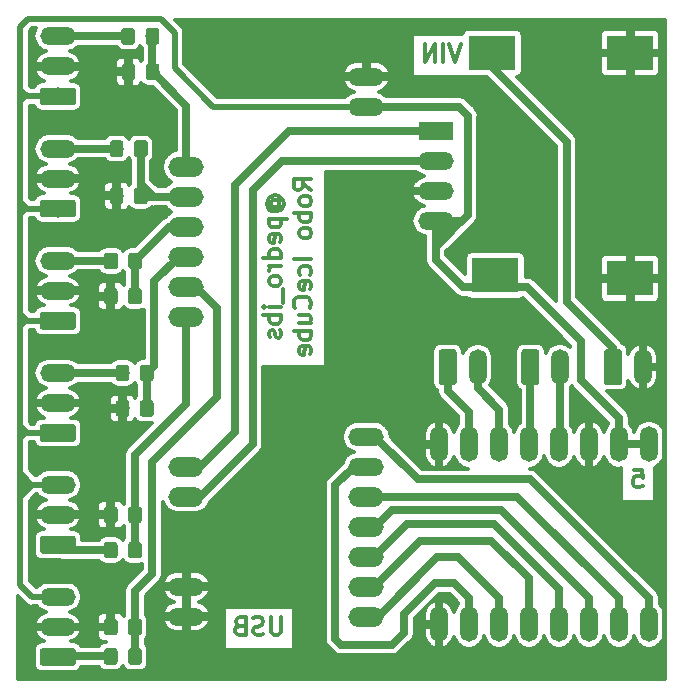
<source format=gbr>
G04 #@! TF.GenerationSoftware,KiCad,Pcbnew,5.0.2*
G04 #@! TF.CreationDate,2019-08-26T11:15:14-03:00*
G04 #@! TF.ProjectId,iceCubeNomeFeio,69636543-7562-4654-9e6f-6d654665696f,rev?*
G04 #@! TF.SameCoordinates,Original*
G04 #@! TF.FileFunction,Copper,L2,Bot*
G04 #@! TF.FilePolarity,Positive*
%FSLAX46Y46*%
G04 Gerber Fmt 4.6, Leading zero omitted, Abs format (unit mm)*
G04 Created by KiCad (PCBNEW 5.0.2) date seg 26 ago 2019 11:15:14 -03*
%MOMM*%
%LPD*%
G01*
G04 APERTURE LIST*
G04 #@! TA.AperFunction,NonConductor*
%ADD10C,0.300000*%
G04 #@! TD*
G04 #@! TA.AperFunction,ComponentPad*
%ADD11O,3.000000X1.500000*%
G04 #@! TD*
G04 #@! TA.AperFunction,Conductor*
%ADD12C,0.100000*%
G04 #@! TD*
G04 #@! TA.AperFunction,ComponentPad*
%ADD13C,1.500000*%
G04 #@! TD*
G04 #@! TA.AperFunction,SMDPad,CuDef*
%ADD14C,1.150000*%
G04 #@! TD*
G04 #@! TA.AperFunction,ComponentPad*
%ADD15R,3.000000X1.500000*%
G04 #@! TD*
G04 #@! TA.AperFunction,ComponentPad*
%ADD16O,1.500000X3.000000*%
G04 #@! TD*
G04 #@! TA.AperFunction,ComponentPad*
%ADD17O,3.000000X1.700000*%
G04 #@! TD*
G04 #@! TA.AperFunction,SMDPad,CuDef*
%ADD18R,4.000000X3.000000*%
G04 #@! TD*
G04 #@! TA.AperFunction,Conductor*
%ADD19C,0.700000*%
G04 #@! TD*
G04 #@! TA.AperFunction,Conductor*
%ADD20C,0.500000*%
G04 #@! TD*
G04 #@! TA.AperFunction,Conductor*
%ADD21C,0.300000*%
G04 #@! TD*
G04 APERTURE END LIST*
D10*
X169242857Y-103178571D02*
X169957142Y-103178571D01*
X170028571Y-103892857D01*
X169957142Y-103821428D01*
X169814285Y-103750000D01*
X169457142Y-103750000D01*
X169314285Y-103821428D01*
X169242857Y-103892857D01*
X169171428Y-104035714D01*
X169171428Y-104392857D01*
X169242857Y-104535714D01*
X169314285Y-104607142D01*
X169457142Y-104678571D01*
X169814285Y-104678571D01*
X169957142Y-104607142D01*
X170028571Y-104535714D01*
X154642857Y-67178571D02*
X154142857Y-68678571D01*
X153642857Y-67178571D01*
X153142857Y-68678571D02*
X153142857Y-67178571D01*
X152428571Y-68678571D02*
X152428571Y-67178571D01*
X151571428Y-68678571D01*
X151571428Y-67178571D01*
X138689285Y-80964285D02*
X138617857Y-80892857D01*
X138546428Y-80750000D01*
X138546428Y-80607142D01*
X138617857Y-80464285D01*
X138689285Y-80392857D01*
X138832142Y-80321428D01*
X138975000Y-80321428D01*
X139117857Y-80392857D01*
X139189285Y-80464285D01*
X139260714Y-80607142D01*
X139260714Y-80750000D01*
X139189285Y-80892857D01*
X139117857Y-80964285D01*
X138546428Y-80964285D02*
X139117857Y-80964285D01*
X139189285Y-81035714D01*
X139189285Y-81107142D01*
X139117857Y-81250000D01*
X138975000Y-81321428D01*
X138617857Y-81321428D01*
X138403571Y-81178571D01*
X138260714Y-80964285D01*
X138189285Y-80678571D01*
X138260714Y-80392857D01*
X138403571Y-80178571D01*
X138617857Y-80035714D01*
X138903571Y-79964285D01*
X139189285Y-80035714D01*
X139403571Y-80178571D01*
X139546428Y-80392857D01*
X139617857Y-80678571D01*
X139546428Y-80964285D01*
X139403571Y-81178571D01*
X138403571Y-81964285D02*
X139903571Y-81964285D01*
X138475000Y-81964285D02*
X138403571Y-82107142D01*
X138403571Y-82392857D01*
X138475000Y-82535714D01*
X138546428Y-82607142D01*
X138689285Y-82678571D01*
X139117857Y-82678571D01*
X139260714Y-82607142D01*
X139332142Y-82535714D01*
X139403571Y-82392857D01*
X139403571Y-82107142D01*
X139332142Y-81964285D01*
X139332142Y-83892857D02*
X139403571Y-83750000D01*
X139403571Y-83464285D01*
X139332142Y-83321428D01*
X139189285Y-83250000D01*
X138617857Y-83250000D01*
X138475000Y-83321428D01*
X138403571Y-83464285D01*
X138403571Y-83750000D01*
X138475000Y-83892857D01*
X138617857Y-83964285D01*
X138760714Y-83964285D01*
X138903571Y-83250000D01*
X139403571Y-85250000D02*
X137903571Y-85250000D01*
X139332142Y-85250000D02*
X139403571Y-85107142D01*
X139403571Y-84821428D01*
X139332142Y-84678571D01*
X139260714Y-84607142D01*
X139117857Y-84535714D01*
X138689285Y-84535714D01*
X138546428Y-84607142D01*
X138475000Y-84678571D01*
X138403571Y-84821428D01*
X138403571Y-85107142D01*
X138475000Y-85250000D01*
X139403571Y-85964285D02*
X138403571Y-85964285D01*
X138689285Y-85964285D02*
X138546428Y-86035714D01*
X138475000Y-86107142D01*
X138403571Y-86250000D01*
X138403571Y-86392857D01*
X139403571Y-87107142D02*
X139332142Y-86964285D01*
X139260714Y-86892857D01*
X139117857Y-86821428D01*
X138689285Y-86821428D01*
X138546428Y-86892857D01*
X138475000Y-86964285D01*
X138403571Y-87107142D01*
X138403571Y-87321428D01*
X138475000Y-87464285D01*
X138546428Y-87535714D01*
X138689285Y-87607142D01*
X139117857Y-87607142D01*
X139260714Y-87535714D01*
X139332142Y-87464285D01*
X139403571Y-87321428D01*
X139403571Y-87107142D01*
X139546428Y-87892857D02*
X139546428Y-89035714D01*
X139403571Y-89392857D02*
X138403571Y-89392857D01*
X137903571Y-89392857D02*
X137975000Y-89321428D01*
X138046428Y-89392857D01*
X137975000Y-89464285D01*
X137903571Y-89392857D01*
X138046428Y-89392857D01*
X139403571Y-90107142D02*
X137903571Y-90107142D01*
X138475000Y-90107142D02*
X138403571Y-90250000D01*
X138403571Y-90535714D01*
X138475000Y-90678571D01*
X138546428Y-90750000D01*
X138689285Y-90821428D01*
X139117857Y-90821428D01*
X139260714Y-90750000D01*
X139332142Y-90678571D01*
X139403571Y-90535714D01*
X139403571Y-90250000D01*
X139332142Y-90107142D01*
X139332142Y-91392857D02*
X139403571Y-91535714D01*
X139403571Y-91821428D01*
X139332142Y-91964285D01*
X139189285Y-92035714D01*
X139117857Y-92035714D01*
X138975000Y-91964285D01*
X138903571Y-91821428D01*
X138903571Y-91607142D01*
X138832142Y-91464285D01*
X138689285Y-91392857D01*
X138617857Y-91392857D01*
X138475000Y-91464285D01*
X138403571Y-91607142D01*
X138403571Y-91821428D01*
X138475000Y-91964285D01*
X141953571Y-79464285D02*
X141239285Y-78964285D01*
X141953571Y-78607142D02*
X140453571Y-78607142D01*
X140453571Y-79178571D01*
X140525000Y-79321428D01*
X140596428Y-79392857D01*
X140739285Y-79464285D01*
X140953571Y-79464285D01*
X141096428Y-79392857D01*
X141167857Y-79321428D01*
X141239285Y-79178571D01*
X141239285Y-78607142D01*
X141953571Y-80321428D02*
X141882142Y-80178571D01*
X141810714Y-80107142D01*
X141667857Y-80035714D01*
X141239285Y-80035714D01*
X141096428Y-80107142D01*
X141025000Y-80178571D01*
X140953571Y-80321428D01*
X140953571Y-80535714D01*
X141025000Y-80678571D01*
X141096428Y-80750000D01*
X141239285Y-80821428D01*
X141667857Y-80821428D01*
X141810714Y-80750000D01*
X141882142Y-80678571D01*
X141953571Y-80535714D01*
X141953571Y-80321428D01*
X141953571Y-81464285D02*
X140453571Y-81464285D01*
X141025000Y-81464285D02*
X140953571Y-81607142D01*
X140953571Y-81892857D01*
X141025000Y-82035714D01*
X141096428Y-82107142D01*
X141239285Y-82178571D01*
X141667857Y-82178571D01*
X141810714Y-82107142D01*
X141882142Y-82035714D01*
X141953571Y-81892857D01*
X141953571Y-81607142D01*
X141882142Y-81464285D01*
X141953571Y-83035714D02*
X141882142Y-82892857D01*
X141810714Y-82821428D01*
X141667857Y-82750000D01*
X141239285Y-82750000D01*
X141096428Y-82821428D01*
X141025000Y-82892857D01*
X140953571Y-83035714D01*
X140953571Y-83250000D01*
X141025000Y-83392857D01*
X141096428Y-83464285D01*
X141239285Y-83535714D01*
X141667857Y-83535714D01*
X141810714Y-83464285D01*
X141882142Y-83392857D01*
X141953571Y-83250000D01*
X141953571Y-83035714D01*
X141953571Y-85321428D02*
X140453571Y-85321428D01*
X141882142Y-86678571D02*
X141953571Y-86535714D01*
X141953571Y-86250000D01*
X141882142Y-86107142D01*
X141810714Y-86035714D01*
X141667857Y-85964285D01*
X141239285Y-85964285D01*
X141096428Y-86035714D01*
X141025000Y-86107142D01*
X140953571Y-86250000D01*
X140953571Y-86535714D01*
X141025000Y-86678571D01*
X141882142Y-87892857D02*
X141953571Y-87750000D01*
X141953571Y-87464285D01*
X141882142Y-87321428D01*
X141739285Y-87250000D01*
X141167857Y-87250000D01*
X141025000Y-87321428D01*
X140953571Y-87464285D01*
X140953571Y-87750000D01*
X141025000Y-87892857D01*
X141167857Y-87964285D01*
X141310714Y-87964285D01*
X141453571Y-87250000D01*
X141810714Y-89464285D02*
X141882142Y-89392857D01*
X141953571Y-89178571D01*
X141953571Y-89035714D01*
X141882142Y-88821428D01*
X141739285Y-88678571D01*
X141596428Y-88607142D01*
X141310714Y-88535714D01*
X141096428Y-88535714D01*
X140810714Y-88607142D01*
X140667857Y-88678571D01*
X140525000Y-88821428D01*
X140453571Y-89035714D01*
X140453571Y-89178571D01*
X140525000Y-89392857D01*
X140596428Y-89464285D01*
X140953571Y-90750000D02*
X141953571Y-90750000D01*
X140953571Y-90107142D02*
X141739285Y-90107142D01*
X141882142Y-90178571D01*
X141953571Y-90321428D01*
X141953571Y-90535714D01*
X141882142Y-90678571D01*
X141810714Y-90750000D01*
X141953571Y-91464285D02*
X140453571Y-91464285D01*
X141025000Y-91464285D02*
X140953571Y-91607142D01*
X140953571Y-91892857D01*
X141025000Y-92035714D01*
X141096428Y-92107142D01*
X141239285Y-92178571D01*
X141667857Y-92178571D01*
X141810714Y-92107142D01*
X141882142Y-92035714D01*
X141953571Y-91892857D01*
X141953571Y-91607142D01*
X141882142Y-91464285D01*
X141882142Y-93392857D02*
X141953571Y-93250000D01*
X141953571Y-92964285D01*
X141882142Y-92821428D01*
X141739285Y-92750000D01*
X141167857Y-92750000D01*
X141025000Y-92821428D01*
X140953571Y-92964285D01*
X140953571Y-93250000D01*
X141025000Y-93392857D01*
X141167857Y-93464285D01*
X141310714Y-93464285D01*
X141453571Y-92750000D01*
X139392857Y-115678571D02*
X139392857Y-116892857D01*
X139321428Y-117035714D01*
X139250000Y-117107142D01*
X139107142Y-117178571D01*
X138821428Y-117178571D01*
X138678571Y-117107142D01*
X138607142Y-117035714D01*
X138535714Y-116892857D01*
X138535714Y-115678571D01*
X137892857Y-117107142D02*
X137678571Y-117178571D01*
X137321428Y-117178571D01*
X137178571Y-117107142D01*
X137107142Y-117035714D01*
X137035714Y-116892857D01*
X137035714Y-116750000D01*
X137107142Y-116607142D01*
X137178571Y-116535714D01*
X137321428Y-116464285D01*
X137607142Y-116392857D01*
X137750000Y-116321428D01*
X137821428Y-116250000D01*
X137892857Y-116107142D01*
X137892857Y-115964285D01*
X137821428Y-115821428D01*
X137750000Y-115750000D01*
X137607142Y-115678571D01*
X137250000Y-115678571D01*
X137035714Y-115750000D01*
X135892857Y-116392857D02*
X135678571Y-116464285D01*
X135607142Y-116535714D01*
X135535714Y-116678571D01*
X135535714Y-116892857D01*
X135607142Y-117035714D01*
X135678571Y-117107142D01*
X135821428Y-117178571D01*
X136392857Y-117178571D01*
X136392857Y-115678571D01*
X135892857Y-115678571D01*
X135750000Y-115750000D01*
X135678571Y-115821428D01*
X135607142Y-115964285D01*
X135607142Y-116107142D01*
X135678571Y-116250000D01*
X135750000Y-116321428D01*
X135892857Y-116392857D01*
X136392857Y-116392857D01*
D11*
G04 #@! TO.P,J4,3*
G04 #@! TO.N,/OUT2*
X120500000Y-76000000D03*
G04 #@! TO.P,J4,2*
G04 #@! TO.N,Earth*
X120500000Y-78540000D03*
D12*
G04 #@! TD*
G04 #@! TO.N,+5V*
G04 #@! TO.C,J4*
G36*
X121805173Y-80331040D02*
X121826140Y-80334150D01*
X121846702Y-80339301D01*
X121866660Y-80346442D01*
X121885822Y-80355505D01*
X121904004Y-80366402D01*
X121921029Y-80379030D01*
X121936735Y-80393265D01*
X121950970Y-80408971D01*
X121963598Y-80425996D01*
X121974495Y-80444178D01*
X121983558Y-80463340D01*
X121990699Y-80483298D01*
X121995850Y-80503860D01*
X121998960Y-80524827D01*
X122000000Y-80545999D01*
X122000000Y-81614001D01*
X121998960Y-81635173D01*
X121995850Y-81656140D01*
X121990699Y-81676702D01*
X121983558Y-81696660D01*
X121974495Y-81715822D01*
X121963598Y-81734004D01*
X121950970Y-81751029D01*
X121936735Y-81766735D01*
X121921029Y-81780970D01*
X121904004Y-81793598D01*
X121885822Y-81804495D01*
X121866660Y-81813558D01*
X121846702Y-81820699D01*
X121826140Y-81825850D01*
X121805173Y-81828960D01*
X121784001Y-81830000D01*
X119215999Y-81830000D01*
X119194827Y-81828960D01*
X119173860Y-81825850D01*
X119153298Y-81820699D01*
X119133340Y-81813558D01*
X119114178Y-81804495D01*
X119095996Y-81793598D01*
X119078971Y-81780970D01*
X119063265Y-81766735D01*
X119049030Y-81751029D01*
X119036402Y-81734004D01*
X119025505Y-81715822D01*
X119016442Y-81696660D01*
X119009301Y-81676702D01*
X119004150Y-81656140D01*
X119001040Y-81635173D01*
X119000000Y-81614001D01*
X119000000Y-80545999D01*
X119001040Y-80524827D01*
X119004150Y-80503860D01*
X119009301Y-80483298D01*
X119016442Y-80463340D01*
X119025505Y-80444178D01*
X119036402Y-80425996D01*
X119049030Y-80408971D01*
X119063265Y-80393265D01*
X119078971Y-80379030D01*
X119095996Y-80366402D01*
X119114178Y-80355505D01*
X119133340Y-80346442D01*
X119153298Y-80339301D01*
X119173860Y-80334150D01*
X119194827Y-80331040D01*
X119215999Y-80330000D01*
X121784001Y-80330000D01*
X121805173Y-80331040D01*
X121805173Y-80331040D01*
G37*
D13*
G04 #@! TO.P,J4,1*
G04 #@! TO.N,+5V*
X120500000Y-81080000D03*
G04 #@! TD*
D12*
G04 #@! TO.N,/OUT1M*
G04 #@! TO.C,R2*
G36*
X128874505Y-68801204D02*
X128898773Y-68804804D01*
X128922572Y-68810765D01*
X128945671Y-68819030D01*
X128967850Y-68829520D01*
X128988893Y-68842132D01*
X129008599Y-68856747D01*
X129026777Y-68873223D01*
X129043253Y-68891401D01*
X129057868Y-68911107D01*
X129070480Y-68932150D01*
X129080970Y-68954329D01*
X129089235Y-68977428D01*
X129095196Y-69001227D01*
X129098796Y-69025495D01*
X129100000Y-69049999D01*
X129100000Y-69950001D01*
X129098796Y-69974505D01*
X129095196Y-69998773D01*
X129089235Y-70022572D01*
X129080970Y-70045671D01*
X129070480Y-70067850D01*
X129057868Y-70088893D01*
X129043253Y-70108599D01*
X129026777Y-70126777D01*
X129008599Y-70143253D01*
X128988893Y-70157868D01*
X128967850Y-70170480D01*
X128945671Y-70180970D01*
X128922572Y-70189235D01*
X128898773Y-70195196D01*
X128874505Y-70198796D01*
X128850001Y-70200000D01*
X128199999Y-70200000D01*
X128175495Y-70198796D01*
X128151227Y-70195196D01*
X128127428Y-70189235D01*
X128104329Y-70180970D01*
X128082150Y-70170480D01*
X128061107Y-70157868D01*
X128041401Y-70143253D01*
X128023223Y-70126777D01*
X128006747Y-70108599D01*
X127992132Y-70088893D01*
X127979520Y-70067850D01*
X127969030Y-70045671D01*
X127960765Y-70022572D01*
X127954804Y-69998773D01*
X127951204Y-69974505D01*
X127950000Y-69950001D01*
X127950000Y-69049999D01*
X127951204Y-69025495D01*
X127954804Y-69001227D01*
X127960765Y-68977428D01*
X127969030Y-68954329D01*
X127979520Y-68932150D01*
X127992132Y-68911107D01*
X128006747Y-68891401D01*
X128023223Y-68873223D01*
X128041401Y-68856747D01*
X128061107Y-68842132D01*
X128082150Y-68829520D01*
X128104329Y-68819030D01*
X128127428Y-68810765D01*
X128151227Y-68804804D01*
X128175495Y-68801204D01*
X128199999Y-68800000D01*
X128850001Y-68800000D01*
X128874505Y-68801204D01*
X128874505Y-68801204D01*
G37*
D14*
G04 #@! TD*
G04 #@! TO.P,R2,1*
G04 #@! TO.N,/OUT1M*
X128525000Y-69500000D03*
D12*
G04 #@! TO.N,Earth*
G04 #@! TO.C,R2*
G36*
X126824505Y-68801204D02*
X126848773Y-68804804D01*
X126872572Y-68810765D01*
X126895671Y-68819030D01*
X126917850Y-68829520D01*
X126938893Y-68842132D01*
X126958599Y-68856747D01*
X126976777Y-68873223D01*
X126993253Y-68891401D01*
X127007868Y-68911107D01*
X127020480Y-68932150D01*
X127030970Y-68954329D01*
X127039235Y-68977428D01*
X127045196Y-69001227D01*
X127048796Y-69025495D01*
X127050000Y-69049999D01*
X127050000Y-69950001D01*
X127048796Y-69974505D01*
X127045196Y-69998773D01*
X127039235Y-70022572D01*
X127030970Y-70045671D01*
X127020480Y-70067850D01*
X127007868Y-70088893D01*
X126993253Y-70108599D01*
X126976777Y-70126777D01*
X126958599Y-70143253D01*
X126938893Y-70157868D01*
X126917850Y-70170480D01*
X126895671Y-70180970D01*
X126872572Y-70189235D01*
X126848773Y-70195196D01*
X126824505Y-70198796D01*
X126800001Y-70200000D01*
X126149999Y-70200000D01*
X126125495Y-70198796D01*
X126101227Y-70195196D01*
X126077428Y-70189235D01*
X126054329Y-70180970D01*
X126032150Y-70170480D01*
X126011107Y-70157868D01*
X125991401Y-70143253D01*
X125973223Y-70126777D01*
X125956747Y-70108599D01*
X125942132Y-70088893D01*
X125929520Y-70067850D01*
X125919030Y-70045671D01*
X125910765Y-70022572D01*
X125904804Y-69998773D01*
X125901204Y-69974505D01*
X125900000Y-69950001D01*
X125900000Y-69049999D01*
X125901204Y-69025495D01*
X125904804Y-69001227D01*
X125910765Y-68977428D01*
X125919030Y-68954329D01*
X125929520Y-68932150D01*
X125942132Y-68911107D01*
X125956747Y-68891401D01*
X125973223Y-68873223D01*
X125991401Y-68856747D01*
X126011107Y-68842132D01*
X126032150Y-68829520D01*
X126054329Y-68819030D01*
X126077428Y-68810765D01*
X126101227Y-68804804D01*
X126125495Y-68801204D01*
X126149999Y-68800000D01*
X126800001Y-68800000D01*
X126824505Y-68801204D01*
X126824505Y-68801204D01*
G37*
D14*
G04 #@! TD*
G04 #@! TO.P,R2,2*
G04 #@! TO.N,Earth*
X126475000Y-69500000D03*
D11*
G04 #@! TO.P,J2,4*
G04 #@! TO.N,+5V*
X152500000Y-82120000D03*
G04 #@! TO.P,J2,3*
G04 #@! TO.N,Earth*
X152500000Y-79580000D03*
G04 #@! TO.P,J2,2*
G04 #@! TO.N,/RXD*
X152500000Y-77040000D03*
D15*
G04 #@! TO.P,J2,1*
G04 #@! TO.N,/TXD*
X152500000Y-74500000D03*
G04 #@! TD*
D12*
G04 #@! TO.N,+5V*
G04 #@! TO.C,J3*
G36*
X121805173Y-70831040D02*
X121826140Y-70834150D01*
X121846702Y-70839301D01*
X121866660Y-70846442D01*
X121885822Y-70855505D01*
X121904004Y-70866402D01*
X121921029Y-70879030D01*
X121936735Y-70893265D01*
X121950970Y-70908971D01*
X121963598Y-70925996D01*
X121974495Y-70944178D01*
X121983558Y-70963340D01*
X121990699Y-70983298D01*
X121995850Y-71003860D01*
X121998960Y-71024827D01*
X122000000Y-71045999D01*
X122000000Y-72114001D01*
X121998960Y-72135173D01*
X121995850Y-72156140D01*
X121990699Y-72176702D01*
X121983558Y-72196660D01*
X121974495Y-72215822D01*
X121963598Y-72234004D01*
X121950970Y-72251029D01*
X121936735Y-72266735D01*
X121921029Y-72280970D01*
X121904004Y-72293598D01*
X121885822Y-72304495D01*
X121866660Y-72313558D01*
X121846702Y-72320699D01*
X121826140Y-72325850D01*
X121805173Y-72328960D01*
X121784001Y-72330000D01*
X119215999Y-72330000D01*
X119194827Y-72328960D01*
X119173860Y-72325850D01*
X119153298Y-72320699D01*
X119133340Y-72313558D01*
X119114178Y-72304495D01*
X119095996Y-72293598D01*
X119078971Y-72280970D01*
X119063265Y-72266735D01*
X119049030Y-72251029D01*
X119036402Y-72234004D01*
X119025505Y-72215822D01*
X119016442Y-72196660D01*
X119009301Y-72176702D01*
X119004150Y-72156140D01*
X119001040Y-72135173D01*
X119000000Y-72114001D01*
X119000000Y-71045999D01*
X119001040Y-71024827D01*
X119004150Y-71003860D01*
X119009301Y-70983298D01*
X119016442Y-70963340D01*
X119025505Y-70944178D01*
X119036402Y-70925996D01*
X119049030Y-70908971D01*
X119063265Y-70893265D01*
X119078971Y-70879030D01*
X119095996Y-70866402D01*
X119114178Y-70855505D01*
X119133340Y-70846442D01*
X119153298Y-70839301D01*
X119173860Y-70834150D01*
X119194827Y-70831040D01*
X119215999Y-70830000D01*
X121784001Y-70830000D01*
X121805173Y-70831040D01*
X121805173Y-70831040D01*
G37*
D13*
G04 #@! TD*
G04 #@! TO.P,J3,1*
G04 #@! TO.N,+5V*
X120500000Y-71580000D03*
D11*
G04 #@! TO.P,J3,2*
G04 #@! TO.N,Earth*
X120500000Y-69040000D03*
G04 #@! TO.P,J3,3*
G04 #@! TO.N,/OUT1*
X120500000Y-66500000D03*
G04 #@! TD*
D16*
G04 #@! TO.P,J1,2*
G04 #@! TO.N,Earth*
X170040000Y-94500000D03*
D12*
G04 #@! TD*
G04 #@! TO.N,/VIM*
G04 #@! TO.C,J1*
G36*
X168055173Y-93001040D02*
X168076140Y-93004150D01*
X168096702Y-93009301D01*
X168116660Y-93016442D01*
X168135822Y-93025505D01*
X168154004Y-93036402D01*
X168171029Y-93049030D01*
X168186735Y-93063265D01*
X168200970Y-93078971D01*
X168213598Y-93095996D01*
X168224495Y-93114178D01*
X168233558Y-93133340D01*
X168240699Y-93153298D01*
X168245850Y-93173860D01*
X168248960Y-93194827D01*
X168250000Y-93215999D01*
X168250000Y-95784001D01*
X168248960Y-95805173D01*
X168245850Y-95826140D01*
X168240699Y-95846702D01*
X168233558Y-95866660D01*
X168224495Y-95885822D01*
X168213598Y-95904004D01*
X168200970Y-95921029D01*
X168186735Y-95936735D01*
X168171029Y-95950970D01*
X168154004Y-95963598D01*
X168135822Y-95974495D01*
X168116660Y-95983558D01*
X168096702Y-95990699D01*
X168076140Y-95995850D01*
X168055173Y-95998960D01*
X168034001Y-96000000D01*
X166965999Y-96000000D01*
X166944827Y-95998960D01*
X166923860Y-95995850D01*
X166903298Y-95990699D01*
X166883340Y-95983558D01*
X166864178Y-95974495D01*
X166845996Y-95963598D01*
X166828971Y-95950970D01*
X166813265Y-95936735D01*
X166799030Y-95921029D01*
X166786402Y-95904004D01*
X166775505Y-95885822D01*
X166766442Y-95866660D01*
X166759301Y-95846702D01*
X166754150Y-95826140D01*
X166751040Y-95805173D01*
X166750000Y-95784001D01*
X166750000Y-93215999D01*
X166751040Y-93194827D01*
X166754150Y-93173860D01*
X166759301Y-93153298D01*
X166766442Y-93133340D01*
X166775505Y-93114178D01*
X166786402Y-93095996D01*
X166799030Y-93078971D01*
X166813265Y-93063265D01*
X166828971Y-93049030D01*
X166845996Y-93036402D01*
X166864178Y-93025505D01*
X166883340Y-93016442D01*
X166903298Y-93009301D01*
X166923860Y-93004150D01*
X166944827Y-93001040D01*
X166965999Y-93000000D01*
X168034001Y-93000000D01*
X168055173Y-93001040D01*
X168055173Y-93001040D01*
G37*
D13*
G04 #@! TO.P,J1,1*
G04 #@! TO.N,/VIM*
X167500000Y-94500000D03*
G04 #@! TD*
D12*
G04 #@! TO.N,/OUT3M*
G04 #@! TO.C,R5*
G36*
X127399505Y-84801204D02*
X127423773Y-84804804D01*
X127447572Y-84810765D01*
X127470671Y-84819030D01*
X127492850Y-84829520D01*
X127513893Y-84842132D01*
X127533599Y-84856747D01*
X127551777Y-84873223D01*
X127568253Y-84891401D01*
X127582868Y-84911107D01*
X127595480Y-84932150D01*
X127605970Y-84954329D01*
X127614235Y-84977428D01*
X127620196Y-85001227D01*
X127623796Y-85025495D01*
X127625000Y-85049999D01*
X127625000Y-85950001D01*
X127623796Y-85974505D01*
X127620196Y-85998773D01*
X127614235Y-86022572D01*
X127605970Y-86045671D01*
X127595480Y-86067850D01*
X127582868Y-86088893D01*
X127568253Y-86108599D01*
X127551777Y-86126777D01*
X127533599Y-86143253D01*
X127513893Y-86157868D01*
X127492850Y-86170480D01*
X127470671Y-86180970D01*
X127447572Y-86189235D01*
X127423773Y-86195196D01*
X127399505Y-86198796D01*
X127375001Y-86200000D01*
X126724999Y-86200000D01*
X126700495Y-86198796D01*
X126676227Y-86195196D01*
X126652428Y-86189235D01*
X126629329Y-86180970D01*
X126607150Y-86170480D01*
X126586107Y-86157868D01*
X126566401Y-86143253D01*
X126548223Y-86126777D01*
X126531747Y-86108599D01*
X126517132Y-86088893D01*
X126504520Y-86067850D01*
X126494030Y-86045671D01*
X126485765Y-86022572D01*
X126479804Y-85998773D01*
X126476204Y-85974505D01*
X126475000Y-85950001D01*
X126475000Y-85049999D01*
X126476204Y-85025495D01*
X126479804Y-85001227D01*
X126485765Y-84977428D01*
X126494030Y-84954329D01*
X126504520Y-84932150D01*
X126517132Y-84911107D01*
X126531747Y-84891401D01*
X126548223Y-84873223D01*
X126566401Y-84856747D01*
X126586107Y-84842132D01*
X126607150Y-84829520D01*
X126629329Y-84819030D01*
X126652428Y-84810765D01*
X126676227Y-84804804D01*
X126700495Y-84801204D01*
X126724999Y-84800000D01*
X127375001Y-84800000D01*
X127399505Y-84801204D01*
X127399505Y-84801204D01*
G37*
D14*
G04 #@! TD*
G04 #@! TO.P,R5,2*
G04 #@! TO.N,/OUT3M*
X127050000Y-85500000D03*
D12*
G04 #@! TO.N,/OUT3*
G04 #@! TO.C,R5*
G36*
X125349505Y-84801204D02*
X125373773Y-84804804D01*
X125397572Y-84810765D01*
X125420671Y-84819030D01*
X125442850Y-84829520D01*
X125463893Y-84842132D01*
X125483599Y-84856747D01*
X125501777Y-84873223D01*
X125518253Y-84891401D01*
X125532868Y-84911107D01*
X125545480Y-84932150D01*
X125555970Y-84954329D01*
X125564235Y-84977428D01*
X125570196Y-85001227D01*
X125573796Y-85025495D01*
X125575000Y-85049999D01*
X125575000Y-85950001D01*
X125573796Y-85974505D01*
X125570196Y-85998773D01*
X125564235Y-86022572D01*
X125555970Y-86045671D01*
X125545480Y-86067850D01*
X125532868Y-86088893D01*
X125518253Y-86108599D01*
X125501777Y-86126777D01*
X125483599Y-86143253D01*
X125463893Y-86157868D01*
X125442850Y-86170480D01*
X125420671Y-86180970D01*
X125397572Y-86189235D01*
X125373773Y-86195196D01*
X125349505Y-86198796D01*
X125325001Y-86200000D01*
X124674999Y-86200000D01*
X124650495Y-86198796D01*
X124626227Y-86195196D01*
X124602428Y-86189235D01*
X124579329Y-86180970D01*
X124557150Y-86170480D01*
X124536107Y-86157868D01*
X124516401Y-86143253D01*
X124498223Y-86126777D01*
X124481747Y-86108599D01*
X124467132Y-86088893D01*
X124454520Y-86067850D01*
X124444030Y-86045671D01*
X124435765Y-86022572D01*
X124429804Y-85998773D01*
X124426204Y-85974505D01*
X124425000Y-85950001D01*
X124425000Y-85049999D01*
X124426204Y-85025495D01*
X124429804Y-85001227D01*
X124435765Y-84977428D01*
X124444030Y-84954329D01*
X124454520Y-84932150D01*
X124467132Y-84911107D01*
X124481747Y-84891401D01*
X124498223Y-84873223D01*
X124516401Y-84856747D01*
X124536107Y-84842132D01*
X124557150Y-84829520D01*
X124579329Y-84819030D01*
X124602428Y-84810765D01*
X124626227Y-84804804D01*
X124650495Y-84801204D01*
X124674999Y-84800000D01*
X125325001Y-84800000D01*
X125349505Y-84801204D01*
X125349505Y-84801204D01*
G37*
D14*
G04 #@! TD*
G04 #@! TO.P,R5,1*
G04 #@! TO.N,/OUT3*
X125000000Y-85500000D03*
D12*
G04 #@! TO.N,/OUT1M*
G04 #@! TO.C,R1*
G36*
X128849505Y-65801204D02*
X128873773Y-65804804D01*
X128897572Y-65810765D01*
X128920671Y-65819030D01*
X128942850Y-65829520D01*
X128963893Y-65842132D01*
X128983599Y-65856747D01*
X129001777Y-65873223D01*
X129018253Y-65891401D01*
X129032868Y-65911107D01*
X129045480Y-65932150D01*
X129055970Y-65954329D01*
X129064235Y-65977428D01*
X129070196Y-66001227D01*
X129073796Y-66025495D01*
X129075000Y-66049999D01*
X129075000Y-66950001D01*
X129073796Y-66974505D01*
X129070196Y-66998773D01*
X129064235Y-67022572D01*
X129055970Y-67045671D01*
X129045480Y-67067850D01*
X129032868Y-67088893D01*
X129018253Y-67108599D01*
X129001777Y-67126777D01*
X128983599Y-67143253D01*
X128963893Y-67157868D01*
X128942850Y-67170480D01*
X128920671Y-67180970D01*
X128897572Y-67189235D01*
X128873773Y-67195196D01*
X128849505Y-67198796D01*
X128825001Y-67200000D01*
X128174999Y-67200000D01*
X128150495Y-67198796D01*
X128126227Y-67195196D01*
X128102428Y-67189235D01*
X128079329Y-67180970D01*
X128057150Y-67170480D01*
X128036107Y-67157868D01*
X128016401Y-67143253D01*
X127998223Y-67126777D01*
X127981747Y-67108599D01*
X127967132Y-67088893D01*
X127954520Y-67067850D01*
X127944030Y-67045671D01*
X127935765Y-67022572D01*
X127929804Y-66998773D01*
X127926204Y-66974505D01*
X127925000Y-66950001D01*
X127925000Y-66049999D01*
X127926204Y-66025495D01*
X127929804Y-66001227D01*
X127935765Y-65977428D01*
X127944030Y-65954329D01*
X127954520Y-65932150D01*
X127967132Y-65911107D01*
X127981747Y-65891401D01*
X127998223Y-65873223D01*
X128016401Y-65856747D01*
X128036107Y-65842132D01*
X128057150Y-65829520D01*
X128079329Y-65819030D01*
X128102428Y-65810765D01*
X128126227Y-65804804D01*
X128150495Y-65801204D01*
X128174999Y-65800000D01*
X128825001Y-65800000D01*
X128849505Y-65801204D01*
X128849505Y-65801204D01*
G37*
D14*
G04 #@! TD*
G04 #@! TO.P,R1,2*
G04 #@! TO.N,/OUT1M*
X128500000Y-66500000D03*
D12*
G04 #@! TO.N,/OUT1*
G04 #@! TO.C,R1*
G36*
X126799505Y-65801204D02*
X126823773Y-65804804D01*
X126847572Y-65810765D01*
X126870671Y-65819030D01*
X126892850Y-65829520D01*
X126913893Y-65842132D01*
X126933599Y-65856747D01*
X126951777Y-65873223D01*
X126968253Y-65891401D01*
X126982868Y-65911107D01*
X126995480Y-65932150D01*
X127005970Y-65954329D01*
X127014235Y-65977428D01*
X127020196Y-66001227D01*
X127023796Y-66025495D01*
X127025000Y-66049999D01*
X127025000Y-66950001D01*
X127023796Y-66974505D01*
X127020196Y-66998773D01*
X127014235Y-67022572D01*
X127005970Y-67045671D01*
X126995480Y-67067850D01*
X126982868Y-67088893D01*
X126968253Y-67108599D01*
X126951777Y-67126777D01*
X126933599Y-67143253D01*
X126913893Y-67157868D01*
X126892850Y-67170480D01*
X126870671Y-67180970D01*
X126847572Y-67189235D01*
X126823773Y-67195196D01*
X126799505Y-67198796D01*
X126775001Y-67200000D01*
X126124999Y-67200000D01*
X126100495Y-67198796D01*
X126076227Y-67195196D01*
X126052428Y-67189235D01*
X126029329Y-67180970D01*
X126007150Y-67170480D01*
X125986107Y-67157868D01*
X125966401Y-67143253D01*
X125948223Y-67126777D01*
X125931747Y-67108599D01*
X125917132Y-67088893D01*
X125904520Y-67067850D01*
X125894030Y-67045671D01*
X125885765Y-67022572D01*
X125879804Y-66998773D01*
X125876204Y-66974505D01*
X125875000Y-66950001D01*
X125875000Y-66049999D01*
X125876204Y-66025495D01*
X125879804Y-66001227D01*
X125885765Y-65977428D01*
X125894030Y-65954329D01*
X125904520Y-65932150D01*
X125917132Y-65911107D01*
X125931747Y-65891401D01*
X125948223Y-65873223D01*
X125966401Y-65856747D01*
X125986107Y-65842132D01*
X126007150Y-65829520D01*
X126029329Y-65819030D01*
X126052428Y-65810765D01*
X126076227Y-65804804D01*
X126100495Y-65801204D01*
X126124999Y-65800000D01*
X126775001Y-65800000D01*
X126799505Y-65801204D01*
X126799505Y-65801204D01*
G37*
D14*
G04 #@! TD*
G04 #@! TO.P,R1,1*
G04 #@! TO.N,/OUT1*
X126450000Y-66500000D03*
D16*
G04 #@! TO.P,U3,16*
G04 #@! TO.N,/A10*
X170550000Y-116280000D03*
G04 #@! TO.P,U3,15*
G04 #@! TO.N,/A8*
X168010000Y-116280000D03*
G04 #@! TO.P,U3,14*
G04 #@! TO.N,/A15*
X165470000Y-116280000D03*
G04 #@! TO.P,U3,13*
G04 #@! TO.N,/B14*
X162930000Y-116280000D03*
G04 #@! TO.P,U3,12*
G04 #@! TO.N,/B13*
X160390000Y-116280000D03*
G04 #@! TO.P,U3,11*
G04 #@! TO.N,/B12*
X157850000Y-116280000D03*
G04 #@! TO.P,U3,10*
G04 #@! TO.N,/A9*
X155310000Y-116280000D03*
G04 #@! TO.P,U3,9*
G04 #@! TO.N,Earth*
X152770000Y-116280000D03*
G04 #@! TO.P,U3,8*
X152770000Y-101040000D03*
G04 #@! TO.P,U3,7*
G04 #@! TO.N,Net-(J10-Pad1)*
X155310000Y-101040000D03*
G04 #@! TO.P,U3,6*
G04 #@! TO.N,Net-(J10-Pad2)*
X157850000Y-101040000D03*
G04 #@! TO.P,U3,5*
G04 #@! TO.N,Net-(J9-Pad1)*
X160390000Y-101040000D03*
G04 #@! TO.P,U3,4*
G04 #@! TO.N,Net-(J9-Pad2)*
X162930000Y-101040000D03*
G04 #@! TO.P,U3,3*
G04 #@! TO.N,Earth*
X165470000Y-101040000D03*
G04 #@! TO.P,U3,2*
G04 #@! TO.N,+5V*
X168010000Y-101040000D03*
G04 #@! TO.P,U3,1*
X170550000Y-101040000D03*
G04 #@! TD*
D12*
G04 #@! TO.N,/OUT2M*
G04 #@! TO.C,R4*
G36*
X127874505Y-79301204D02*
X127898773Y-79304804D01*
X127922572Y-79310765D01*
X127945671Y-79319030D01*
X127967850Y-79329520D01*
X127988893Y-79342132D01*
X128008599Y-79356747D01*
X128026777Y-79373223D01*
X128043253Y-79391401D01*
X128057868Y-79411107D01*
X128070480Y-79432150D01*
X128080970Y-79454329D01*
X128089235Y-79477428D01*
X128095196Y-79501227D01*
X128098796Y-79525495D01*
X128100000Y-79549999D01*
X128100000Y-80450001D01*
X128098796Y-80474505D01*
X128095196Y-80498773D01*
X128089235Y-80522572D01*
X128080970Y-80545671D01*
X128070480Y-80567850D01*
X128057868Y-80588893D01*
X128043253Y-80608599D01*
X128026777Y-80626777D01*
X128008599Y-80643253D01*
X127988893Y-80657868D01*
X127967850Y-80670480D01*
X127945671Y-80680970D01*
X127922572Y-80689235D01*
X127898773Y-80695196D01*
X127874505Y-80698796D01*
X127850001Y-80700000D01*
X127199999Y-80700000D01*
X127175495Y-80698796D01*
X127151227Y-80695196D01*
X127127428Y-80689235D01*
X127104329Y-80680970D01*
X127082150Y-80670480D01*
X127061107Y-80657868D01*
X127041401Y-80643253D01*
X127023223Y-80626777D01*
X127006747Y-80608599D01*
X126992132Y-80588893D01*
X126979520Y-80567850D01*
X126969030Y-80545671D01*
X126960765Y-80522572D01*
X126954804Y-80498773D01*
X126951204Y-80474505D01*
X126950000Y-80450001D01*
X126950000Y-79549999D01*
X126951204Y-79525495D01*
X126954804Y-79501227D01*
X126960765Y-79477428D01*
X126969030Y-79454329D01*
X126979520Y-79432150D01*
X126992132Y-79411107D01*
X127006747Y-79391401D01*
X127023223Y-79373223D01*
X127041401Y-79356747D01*
X127061107Y-79342132D01*
X127082150Y-79329520D01*
X127104329Y-79319030D01*
X127127428Y-79310765D01*
X127151227Y-79304804D01*
X127175495Y-79301204D01*
X127199999Y-79300000D01*
X127850001Y-79300000D01*
X127874505Y-79301204D01*
X127874505Y-79301204D01*
G37*
D14*
G04 #@! TD*
G04 #@! TO.P,R4,1*
G04 #@! TO.N,/OUT2M*
X127525000Y-80000000D03*
D12*
G04 #@! TO.N,Earth*
G04 #@! TO.C,R4*
G36*
X125824505Y-79301204D02*
X125848773Y-79304804D01*
X125872572Y-79310765D01*
X125895671Y-79319030D01*
X125917850Y-79329520D01*
X125938893Y-79342132D01*
X125958599Y-79356747D01*
X125976777Y-79373223D01*
X125993253Y-79391401D01*
X126007868Y-79411107D01*
X126020480Y-79432150D01*
X126030970Y-79454329D01*
X126039235Y-79477428D01*
X126045196Y-79501227D01*
X126048796Y-79525495D01*
X126050000Y-79549999D01*
X126050000Y-80450001D01*
X126048796Y-80474505D01*
X126045196Y-80498773D01*
X126039235Y-80522572D01*
X126030970Y-80545671D01*
X126020480Y-80567850D01*
X126007868Y-80588893D01*
X125993253Y-80608599D01*
X125976777Y-80626777D01*
X125958599Y-80643253D01*
X125938893Y-80657868D01*
X125917850Y-80670480D01*
X125895671Y-80680970D01*
X125872572Y-80689235D01*
X125848773Y-80695196D01*
X125824505Y-80698796D01*
X125800001Y-80700000D01*
X125149999Y-80700000D01*
X125125495Y-80698796D01*
X125101227Y-80695196D01*
X125077428Y-80689235D01*
X125054329Y-80680970D01*
X125032150Y-80670480D01*
X125011107Y-80657868D01*
X124991401Y-80643253D01*
X124973223Y-80626777D01*
X124956747Y-80608599D01*
X124942132Y-80588893D01*
X124929520Y-80567850D01*
X124919030Y-80545671D01*
X124910765Y-80522572D01*
X124904804Y-80498773D01*
X124901204Y-80474505D01*
X124900000Y-80450001D01*
X124900000Y-79549999D01*
X124901204Y-79525495D01*
X124904804Y-79501227D01*
X124910765Y-79477428D01*
X124919030Y-79454329D01*
X124929520Y-79432150D01*
X124942132Y-79411107D01*
X124956747Y-79391401D01*
X124973223Y-79373223D01*
X124991401Y-79356747D01*
X125011107Y-79342132D01*
X125032150Y-79329520D01*
X125054329Y-79319030D01*
X125077428Y-79310765D01*
X125101227Y-79304804D01*
X125125495Y-79301204D01*
X125149999Y-79300000D01*
X125800001Y-79300000D01*
X125824505Y-79301204D01*
X125824505Y-79301204D01*
G37*
D14*
G04 #@! TD*
G04 #@! TO.P,R4,2*
G04 #@! TO.N,Earth*
X125475000Y-80000000D03*
D12*
G04 #@! TO.N,/OUT2M*
G04 #@! TO.C,R3*
G36*
X127874505Y-75301204D02*
X127898773Y-75304804D01*
X127922572Y-75310765D01*
X127945671Y-75319030D01*
X127967850Y-75329520D01*
X127988893Y-75342132D01*
X128008599Y-75356747D01*
X128026777Y-75373223D01*
X128043253Y-75391401D01*
X128057868Y-75411107D01*
X128070480Y-75432150D01*
X128080970Y-75454329D01*
X128089235Y-75477428D01*
X128095196Y-75501227D01*
X128098796Y-75525495D01*
X128100000Y-75549999D01*
X128100000Y-76450001D01*
X128098796Y-76474505D01*
X128095196Y-76498773D01*
X128089235Y-76522572D01*
X128080970Y-76545671D01*
X128070480Y-76567850D01*
X128057868Y-76588893D01*
X128043253Y-76608599D01*
X128026777Y-76626777D01*
X128008599Y-76643253D01*
X127988893Y-76657868D01*
X127967850Y-76670480D01*
X127945671Y-76680970D01*
X127922572Y-76689235D01*
X127898773Y-76695196D01*
X127874505Y-76698796D01*
X127850001Y-76700000D01*
X127199999Y-76700000D01*
X127175495Y-76698796D01*
X127151227Y-76695196D01*
X127127428Y-76689235D01*
X127104329Y-76680970D01*
X127082150Y-76670480D01*
X127061107Y-76657868D01*
X127041401Y-76643253D01*
X127023223Y-76626777D01*
X127006747Y-76608599D01*
X126992132Y-76588893D01*
X126979520Y-76567850D01*
X126969030Y-76545671D01*
X126960765Y-76522572D01*
X126954804Y-76498773D01*
X126951204Y-76474505D01*
X126950000Y-76450001D01*
X126950000Y-75549999D01*
X126951204Y-75525495D01*
X126954804Y-75501227D01*
X126960765Y-75477428D01*
X126969030Y-75454329D01*
X126979520Y-75432150D01*
X126992132Y-75411107D01*
X127006747Y-75391401D01*
X127023223Y-75373223D01*
X127041401Y-75356747D01*
X127061107Y-75342132D01*
X127082150Y-75329520D01*
X127104329Y-75319030D01*
X127127428Y-75310765D01*
X127151227Y-75304804D01*
X127175495Y-75301204D01*
X127199999Y-75300000D01*
X127850001Y-75300000D01*
X127874505Y-75301204D01*
X127874505Y-75301204D01*
G37*
D14*
G04 #@! TD*
G04 #@! TO.P,R3,2*
G04 #@! TO.N,/OUT2M*
X127525000Y-76000000D03*
D12*
G04 #@! TO.N,/OUT2*
G04 #@! TO.C,R3*
G36*
X125824505Y-75301204D02*
X125848773Y-75304804D01*
X125872572Y-75310765D01*
X125895671Y-75319030D01*
X125917850Y-75329520D01*
X125938893Y-75342132D01*
X125958599Y-75356747D01*
X125976777Y-75373223D01*
X125993253Y-75391401D01*
X126007868Y-75411107D01*
X126020480Y-75432150D01*
X126030970Y-75454329D01*
X126039235Y-75477428D01*
X126045196Y-75501227D01*
X126048796Y-75525495D01*
X126050000Y-75549999D01*
X126050000Y-76450001D01*
X126048796Y-76474505D01*
X126045196Y-76498773D01*
X126039235Y-76522572D01*
X126030970Y-76545671D01*
X126020480Y-76567850D01*
X126007868Y-76588893D01*
X125993253Y-76608599D01*
X125976777Y-76626777D01*
X125958599Y-76643253D01*
X125938893Y-76657868D01*
X125917850Y-76670480D01*
X125895671Y-76680970D01*
X125872572Y-76689235D01*
X125848773Y-76695196D01*
X125824505Y-76698796D01*
X125800001Y-76700000D01*
X125149999Y-76700000D01*
X125125495Y-76698796D01*
X125101227Y-76695196D01*
X125077428Y-76689235D01*
X125054329Y-76680970D01*
X125032150Y-76670480D01*
X125011107Y-76657868D01*
X124991401Y-76643253D01*
X124973223Y-76626777D01*
X124956747Y-76608599D01*
X124942132Y-76588893D01*
X124929520Y-76567850D01*
X124919030Y-76545671D01*
X124910765Y-76522572D01*
X124904804Y-76498773D01*
X124901204Y-76474505D01*
X124900000Y-76450001D01*
X124900000Y-75549999D01*
X124901204Y-75525495D01*
X124904804Y-75501227D01*
X124910765Y-75477428D01*
X124919030Y-75454329D01*
X124929520Y-75432150D01*
X124942132Y-75411107D01*
X124956747Y-75391401D01*
X124973223Y-75373223D01*
X124991401Y-75356747D01*
X125011107Y-75342132D01*
X125032150Y-75329520D01*
X125054329Y-75319030D01*
X125077428Y-75310765D01*
X125101227Y-75304804D01*
X125125495Y-75301204D01*
X125149999Y-75300000D01*
X125800001Y-75300000D01*
X125824505Y-75301204D01*
X125824505Y-75301204D01*
G37*
D14*
G04 #@! TD*
G04 #@! TO.P,R3,1*
G04 #@! TO.N,/OUT2*
X125475000Y-76000000D03*
D12*
G04 #@! TO.N,+5V*
G04 #@! TO.C,J5*
G36*
X121805173Y-89831040D02*
X121826140Y-89834150D01*
X121846702Y-89839301D01*
X121866660Y-89846442D01*
X121885822Y-89855505D01*
X121904004Y-89866402D01*
X121921029Y-89879030D01*
X121936735Y-89893265D01*
X121950970Y-89908971D01*
X121963598Y-89925996D01*
X121974495Y-89944178D01*
X121983558Y-89963340D01*
X121990699Y-89983298D01*
X121995850Y-90003860D01*
X121998960Y-90024827D01*
X122000000Y-90045999D01*
X122000000Y-91114001D01*
X121998960Y-91135173D01*
X121995850Y-91156140D01*
X121990699Y-91176702D01*
X121983558Y-91196660D01*
X121974495Y-91215822D01*
X121963598Y-91234004D01*
X121950970Y-91251029D01*
X121936735Y-91266735D01*
X121921029Y-91280970D01*
X121904004Y-91293598D01*
X121885822Y-91304495D01*
X121866660Y-91313558D01*
X121846702Y-91320699D01*
X121826140Y-91325850D01*
X121805173Y-91328960D01*
X121784001Y-91330000D01*
X119215999Y-91330000D01*
X119194827Y-91328960D01*
X119173860Y-91325850D01*
X119153298Y-91320699D01*
X119133340Y-91313558D01*
X119114178Y-91304495D01*
X119095996Y-91293598D01*
X119078971Y-91280970D01*
X119063265Y-91266735D01*
X119049030Y-91251029D01*
X119036402Y-91234004D01*
X119025505Y-91215822D01*
X119016442Y-91196660D01*
X119009301Y-91176702D01*
X119004150Y-91156140D01*
X119001040Y-91135173D01*
X119000000Y-91114001D01*
X119000000Y-90045999D01*
X119001040Y-90024827D01*
X119004150Y-90003860D01*
X119009301Y-89983298D01*
X119016442Y-89963340D01*
X119025505Y-89944178D01*
X119036402Y-89925996D01*
X119049030Y-89908971D01*
X119063265Y-89893265D01*
X119078971Y-89879030D01*
X119095996Y-89866402D01*
X119114178Y-89855505D01*
X119133340Y-89846442D01*
X119153298Y-89839301D01*
X119173860Y-89834150D01*
X119194827Y-89831040D01*
X119215999Y-89830000D01*
X121784001Y-89830000D01*
X121805173Y-89831040D01*
X121805173Y-89831040D01*
G37*
D13*
G04 #@! TD*
G04 #@! TO.P,J5,1*
G04 #@! TO.N,+5V*
X120500000Y-90580000D03*
D11*
G04 #@! TO.P,J5,2*
G04 #@! TO.N,Earth*
X120500000Y-88040000D03*
G04 #@! TO.P,J5,3*
G04 #@! TO.N,/OUT3*
X120500000Y-85500000D03*
G04 #@! TD*
D12*
G04 #@! TO.N,/OUT3M*
G04 #@! TO.C,R6*
G36*
X127374505Y-87801204D02*
X127398773Y-87804804D01*
X127422572Y-87810765D01*
X127445671Y-87819030D01*
X127467850Y-87829520D01*
X127488893Y-87842132D01*
X127508599Y-87856747D01*
X127526777Y-87873223D01*
X127543253Y-87891401D01*
X127557868Y-87911107D01*
X127570480Y-87932150D01*
X127580970Y-87954329D01*
X127589235Y-87977428D01*
X127595196Y-88001227D01*
X127598796Y-88025495D01*
X127600000Y-88049999D01*
X127600000Y-88950001D01*
X127598796Y-88974505D01*
X127595196Y-88998773D01*
X127589235Y-89022572D01*
X127580970Y-89045671D01*
X127570480Y-89067850D01*
X127557868Y-89088893D01*
X127543253Y-89108599D01*
X127526777Y-89126777D01*
X127508599Y-89143253D01*
X127488893Y-89157868D01*
X127467850Y-89170480D01*
X127445671Y-89180970D01*
X127422572Y-89189235D01*
X127398773Y-89195196D01*
X127374505Y-89198796D01*
X127350001Y-89200000D01*
X126699999Y-89200000D01*
X126675495Y-89198796D01*
X126651227Y-89195196D01*
X126627428Y-89189235D01*
X126604329Y-89180970D01*
X126582150Y-89170480D01*
X126561107Y-89157868D01*
X126541401Y-89143253D01*
X126523223Y-89126777D01*
X126506747Y-89108599D01*
X126492132Y-89088893D01*
X126479520Y-89067850D01*
X126469030Y-89045671D01*
X126460765Y-89022572D01*
X126454804Y-88998773D01*
X126451204Y-88974505D01*
X126450000Y-88950001D01*
X126450000Y-88049999D01*
X126451204Y-88025495D01*
X126454804Y-88001227D01*
X126460765Y-87977428D01*
X126469030Y-87954329D01*
X126479520Y-87932150D01*
X126492132Y-87911107D01*
X126506747Y-87891401D01*
X126523223Y-87873223D01*
X126541401Y-87856747D01*
X126561107Y-87842132D01*
X126582150Y-87829520D01*
X126604329Y-87819030D01*
X126627428Y-87810765D01*
X126651227Y-87804804D01*
X126675495Y-87801204D01*
X126699999Y-87800000D01*
X127350001Y-87800000D01*
X127374505Y-87801204D01*
X127374505Y-87801204D01*
G37*
D14*
G04 #@! TD*
G04 #@! TO.P,R6,1*
G04 #@! TO.N,/OUT3M*
X127025000Y-88500000D03*
D12*
G04 #@! TO.N,Earth*
G04 #@! TO.C,R6*
G36*
X125324505Y-87801204D02*
X125348773Y-87804804D01*
X125372572Y-87810765D01*
X125395671Y-87819030D01*
X125417850Y-87829520D01*
X125438893Y-87842132D01*
X125458599Y-87856747D01*
X125476777Y-87873223D01*
X125493253Y-87891401D01*
X125507868Y-87911107D01*
X125520480Y-87932150D01*
X125530970Y-87954329D01*
X125539235Y-87977428D01*
X125545196Y-88001227D01*
X125548796Y-88025495D01*
X125550000Y-88049999D01*
X125550000Y-88950001D01*
X125548796Y-88974505D01*
X125545196Y-88998773D01*
X125539235Y-89022572D01*
X125530970Y-89045671D01*
X125520480Y-89067850D01*
X125507868Y-89088893D01*
X125493253Y-89108599D01*
X125476777Y-89126777D01*
X125458599Y-89143253D01*
X125438893Y-89157868D01*
X125417850Y-89170480D01*
X125395671Y-89180970D01*
X125372572Y-89189235D01*
X125348773Y-89195196D01*
X125324505Y-89198796D01*
X125300001Y-89200000D01*
X124649999Y-89200000D01*
X124625495Y-89198796D01*
X124601227Y-89195196D01*
X124577428Y-89189235D01*
X124554329Y-89180970D01*
X124532150Y-89170480D01*
X124511107Y-89157868D01*
X124491401Y-89143253D01*
X124473223Y-89126777D01*
X124456747Y-89108599D01*
X124442132Y-89088893D01*
X124429520Y-89067850D01*
X124419030Y-89045671D01*
X124410765Y-89022572D01*
X124404804Y-88998773D01*
X124401204Y-88974505D01*
X124400000Y-88950001D01*
X124400000Y-88049999D01*
X124401204Y-88025495D01*
X124404804Y-88001227D01*
X124410765Y-87977428D01*
X124419030Y-87954329D01*
X124429520Y-87932150D01*
X124442132Y-87911107D01*
X124456747Y-87891401D01*
X124473223Y-87873223D01*
X124491401Y-87856747D01*
X124511107Y-87842132D01*
X124532150Y-87829520D01*
X124554329Y-87819030D01*
X124577428Y-87810765D01*
X124601227Y-87804804D01*
X124625495Y-87801204D01*
X124649999Y-87800000D01*
X125300001Y-87800000D01*
X125324505Y-87801204D01*
X125324505Y-87801204D01*
G37*
D14*
G04 #@! TD*
G04 #@! TO.P,R6,2*
G04 #@! TO.N,Earth*
X124975000Y-88500000D03*
D12*
G04 #@! TO.N,/OUT5*
G04 #@! TO.C,R9*
G36*
X125324505Y-118301204D02*
X125348773Y-118304804D01*
X125372572Y-118310765D01*
X125395671Y-118319030D01*
X125417850Y-118329520D01*
X125438893Y-118342132D01*
X125458599Y-118356747D01*
X125476777Y-118373223D01*
X125493253Y-118391401D01*
X125507868Y-118411107D01*
X125520480Y-118432150D01*
X125530970Y-118454329D01*
X125539235Y-118477428D01*
X125545196Y-118501227D01*
X125548796Y-118525495D01*
X125550000Y-118549999D01*
X125550000Y-119450001D01*
X125548796Y-119474505D01*
X125545196Y-119498773D01*
X125539235Y-119522572D01*
X125530970Y-119545671D01*
X125520480Y-119567850D01*
X125507868Y-119588893D01*
X125493253Y-119608599D01*
X125476777Y-119626777D01*
X125458599Y-119643253D01*
X125438893Y-119657868D01*
X125417850Y-119670480D01*
X125395671Y-119680970D01*
X125372572Y-119689235D01*
X125348773Y-119695196D01*
X125324505Y-119698796D01*
X125300001Y-119700000D01*
X124649999Y-119700000D01*
X124625495Y-119698796D01*
X124601227Y-119695196D01*
X124577428Y-119689235D01*
X124554329Y-119680970D01*
X124532150Y-119670480D01*
X124511107Y-119657868D01*
X124491401Y-119643253D01*
X124473223Y-119626777D01*
X124456747Y-119608599D01*
X124442132Y-119588893D01*
X124429520Y-119567850D01*
X124419030Y-119545671D01*
X124410765Y-119522572D01*
X124404804Y-119498773D01*
X124401204Y-119474505D01*
X124400000Y-119450001D01*
X124400000Y-118549999D01*
X124401204Y-118525495D01*
X124404804Y-118501227D01*
X124410765Y-118477428D01*
X124419030Y-118454329D01*
X124429520Y-118432150D01*
X124442132Y-118411107D01*
X124456747Y-118391401D01*
X124473223Y-118373223D01*
X124491401Y-118356747D01*
X124511107Y-118342132D01*
X124532150Y-118329520D01*
X124554329Y-118319030D01*
X124577428Y-118310765D01*
X124601227Y-118304804D01*
X124625495Y-118301204D01*
X124649999Y-118300000D01*
X125300001Y-118300000D01*
X125324505Y-118301204D01*
X125324505Y-118301204D01*
G37*
D14*
G04 #@! TD*
G04 #@! TO.P,R9,1*
G04 #@! TO.N,/OUT5*
X124975000Y-119000000D03*
D12*
G04 #@! TO.N,/OUT5M*
G04 #@! TO.C,R9*
G36*
X127374505Y-118301204D02*
X127398773Y-118304804D01*
X127422572Y-118310765D01*
X127445671Y-118319030D01*
X127467850Y-118329520D01*
X127488893Y-118342132D01*
X127508599Y-118356747D01*
X127526777Y-118373223D01*
X127543253Y-118391401D01*
X127557868Y-118411107D01*
X127570480Y-118432150D01*
X127580970Y-118454329D01*
X127589235Y-118477428D01*
X127595196Y-118501227D01*
X127598796Y-118525495D01*
X127600000Y-118549999D01*
X127600000Y-119450001D01*
X127598796Y-119474505D01*
X127595196Y-119498773D01*
X127589235Y-119522572D01*
X127580970Y-119545671D01*
X127570480Y-119567850D01*
X127557868Y-119588893D01*
X127543253Y-119608599D01*
X127526777Y-119626777D01*
X127508599Y-119643253D01*
X127488893Y-119657868D01*
X127467850Y-119670480D01*
X127445671Y-119680970D01*
X127422572Y-119689235D01*
X127398773Y-119695196D01*
X127374505Y-119698796D01*
X127350001Y-119700000D01*
X126699999Y-119700000D01*
X126675495Y-119698796D01*
X126651227Y-119695196D01*
X126627428Y-119689235D01*
X126604329Y-119680970D01*
X126582150Y-119670480D01*
X126561107Y-119657868D01*
X126541401Y-119643253D01*
X126523223Y-119626777D01*
X126506747Y-119608599D01*
X126492132Y-119588893D01*
X126479520Y-119567850D01*
X126469030Y-119545671D01*
X126460765Y-119522572D01*
X126454804Y-119498773D01*
X126451204Y-119474505D01*
X126450000Y-119450001D01*
X126450000Y-118549999D01*
X126451204Y-118525495D01*
X126454804Y-118501227D01*
X126460765Y-118477428D01*
X126469030Y-118454329D01*
X126479520Y-118432150D01*
X126492132Y-118411107D01*
X126506747Y-118391401D01*
X126523223Y-118373223D01*
X126541401Y-118356747D01*
X126561107Y-118342132D01*
X126582150Y-118329520D01*
X126604329Y-118319030D01*
X126627428Y-118310765D01*
X126651227Y-118304804D01*
X126675495Y-118301204D01*
X126699999Y-118300000D01*
X127350001Y-118300000D01*
X127374505Y-118301204D01*
X127374505Y-118301204D01*
G37*
D14*
G04 #@! TD*
G04 #@! TO.P,R9,2*
G04 #@! TO.N,/OUT5M*
X127025000Y-119000000D03*
D12*
G04 #@! TO.N,/OUT4*
G04 #@! TO.C,R7*
G36*
X126324505Y-94301204D02*
X126348773Y-94304804D01*
X126372572Y-94310765D01*
X126395671Y-94319030D01*
X126417850Y-94329520D01*
X126438893Y-94342132D01*
X126458599Y-94356747D01*
X126476777Y-94373223D01*
X126493253Y-94391401D01*
X126507868Y-94411107D01*
X126520480Y-94432150D01*
X126530970Y-94454329D01*
X126539235Y-94477428D01*
X126545196Y-94501227D01*
X126548796Y-94525495D01*
X126550000Y-94549999D01*
X126550000Y-95450001D01*
X126548796Y-95474505D01*
X126545196Y-95498773D01*
X126539235Y-95522572D01*
X126530970Y-95545671D01*
X126520480Y-95567850D01*
X126507868Y-95588893D01*
X126493253Y-95608599D01*
X126476777Y-95626777D01*
X126458599Y-95643253D01*
X126438893Y-95657868D01*
X126417850Y-95670480D01*
X126395671Y-95680970D01*
X126372572Y-95689235D01*
X126348773Y-95695196D01*
X126324505Y-95698796D01*
X126300001Y-95700000D01*
X125649999Y-95700000D01*
X125625495Y-95698796D01*
X125601227Y-95695196D01*
X125577428Y-95689235D01*
X125554329Y-95680970D01*
X125532150Y-95670480D01*
X125511107Y-95657868D01*
X125491401Y-95643253D01*
X125473223Y-95626777D01*
X125456747Y-95608599D01*
X125442132Y-95588893D01*
X125429520Y-95567850D01*
X125419030Y-95545671D01*
X125410765Y-95522572D01*
X125404804Y-95498773D01*
X125401204Y-95474505D01*
X125400000Y-95450001D01*
X125400000Y-94549999D01*
X125401204Y-94525495D01*
X125404804Y-94501227D01*
X125410765Y-94477428D01*
X125419030Y-94454329D01*
X125429520Y-94432150D01*
X125442132Y-94411107D01*
X125456747Y-94391401D01*
X125473223Y-94373223D01*
X125491401Y-94356747D01*
X125511107Y-94342132D01*
X125532150Y-94329520D01*
X125554329Y-94319030D01*
X125577428Y-94310765D01*
X125601227Y-94304804D01*
X125625495Y-94301204D01*
X125649999Y-94300000D01*
X126300001Y-94300000D01*
X126324505Y-94301204D01*
X126324505Y-94301204D01*
G37*
D14*
G04 #@! TD*
G04 #@! TO.P,R7,1*
G04 #@! TO.N,/OUT4*
X125975000Y-95000000D03*
D12*
G04 #@! TO.N,/OUT4M*
G04 #@! TO.C,R7*
G36*
X128374505Y-94301204D02*
X128398773Y-94304804D01*
X128422572Y-94310765D01*
X128445671Y-94319030D01*
X128467850Y-94329520D01*
X128488893Y-94342132D01*
X128508599Y-94356747D01*
X128526777Y-94373223D01*
X128543253Y-94391401D01*
X128557868Y-94411107D01*
X128570480Y-94432150D01*
X128580970Y-94454329D01*
X128589235Y-94477428D01*
X128595196Y-94501227D01*
X128598796Y-94525495D01*
X128600000Y-94549999D01*
X128600000Y-95450001D01*
X128598796Y-95474505D01*
X128595196Y-95498773D01*
X128589235Y-95522572D01*
X128580970Y-95545671D01*
X128570480Y-95567850D01*
X128557868Y-95588893D01*
X128543253Y-95608599D01*
X128526777Y-95626777D01*
X128508599Y-95643253D01*
X128488893Y-95657868D01*
X128467850Y-95670480D01*
X128445671Y-95680970D01*
X128422572Y-95689235D01*
X128398773Y-95695196D01*
X128374505Y-95698796D01*
X128350001Y-95700000D01*
X127699999Y-95700000D01*
X127675495Y-95698796D01*
X127651227Y-95695196D01*
X127627428Y-95689235D01*
X127604329Y-95680970D01*
X127582150Y-95670480D01*
X127561107Y-95657868D01*
X127541401Y-95643253D01*
X127523223Y-95626777D01*
X127506747Y-95608599D01*
X127492132Y-95588893D01*
X127479520Y-95567850D01*
X127469030Y-95545671D01*
X127460765Y-95522572D01*
X127454804Y-95498773D01*
X127451204Y-95474505D01*
X127450000Y-95450001D01*
X127450000Y-94549999D01*
X127451204Y-94525495D01*
X127454804Y-94501227D01*
X127460765Y-94477428D01*
X127469030Y-94454329D01*
X127479520Y-94432150D01*
X127492132Y-94411107D01*
X127506747Y-94391401D01*
X127523223Y-94373223D01*
X127541401Y-94356747D01*
X127561107Y-94342132D01*
X127582150Y-94329520D01*
X127604329Y-94319030D01*
X127627428Y-94310765D01*
X127651227Y-94304804D01*
X127675495Y-94301204D01*
X127699999Y-94300000D01*
X128350001Y-94300000D01*
X128374505Y-94301204D01*
X128374505Y-94301204D01*
G37*
D14*
G04 #@! TD*
G04 #@! TO.P,R7,2*
G04 #@! TO.N,/OUT4M*
X128025000Y-95000000D03*
D12*
G04 #@! TO.N,Earth*
G04 #@! TO.C,R10*
G36*
X125324505Y-115801204D02*
X125348773Y-115804804D01*
X125372572Y-115810765D01*
X125395671Y-115819030D01*
X125417850Y-115829520D01*
X125438893Y-115842132D01*
X125458599Y-115856747D01*
X125476777Y-115873223D01*
X125493253Y-115891401D01*
X125507868Y-115911107D01*
X125520480Y-115932150D01*
X125530970Y-115954329D01*
X125539235Y-115977428D01*
X125545196Y-116001227D01*
X125548796Y-116025495D01*
X125550000Y-116049999D01*
X125550000Y-116950001D01*
X125548796Y-116974505D01*
X125545196Y-116998773D01*
X125539235Y-117022572D01*
X125530970Y-117045671D01*
X125520480Y-117067850D01*
X125507868Y-117088893D01*
X125493253Y-117108599D01*
X125476777Y-117126777D01*
X125458599Y-117143253D01*
X125438893Y-117157868D01*
X125417850Y-117170480D01*
X125395671Y-117180970D01*
X125372572Y-117189235D01*
X125348773Y-117195196D01*
X125324505Y-117198796D01*
X125300001Y-117200000D01*
X124649999Y-117200000D01*
X124625495Y-117198796D01*
X124601227Y-117195196D01*
X124577428Y-117189235D01*
X124554329Y-117180970D01*
X124532150Y-117170480D01*
X124511107Y-117157868D01*
X124491401Y-117143253D01*
X124473223Y-117126777D01*
X124456747Y-117108599D01*
X124442132Y-117088893D01*
X124429520Y-117067850D01*
X124419030Y-117045671D01*
X124410765Y-117022572D01*
X124404804Y-116998773D01*
X124401204Y-116974505D01*
X124400000Y-116950001D01*
X124400000Y-116049999D01*
X124401204Y-116025495D01*
X124404804Y-116001227D01*
X124410765Y-115977428D01*
X124419030Y-115954329D01*
X124429520Y-115932150D01*
X124442132Y-115911107D01*
X124456747Y-115891401D01*
X124473223Y-115873223D01*
X124491401Y-115856747D01*
X124511107Y-115842132D01*
X124532150Y-115829520D01*
X124554329Y-115819030D01*
X124577428Y-115810765D01*
X124601227Y-115804804D01*
X124625495Y-115801204D01*
X124649999Y-115800000D01*
X125300001Y-115800000D01*
X125324505Y-115801204D01*
X125324505Y-115801204D01*
G37*
D14*
G04 #@! TD*
G04 #@! TO.P,R10,2*
G04 #@! TO.N,Earth*
X124975000Y-116500000D03*
D12*
G04 #@! TO.N,/OUT5M*
G04 #@! TO.C,R10*
G36*
X127374505Y-115801204D02*
X127398773Y-115804804D01*
X127422572Y-115810765D01*
X127445671Y-115819030D01*
X127467850Y-115829520D01*
X127488893Y-115842132D01*
X127508599Y-115856747D01*
X127526777Y-115873223D01*
X127543253Y-115891401D01*
X127557868Y-115911107D01*
X127570480Y-115932150D01*
X127580970Y-115954329D01*
X127589235Y-115977428D01*
X127595196Y-116001227D01*
X127598796Y-116025495D01*
X127600000Y-116049999D01*
X127600000Y-116950001D01*
X127598796Y-116974505D01*
X127595196Y-116998773D01*
X127589235Y-117022572D01*
X127580970Y-117045671D01*
X127570480Y-117067850D01*
X127557868Y-117088893D01*
X127543253Y-117108599D01*
X127526777Y-117126777D01*
X127508599Y-117143253D01*
X127488893Y-117157868D01*
X127467850Y-117170480D01*
X127445671Y-117180970D01*
X127422572Y-117189235D01*
X127398773Y-117195196D01*
X127374505Y-117198796D01*
X127350001Y-117200000D01*
X126699999Y-117200000D01*
X126675495Y-117198796D01*
X126651227Y-117195196D01*
X126627428Y-117189235D01*
X126604329Y-117180970D01*
X126582150Y-117170480D01*
X126561107Y-117157868D01*
X126541401Y-117143253D01*
X126523223Y-117126777D01*
X126506747Y-117108599D01*
X126492132Y-117088893D01*
X126479520Y-117067850D01*
X126469030Y-117045671D01*
X126460765Y-117022572D01*
X126454804Y-116998773D01*
X126451204Y-116974505D01*
X126450000Y-116950001D01*
X126450000Y-116049999D01*
X126451204Y-116025495D01*
X126454804Y-116001227D01*
X126460765Y-115977428D01*
X126469030Y-115954329D01*
X126479520Y-115932150D01*
X126492132Y-115911107D01*
X126506747Y-115891401D01*
X126523223Y-115873223D01*
X126541401Y-115856747D01*
X126561107Y-115842132D01*
X126582150Y-115829520D01*
X126604329Y-115819030D01*
X126627428Y-115810765D01*
X126651227Y-115804804D01*
X126675495Y-115801204D01*
X126699999Y-115800000D01*
X127350001Y-115800000D01*
X127374505Y-115801204D01*
X127374505Y-115801204D01*
G37*
D14*
G04 #@! TD*
G04 #@! TO.P,R10,1*
G04 #@! TO.N,/OUT5M*
X127025000Y-116500000D03*
D17*
G04 #@! TO.P,U2,5*
G04 #@! TO.N,/OUT1M*
X131380000Y-77530000D03*
G04 #@! TO.P,U2,6*
G04 #@! TO.N,/OUT2M*
X131380000Y-80070000D03*
G04 #@! TO.P,U2,7*
G04 #@! TO.N,/OUT3M*
X131380000Y-82610000D03*
G04 #@! TO.P,U2,8*
G04 #@! TO.N,/OUT4M*
X131380000Y-85150000D03*
G04 #@! TO.P,U2,9*
G04 #@! TO.N,/OUT5M*
X131380000Y-87690000D03*
G04 #@! TO.P,U2,10*
G04 #@! TO.N,/OUT6M*
X131380000Y-90230000D03*
G04 #@! TO.P,U2,15*
G04 #@! TO.N,/TXD*
X131380000Y-102930000D03*
G04 #@! TO.P,U2,16*
G04 #@! TO.N,/RXD*
X131380000Y-105470000D03*
D11*
G04 #@! TO.P,U2,19*
G04 #@! TO.N,Earth*
X131380000Y-113090000D03*
G04 #@! TO.P,U2,20*
X131380000Y-115630000D03*
D17*
G04 #@! TO.P,U2,21*
G04 #@! TO.N,/B12*
X146620000Y-115630000D03*
G04 #@! TO.P,U2,22*
G04 #@! TO.N,/B13*
X146620000Y-113090000D03*
G04 #@! TO.P,U2,23*
G04 #@! TO.N,/B14*
X146620000Y-110550000D03*
G04 #@! TO.P,U2,24*
G04 #@! TO.N,/A15*
X146620000Y-108010000D03*
G04 #@! TO.P,U2,25*
G04 #@! TO.N,/A8*
X146620000Y-105470000D03*
D11*
G04 #@! TO.P,U2,26*
G04 #@! TO.N,/A9*
X146620000Y-102930000D03*
G04 #@! TO.P,U2,27*
G04 #@! TO.N,/A10*
X146620000Y-100390000D03*
G04 #@! TO.P,U2,38*
G04 #@! TO.N,+5V*
X146620000Y-72450000D03*
G04 #@! TO.P,U2,39*
G04 #@! TO.N,Earth*
X146620000Y-69910000D03*
G04 #@! TD*
D12*
G04 #@! TO.N,Net-(J9-Pad1)*
G04 #@! TO.C,J9*
G36*
X161055173Y-93001040D02*
X161076140Y-93004150D01*
X161096702Y-93009301D01*
X161116660Y-93016442D01*
X161135822Y-93025505D01*
X161154004Y-93036402D01*
X161171029Y-93049030D01*
X161186735Y-93063265D01*
X161200970Y-93078971D01*
X161213598Y-93095996D01*
X161224495Y-93114178D01*
X161233558Y-93133340D01*
X161240699Y-93153298D01*
X161245850Y-93173860D01*
X161248960Y-93194827D01*
X161250000Y-93215999D01*
X161250000Y-95784001D01*
X161248960Y-95805173D01*
X161245850Y-95826140D01*
X161240699Y-95846702D01*
X161233558Y-95866660D01*
X161224495Y-95885822D01*
X161213598Y-95904004D01*
X161200970Y-95921029D01*
X161186735Y-95936735D01*
X161171029Y-95950970D01*
X161154004Y-95963598D01*
X161135822Y-95974495D01*
X161116660Y-95983558D01*
X161096702Y-95990699D01*
X161076140Y-95995850D01*
X161055173Y-95998960D01*
X161034001Y-96000000D01*
X159965999Y-96000000D01*
X159944827Y-95998960D01*
X159923860Y-95995850D01*
X159903298Y-95990699D01*
X159883340Y-95983558D01*
X159864178Y-95974495D01*
X159845996Y-95963598D01*
X159828971Y-95950970D01*
X159813265Y-95936735D01*
X159799030Y-95921029D01*
X159786402Y-95904004D01*
X159775505Y-95885822D01*
X159766442Y-95866660D01*
X159759301Y-95846702D01*
X159754150Y-95826140D01*
X159751040Y-95805173D01*
X159750000Y-95784001D01*
X159750000Y-93215999D01*
X159751040Y-93194827D01*
X159754150Y-93173860D01*
X159759301Y-93153298D01*
X159766442Y-93133340D01*
X159775505Y-93114178D01*
X159786402Y-93095996D01*
X159799030Y-93078971D01*
X159813265Y-93063265D01*
X159828971Y-93049030D01*
X159845996Y-93036402D01*
X159864178Y-93025505D01*
X159883340Y-93016442D01*
X159903298Y-93009301D01*
X159923860Y-93004150D01*
X159944827Y-93001040D01*
X159965999Y-93000000D01*
X161034001Y-93000000D01*
X161055173Y-93001040D01*
X161055173Y-93001040D01*
G37*
D13*
G04 #@! TD*
G04 #@! TO.P,J9,1*
G04 #@! TO.N,Net-(J9-Pad1)*
X160500000Y-94500000D03*
D16*
G04 #@! TO.P,J9,2*
G04 #@! TO.N,Net-(J9-Pad2)*
X163040000Y-94500000D03*
G04 #@! TD*
D11*
G04 #@! TO.P,J8,3*
G04 #@! TO.N,+5V*
X120500000Y-104460000D03*
G04 #@! TO.P,J8,2*
G04 #@! TO.N,Earth*
X120500000Y-107000000D03*
D12*
G04 #@! TD*
G04 #@! TO.N,/OUT6*
G04 #@! TO.C,J8*
G36*
X121805173Y-108791040D02*
X121826140Y-108794150D01*
X121846702Y-108799301D01*
X121866660Y-108806442D01*
X121885822Y-108815505D01*
X121904004Y-108826402D01*
X121921029Y-108839030D01*
X121936735Y-108853265D01*
X121950970Y-108868971D01*
X121963598Y-108885996D01*
X121974495Y-108904178D01*
X121983558Y-108923340D01*
X121990699Y-108943298D01*
X121995850Y-108963860D01*
X121998960Y-108984827D01*
X122000000Y-109005999D01*
X122000000Y-110074001D01*
X121998960Y-110095173D01*
X121995850Y-110116140D01*
X121990699Y-110136702D01*
X121983558Y-110156660D01*
X121974495Y-110175822D01*
X121963598Y-110194004D01*
X121950970Y-110211029D01*
X121936735Y-110226735D01*
X121921029Y-110240970D01*
X121904004Y-110253598D01*
X121885822Y-110264495D01*
X121866660Y-110273558D01*
X121846702Y-110280699D01*
X121826140Y-110285850D01*
X121805173Y-110288960D01*
X121784001Y-110290000D01*
X119215999Y-110290000D01*
X119194827Y-110288960D01*
X119173860Y-110285850D01*
X119153298Y-110280699D01*
X119133340Y-110273558D01*
X119114178Y-110264495D01*
X119095996Y-110253598D01*
X119078971Y-110240970D01*
X119063265Y-110226735D01*
X119049030Y-110211029D01*
X119036402Y-110194004D01*
X119025505Y-110175822D01*
X119016442Y-110156660D01*
X119009301Y-110136702D01*
X119004150Y-110116140D01*
X119001040Y-110095173D01*
X119000000Y-110074001D01*
X119000000Y-109005999D01*
X119001040Y-108984827D01*
X119004150Y-108963860D01*
X119009301Y-108943298D01*
X119016442Y-108923340D01*
X119025505Y-108904178D01*
X119036402Y-108885996D01*
X119049030Y-108868971D01*
X119063265Y-108853265D01*
X119078971Y-108839030D01*
X119095996Y-108826402D01*
X119114178Y-108815505D01*
X119133340Y-108806442D01*
X119153298Y-108799301D01*
X119173860Y-108794150D01*
X119194827Y-108791040D01*
X119215999Y-108790000D01*
X121784001Y-108790000D01*
X121805173Y-108791040D01*
X121805173Y-108791040D01*
G37*
D13*
G04 #@! TO.P,J8,1*
G04 #@! TO.N,/OUT6*
X120500000Y-109540000D03*
G04 #@! TD*
D16*
G04 #@! TO.P,J10,2*
G04 #@! TO.N,Net-(J10-Pad2)*
X156040000Y-94500000D03*
D12*
G04 #@! TD*
G04 #@! TO.N,Net-(J10-Pad1)*
G04 #@! TO.C,J10*
G36*
X154055173Y-93001040D02*
X154076140Y-93004150D01*
X154096702Y-93009301D01*
X154116660Y-93016442D01*
X154135822Y-93025505D01*
X154154004Y-93036402D01*
X154171029Y-93049030D01*
X154186735Y-93063265D01*
X154200970Y-93078971D01*
X154213598Y-93095996D01*
X154224495Y-93114178D01*
X154233558Y-93133340D01*
X154240699Y-93153298D01*
X154245850Y-93173860D01*
X154248960Y-93194827D01*
X154250000Y-93215999D01*
X154250000Y-95784001D01*
X154248960Y-95805173D01*
X154245850Y-95826140D01*
X154240699Y-95846702D01*
X154233558Y-95866660D01*
X154224495Y-95885822D01*
X154213598Y-95904004D01*
X154200970Y-95921029D01*
X154186735Y-95936735D01*
X154171029Y-95950970D01*
X154154004Y-95963598D01*
X154135822Y-95974495D01*
X154116660Y-95983558D01*
X154096702Y-95990699D01*
X154076140Y-95995850D01*
X154055173Y-95998960D01*
X154034001Y-96000000D01*
X152965999Y-96000000D01*
X152944827Y-95998960D01*
X152923860Y-95995850D01*
X152903298Y-95990699D01*
X152883340Y-95983558D01*
X152864178Y-95974495D01*
X152845996Y-95963598D01*
X152828971Y-95950970D01*
X152813265Y-95936735D01*
X152799030Y-95921029D01*
X152786402Y-95904004D01*
X152775505Y-95885822D01*
X152766442Y-95866660D01*
X152759301Y-95846702D01*
X152754150Y-95826140D01*
X152751040Y-95805173D01*
X152750000Y-95784001D01*
X152750000Y-93215999D01*
X152751040Y-93194827D01*
X152754150Y-93173860D01*
X152759301Y-93153298D01*
X152766442Y-93133340D01*
X152775505Y-93114178D01*
X152786402Y-93095996D01*
X152799030Y-93078971D01*
X152813265Y-93063265D01*
X152828971Y-93049030D01*
X152845996Y-93036402D01*
X152864178Y-93025505D01*
X152883340Y-93016442D01*
X152903298Y-93009301D01*
X152923860Y-93004150D01*
X152944827Y-93001040D01*
X152965999Y-93000000D01*
X154034001Y-93000000D01*
X154055173Y-93001040D01*
X154055173Y-93001040D01*
G37*
D13*
G04 #@! TO.P,J10,1*
G04 #@! TO.N,Net-(J10-Pad1)*
X153500000Y-94500000D03*
G04 #@! TD*
D12*
G04 #@! TO.N,/OUT5*
G04 #@! TO.C,J7*
G36*
X121805173Y-118291040D02*
X121826140Y-118294150D01*
X121846702Y-118299301D01*
X121866660Y-118306442D01*
X121885822Y-118315505D01*
X121904004Y-118326402D01*
X121921029Y-118339030D01*
X121936735Y-118353265D01*
X121950970Y-118368971D01*
X121963598Y-118385996D01*
X121974495Y-118404178D01*
X121983558Y-118423340D01*
X121990699Y-118443298D01*
X121995850Y-118463860D01*
X121998960Y-118484827D01*
X122000000Y-118505999D01*
X122000000Y-119574001D01*
X121998960Y-119595173D01*
X121995850Y-119616140D01*
X121990699Y-119636702D01*
X121983558Y-119656660D01*
X121974495Y-119675822D01*
X121963598Y-119694004D01*
X121950970Y-119711029D01*
X121936735Y-119726735D01*
X121921029Y-119740970D01*
X121904004Y-119753598D01*
X121885822Y-119764495D01*
X121866660Y-119773558D01*
X121846702Y-119780699D01*
X121826140Y-119785850D01*
X121805173Y-119788960D01*
X121784001Y-119790000D01*
X119215999Y-119790000D01*
X119194827Y-119788960D01*
X119173860Y-119785850D01*
X119153298Y-119780699D01*
X119133340Y-119773558D01*
X119114178Y-119764495D01*
X119095996Y-119753598D01*
X119078971Y-119740970D01*
X119063265Y-119726735D01*
X119049030Y-119711029D01*
X119036402Y-119694004D01*
X119025505Y-119675822D01*
X119016442Y-119656660D01*
X119009301Y-119636702D01*
X119004150Y-119616140D01*
X119001040Y-119595173D01*
X119000000Y-119574001D01*
X119000000Y-118505999D01*
X119001040Y-118484827D01*
X119004150Y-118463860D01*
X119009301Y-118443298D01*
X119016442Y-118423340D01*
X119025505Y-118404178D01*
X119036402Y-118385996D01*
X119049030Y-118368971D01*
X119063265Y-118353265D01*
X119078971Y-118339030D01*
X119095996Y-118326402D01*
X119114178Y-118315505D01*
X119133340Y-118306442D01*
X119153298Y-118299301D01*
X119173860Y-118294150D01*
X119194827Y-118291040D01*
X119215999Y-118290000D01*
X121784001Y-118290000D01*
X121805173Y-118291040D01*
X121805173Y-118291040D01*
G37*
D13*
G04 #@! TD*
G04 #@! TO.P,J7,1*
G04 #@! TO.N,/OUT5*
X120500000Y-119040000D03*
D11*
G04 #@! TO.P,J7,2*
G04 #@! TO.N,Earth*
X120500000Y-116500000D03*
G04 #@! TO.P,J7,3*
G04 #@! TO.N,+5V*
X120500000Y-113960000D03*
G04 #@! TD*
D12*
G04 #@! TO.N,/OUT6*
G04 #@! TO.C,R11*
G36*
X125324505Y-109301204D02*
X125348773Y-109304804D01*
X125372572Y-109310765D01*
X125395671Y-109319030D01*
X125417850Y-109329520D01*
X125438893Y-109342132D01*
X125458599Y-109356747D01*
X125476777Y-109373223D01*
X125493253Y-109391401D01*
X125507868Y-109411107D01*
X125520480Y-109432150D01*
X125530970Y-109454329D01*
X125539235Y-109477428D01*
X125545196Y-109501227D01*
X125548796Y-109525495D01*
X125550000Y-109549999D01*
X125550000Y-110450001D01*
X125548796Y-110474505D01*
X125545196Y-110498773D01*
X125539235Y-110522572D01*
X125530970Y-110545671D01*
X125520480Y-110567850D01*
X125507868Y-110588893D01*
X125493253Y-110608599D01*
X125476777Y-110626777D01*
X125458599Y-110643253D01*
X125438893Y-110657868D01*
X125417850Y-110670480D01*
X125395671Y-110680970D01*
X125372572Y-110689235D01*
X125348773Y-110695196D01*
X125324505Y-110698796D01*
X125300001Y-110700000D01*
X124649999Y-110700000D01*
X124625495Y-110698796D01*
X124601227Y-110695196D01*
X124577428Y-110689235D01*
X124554329Y-110680970D01*
X124532150Y-110670480D01*
X124511107Y-110657868D01*
X124491401Y-110643253D01*
X124473223Y-110626777D01*
X124456747Y-110608599D01*
X124442132Y-110588893D01*
X124429520Y-110567850D01*
X124419030Y-110545671D01*
X124410765Y-110522572D01*
X124404804Y-110498773D01*
X124401204Y-110474505D01*
X124400000Y-110450001D01*
X124400000Y-109549999D01*
X124401204Y-109525495D01*
X124404804Y-109501227D01*
X124410765Y-109477428D01*
X124419030Y-109454329D01*
X124429520Y-109432150D01*
X124442132Y-109411107D01*
X124456747Y-109391401D01*
X124473223Y-109373223D01*
X124491401Y-109356747D01*
X124511107Y-109342132D01*
X124532150Y-109329520D01*
X124554329Y-109319030D01*
X124577428Y-109310765D01*
X124601227Y-109304804D01*
X124625495Y-109301204D01*
X124649999Y-109300000D01*
X125300001Y-109300000D01*
X125324505Y-109301204D01*
X125324505Y-109301204D01*
G37*
D14*
G04 #@! TD*
G04 #@! TO.P,R11,1*
G04 #@! TO.N,/OUT6*
X124975000Y-110000000D03*
D12*
G04 #@! TO.N,/OUT6M*
G04 #@! TO.C,R11*
G36*
X127374505Y-109301204D02*
X127398773Y-109304804D01*
X127422572Y-109310765D01*
X127445671Y-109319030D01*
X127467850Y-109329520D01*
X127488893Y-109342132D01*
X127508599Y-109356747D01*
X127526777Y-109373223D01*
X127543253Y-109391401D01*
X127557868Y-109411107D01*
X127570480Y-109432150D01*
X127580970Y-109454329D01*
X127589235Y-109477428D01*
X127595196Y-109501227D01*
X127598796Y-109525495D01*
X127600000Y-109549999D01*
X127600000Y-110450001D01*
X127598796Y-110474505D01*
X127595196Y-110498773D01*
X127589235Y-110522572D01*
X127580970Y-110545671D01*
X127570480Y-110567850D01*
X127557868Y-110588893D01*
X127543253Y-110608599D01*
X127526777Y-110626777D01*
X127508599Y-110643253D01*
X127488893Y-110657868D01*
X127467850Y-110670480D01*
X127445671Y-110680970D01*
X127422572Y-110689235D01*
X127398773Y-110695196D01*
X127374505Y-110698796D01*
X127350001Y-110700000D01*
X126699999Y-110700000D01*
X126675495Y-110698796D01*
X126651227Y-110695196D01*
X126627428Y-110689235D01*
X126604329Y-110680970D01*
X126582150Y-110670480D01*
X126561107Y-110657868D01*
X126541401Y-110643253D01*
X126523223Y-110626777D01*
X126506747Y-110608599D01*
X126492132Y-110588893D01*
X126479520Y-110567850D01*
X126469030Y-110545671D01*
X126460765Y-110522572D01*
X126454804Y-110498773D01*
X126451204Y-110474505D01*
X126450000Y-110450001D01*
X126450000Y-109549999D01*
X126451204Y-109525495D01*
X126454804Y-109501227D01*
X126460765Y-109477428D01*
X126469030Y-109454329D01*
X126479520Y-109432150D01*
X126492132Y-109411107D01*
X126506747Y-109391401D01*
X126523223Y-109373223D01*
X126541401Y-109356747D01*
X126561107Y-109342132D01*
X126582150Y-109329520D01*
X126604329Y-109319030D01*
X126627428Y-109310765D01*
X126651227Y-109304804D01*
X126675495Y-109301204D01*
X126699999Y-109300000D01*
X127350001Y-109300000D01*
X127374505Y-109301204D01*
X127374505Y-109301204D01*
G37*
D14*
G04 #@! TD*
G04 #@! TO.P,R11,2*
G04 #@! TO.N,/OUT6M*
X127025000Y-110000000D03*
D12*
G04 #@! TO.N,Earth*
G04 #@! TO.C,R12*
G36*
X125324505Y-106301204D02*
X125348773Y-106304804D01*
X125372572Y-106310765D01*
X125395671Y-106319030D01*
X125417850Y-106329520D01*
X125438893Y-106342132D01*
X125458599Y-106356747D01*
X125476777Y-106373223D01*
X125493253Y-106391401D01*
X125507868Y-106411107D01*
X125520480Y-106432150D01*
X125530970Y-106454329D01*
X125539235Y-106477428D01*
X125545196Y-106501227D01*
X125548796Y-106525495D01*
X125550000Y-106549999D01*
X125550000Y-107450001D01*
X125548796Y-107474505D01*
X125545196Y-107498773D01*
X125539235Y-107522572D01*
X125530970Y-107545671D01*
X125520480Y-107567850D01*
X125507868Y-107588893D01*
X125493253Y-107608599D01*
X125476777Y-107626777D01*
X125458599Y-107643253D01*
X125438893Y-107657868D01*
X125417850Y-107670480D01*
X125395671Y-107680970D01*
X125372572Y-107689235D01*
X125348773Y-107695196D01*
X125324505Y-107698796D01*
X125300001Y-107700000D01*
X124649999Y-107700000D01*
X124625495Y-107698796D01*
X124601227Y-107695196D01*
X124577428Y-107689235D01*
X124554329Y-107680970D01*
X124532150Y-107670480D01*
X124511107Y-107657868D01*
X124491401Y-107643253D01*
X124473223Y-107626777D01*
X124456747Y-107608599D01*
X124442132Y-107588893D01*
X124429520Y-107567850D01*
X124419030Y-107545671D01*
X124410765Y-107522572D01*
X124404804Y-107498773D01*
X124401204Y-107474505D01*
X124400000Y-107450001D01*
X124400000Y-106549999D01*
X124401204Y-106525495D01*
X124404804Y-106501227D01*
X124410765Y-106477428D01*
X124419030Y-106454329D01*
X124429520Y-106432150D01*
X124442132Y-106411107D01*
X124456747Y-106391401D01*
X124473223Y-106373223D01*
X124491401Y-106356747D01*
X124511107Y-106342132D01*
X124532150Y-106329520D01*
X124554329Y-106319030D01*
X124577428Y-106310765D01*
X124601227Y-106304804D01*
X124625495Y-106301204D01*
X124649999Y-106300000D01*
X125300001Y-106300000D01*
X125324505Y-106301204D01*
X125324505Y-106301204D01*
G37*
D14*
G04 #@! TD*
G04 #@! TO.P,R12,2*
G04 #@! TO.N,Earth*
X124975000Y-107000000D03*
D12*
G04 #@! TO.N,/OUT6M*
G04 #@! TO.C,R12*
G36*
X127374505Y-106301204D02*
X127398773Y-106304804D01*
X127422572Y-106310765D01*
X127445671Y-106319030D01*
X127467850Y-106329520D01*
X127488893Y-106342132D01*
X127508599Y-106356747D01*
X127526777Y-106373223D01*
X127543253Y-106391401D01*
X127557868Y-106411107D01*
X127570480Y-106432150D01*
X127580970Y-106454329D01*
X127589235Y-106477428D01*
X127595196Y-106501227D01*
X127598796Y-106525495D01*
X127600000Y-106549999D01*
X127600000Y-107450001D01*
X127598796Y-107474505D01*
X127595196Y-107498773D01*
X127589235Y-107522572D01*
X127580970Y-107545671D01*
X127570480Y-107567850D01*
X127557868Y-107588893D01*
X127543253Y-107608599D01*
X127526777Y-107626777D01*
X127508599Y-107643253D01*
X127488893Y-107657868D01*
X127467850Y-107670480D01*
X127445671Y-107680970D01*
X127422572Y-107689235D01*
X127398773Y-107695196D01*
X127374505Y-107698796D01*
X127350001Y-107700000D01*
X126699999Y-107700000D01*
X126675495Y-107698796D01*
X126651227Y-107695196D01*
X126627428Y-107689235D01*
X126604329Y-107680970D01*
X126582150Y-107670480D01*
X126561107Y-107657868D01*
X126541401Y-107643253D01*
X126523223Y-107626777D01*
X126506747Y-107608599D01*
X126492132Y-107588893D01*
X126479520Y-107567850D01*
X126469030Y-107545671D01*
X126460765Y-107522572D01*
X126454804Y-107498773D01*
X126451204Y-107474505D01*
X126450000Y-107450001D01*
X126450000Y-106549999D01*
X126451204Y-106525495D01*
X126454804Y-106501227D01*
X126460765Y-106477428D01*
X126469030Y-106454329D01*
X126479520Y-106432150D01*
X126492132Y-106411107D01*
X126506747Y-106391401D01*
X126523223Y-106373223D01*
X126541401Y-106356747D01*
X126561107Y-106342132D01*
X126582150Y-106329520D01*
X126604329Y-106319030D01*
X126627428Y-106310765D01*
X126651227Y-106304804D01*
X126675495Y-106301204D01*
X126699999Y-106300000D01*
X127350001Y-106300000D01*
X127374505Y-106301204D01*
X127374505Y-106301204D01*
G37*
D14*
G04 #@! TD*
G04 #@! TO.P,R12,1*
G04 #@! TO.N,/OUT6M*
X127025000Y-107000000D03*
D18*
G04 #@! TO.P,U1,1*
G04 #@! TO.N,+5V*
X157530000Y-86738000D03*
G04 #@! TO.P,U1,2*
G04 #@! TO.N,Earth*
X168960000Y-86992000D03*
G04 #@! TO.P,U1,3*
X168960000Y-67910000D03*
G04 #@! TO.P,U1,4*
G04 #@! TO.N,/VIM*
X157276000Y-67910000D03*
G04 #@! TD*
D11*
G04 #@! TO.P,J6,3*
G04 #@! TO.N,/OUT4*
X120500000Y-95000000D03*
G04 #@! TO.P,J6,2*
G04 #@! TO.N,Earth*
X120500000Y-97540000D03*
D12*
G04 #@! TD*
G04 #@! TO.N,+5V*
G04 #@! TO.C,J6*
G36*
X121805173Y-99331040D02*
X121826140Y-99334150D01*
X121846702Y-99339301D01*
X121866660Y-99346442D01*
X121885822Y-99355505D01*
X121904004Y-99366402D01*
X121921029Y-99379030D01*
X121936735Y-99393265D01*
X121950970Y-99408971D01*
X121963598Y-99425996D01*
X121974495Y-99444178D01*
X121983558Y-99463340D01*
X121990699Y-99483298D01*
X121995850Y-99503860D01*
X121998960Y-99524827D01*
X122000000Y-99545999D01*
X122000000Y-100614001D01*
X121998960Y-100635173D01*
X121995850Y-100656140D01*
X121990699Y-100676702D01*
X121983558Y-100696660D01*
X121974495Y-100715822D01*
X121963598Y-100734004D01*
X121950970Y-100751029D01*
X121936735Y-100766735D01*
X121921029Y-100780970D01*
X121904004Y-100793598D01*
X121885822Y-100804495D01*
X121866660Y-100813558D01*
X121846702Y-100820699D01*
X121826140Y-100825850D01*
X121805173Y-100828960D01*
X121784001Y-100830000D01*
X119215999Y-100830000D01*
X119194827Y-100828960D01*
X119173860Y-100825850D01*
X119153298Y-100820699D01*
X119133340Y-100813558D01*
X119114178Y-100804495D01*
X119095996Y-100793598D01*
X119078971Y-100780970D01*
X119063265Y-100766735D01*
X119049030Y-100751029D01*
X119036402Y-100734004D01*
X119025505Y-100715822D01*
X119016442Y-100696660D01*
X119009301Y-100676702D01*
X119004150Y-100656140D01*
X119001040Y-100635173D01*
X119000000Y-100614001D01*
X119000000Y-99545999D01*
X119001040Y-99524827D01*
X119004150Y-99503860D01*
X119009301Y-99483298D01*
X119016442Y-99463340D01*
X119025505Y-99444178D01*
X119036402Y-99425996D01*
X119049030Y-99408971D01*
X119063265Y-99393265D01*
X119078971Y-99379030D01*
X119095996Y-99366402D01*
X119114178Y-99355505D01*
X119133340Y-99346442D01*
X119153298Y-99339301D01*
X119173860Y-99334150D01*
X119194827Y-99331040D01*
X119215999Y-99330000D01*
X121784001Y-99330000D01*
X121805173Y-99331040D01*
X121805173Y-99331040D01*
G37*
D13*
G04 #@! TO.P,J6,1*
G04 #@! TO.N,+5V*
X120500000Y-100080000D03*
G04 #@! TD*
D12*
G04 #@! TO.N,Earth*
G04 #@! TO.C,R8*
G36*
X126324505Y-97301204D02*
X126348773Y-97304804D01*
X126372572Y-97310765D01*
X126395671Y-97319030D01*
X126417850Y-97329520D01*
X126438893Y-97342132D01*
X126458599Y-97356747D01*
X126476777Y-97373223D01*
X126493253Y-97391401D01*
X126507868Y-97411107D01*
X126520480Y-97432150D01*
X126530970Y-97454329D01*
X126539235Y-97477428D01*
X126545196Y-97501227D01*
X126548796Y-97525495D01*
X126550000Y-97549999D01*
X126550000Y-98450001D01*
X126548796Y-98474505D01*
X126545196Y-98498773D01*
X126539235Y-98522572D01*
X126530970Y-98545671D01*
X126520480Y-98567850D01*
X126507868Y-98588893D01*
X126493253Y-98608599D01*
X126476777Y-98626777D01*
X126458599Y-98643253D01*
X126438893Y-98657868D01*
X126417850Y-98670480D01*
X126395671Y-98680970D01*
X126372572Y-98689235D01*
X126348773Y-98695196D01*
X126324505Y-98698796D01*
X126300001Y-98700000D01*
X125649999Y-98700000D01*
X125625495Y-98698796D01*
X125601227Y-98695196D01*
X125577428Y-98689235D01*
X125554329Y-98680970D01*
X125532150Y-98670480D01*
X125511107Y-98657868D01*
X125491401Y-98643253D01*
X125473223Y-98626777D01*
X125456747Y-98608599D01*
X125442132Y-98588893D01*
X125429520Y-98567850D01*
X125419030Y-98545671D01*
X125410765Y-98522572D01*
X125404804Y-98498773D01*
X125401204Y-98474505D01*
X125400000Y-98450001D01*
X125400000Y-97549999D01*
X125401204Y-97525495D01*
X125404804Y-97501227D01*
X125410765Y-97477428D01*
X125419030Y-97454329D01*
X125429520Y-97432150D01*
X125442132Y-97411107D01*
X125456747Y-97391401D01*
X125473223Y-97373223D01*
X125491401Y-97356747D01*
X125511107Y-97342132D01*
X125532150Y-97329520D01*
X125554329Y-97319030D01*
X125577428Y-97310765D01*
X125601227Y-97304804D01*
X125625495Y-97301204D01*
X125649999Y-97300000D01*
X126300001Y-97300000D01*
X126324505Y-97301204D01*
X126324505Y-97301204D01*
G37*
D14*
G04 #@! TD*
G04 #@! TO.P,R8,2*
G04 #@! TO.N,Earth*
X125975000Y-98000000D03*
D12*
G04 #@! TO.N,/OUT4M*
G04 #@! TO.C,R8*
G36*
X128374505Y-97301204D02*
X128398773Y-97304804D01*
X128422572Y-97310765D01*
X128445671Y-97319030D01*
X128467850Y-97329520D01*
X128488893Y-97342132D01*
X128508599Y-97356747D01*
X128526777Y-97373223D01*
X128543253Y-97391401D01*
X128557868Y-97411107D01*
X128570480Y-97432150D01*
X128580970Y-97454329D01*
X128589235Y-97477428D01*
X128595196Y-97501227D01*
X128598796Y-97525495D01*
X128600000Y-97549999D01*
X128600000Y-98450001D01*
X128598796Y-98474505D01*
X128595196Y-98498773D01*
X128589235Y-98522572D01*
X128580970Y-98545671D01*
X128570480Y-98567850D01*
X128557868Y-98588893D01*
X128543253Y-98608599D01*
X128526777Y-98626777D01*
X128508599Y-98643253D01*
X128488893Y-98657868D01*
X128467850Y-98670480D01*
X128445671Y-98680970D01*
X128422572Y-98689235D01*
X128398773Y-98695196D01*
X128374505Y-98698796D01*
X128350001Y-98700000D01*
X127699999Y-98700000D01*
X127675495Y-98698796D01*
X127651227Y-98695196D01*
X127627428Y-98689235D01*
X127604329Y-98680970D01*
X127582150Y-98670480D01*
X127561107Y-98657868D01*
X127541401Y-98643253D01*
X127523223Y-98626777D01*
X127506747Y-98608599D01*
X127492132Y-98588893D01*
X127479520Y-98567850D01*
X127469030Y-98545671D01*
X127460765Y-98522572D01*
X127454804Y-98498773D01*
X127451204Y-98474505D01*
X127450000Y-98450001D01*
X127450000Y-97549999D01*
X127451204Y-97525495D01*
X127454804Y-97501227D01*
X127460765Y-97477428D01*
X127469030Y-97454329D01*
X127479520Y-97432150D01*
X127492132Y-97411107D01*
X127506747Y-97391401D01*
X127523223Y-97373223D01*
X127541401Y-97356747D01*
X127561107Y-97342132D01*
X127582150Y-97329520D01*
X127604329Y-97319030D01*
X127627428Y-97310765D01*
X127651227Y-97304804D01*
X127675495Y-97301204D01*
X127699999Y-97300000D01*
X128350001Y-97300000D01*
X128374505Y-97301204D01*
X128374505Y-97301204D01*
G37*
D14*
G04 #@! TD*
G04 #@! TO.P,R8,1*
G04 #@! TO.N,/OUT4M*
X128025000Y-98000000D03*
D19*
G04 #@! TO.N,/VIM*
X157276000Y-66910000D02*
X157276000Y-69110000D01*
X163566000Y-88966000D02*
X163566000Y-75400000D01*
X167500000Y-92900000D02*
X163566000Y-88966000D01*
X157276000Y-69110000D02*
X163566000Y-75400000D01*
X167500000Y-94500000D02*
X167500000Y-92900000D01*
D20*
G04 #@! TO.N,Earth*
X120500000Y-116500000D02*
X121250000Y-116500000D01*
G04 #@! TO.N,/TXD*
X152500000Y-74500000D02*
X140000000Y-74500000D01*
D19*
X140100000Y-74500000D02*
X152500000Y-74500000D01*
X135500000Y-100000000D02*
X135500000Y-79100000D01*
X132570000Y-102930000D02*
X135500000Y-100000000D01*
X135500000Y-79100000D02*
X140100000Y-74500000D01*
X131380000Y-102930000D02*
X132570000Y-102930000D01*
G04 #@! TO.N,/RXD*
X132530000Y-105470000D02*
X131380000Y-105470000D01*
X152500000Y-77040000D02*
X139460000Y-77040000D01*
X137000000Y-79500000D02*
X137000000Y-101000000D01*
X139460000Y-77040000D02*
X137000000Y-79500000D01*
X137000000Y-101000000D02*
X132530000Y-105470000D01*
D20*
G04 #@! TO.N,+5V*
X120500000Y-90580000D02*
X117880000Y-90580000D01*
X117300000Y-90000000D02*
X117300000Y-90500000D01*
X120500000Y-90580000D02*
X117720000Y-90580000D01*
X117300000Y-91000000D02*
X117300000Y-99500000D01*
X117720000Y-90580000D02*
X117300000Y-91000000D01*
X117300000Y-90500000D02*
X117300000Y-91000000D01*
X117380000Y-81080000D02*
X117300000Y-81000000D01*
X120500000Y-81080000D02*
X117380000Y-81080000D01*
X117880000Y-81080000D02*
X117300000Y-80500000D01*
X120500000Y-81080000D02*
X117880000Y-81080000D01*
X117300000Y-80500000D02*
X117300000Y-81000000D01*
X120500000Y-100080000D02*
X117380000Y-100080000D01*
X117300000Y-99500000D02*
X117300000Y-100000000D01*
X117880000Y-100080000D02*
X117300000Y-99500000D01*
X120500000Y-100080000D02*
X117880000Y-100080000D01*
X117720000Y-100080000D02*
X117300000Y-100500000D01*
X120500000Y-100080000D02*
X117720000Y-100080000D01*
X117300000Y-100500000D02*
X117300000Y-103500000D01*
X117300000Y-100000000D02*
X117300000Y-100500000D01*
X117380000Y-90580000D02*
X117300000Y-90500000D01*
X120500000Y-90580000D02*
X117380000Y-90580000D01*
X117880000Y-90580000D02*
X117300000Y-90000000D01*
X117720000Y-81080000D02*
X117300000Y-81500000D01*
X120500000Y-81080000D02*
X117720000Y-81080000D01*
X117300000Y-81000000D02*
X117300000Y-81500000D01*
X117720000Y-71580000D02*
X117300000Y-72000000D01*
X120500000Y-71580000D02*
X117720000Y-71580000D01*
X117300000Y-72000000D02*
X117300000Y-80500000D01*
X120500000Y-71580000D02*
X117880000Y-71580000D01*
X117880000Y-71580000D02*
X117300000Y-71000000D01*
X117300000Y-71000000D02*
X117300000Y-72000000D01*
X117300000Y-69000000D02*
X117300000Y-71000000D01*
D19*
X152500000Y-84300000D02*
X152500000Y-83322081D01*
X152500000Y-84300000D02*
X152500000Y-82120000D01*
X168010000Y-101040000D02*
X170550000Y-101040000D01*
D20*
X146570000Y-72500000D02*
X146620000Y-72450000D01*
X117300000Y-103500000D02*
X117300000Y-104500000D01*
X118340000Y-104460000D02*
X117300000Y-105500000D01*
X117300000Y-105500000D02*
X117300000Y-112960000D01*
X120500000Y-104460000D02*
X118340000Y-104460000D01*
X117800000Y-104000000D02*
X117800000Y-104700000D01*
X118260000Y-104460000D02*
X117800000Y-104000000D01*
X117800000Y-104000000D02*
X117300000Y-103500000D01*
X117500000Y-105000000D02*
X117300000Y-105000000D01*
X117800000Y-104700000D02*
X117500000Y-105000000D01*
X117300000Y-105000000D02*
X117300000Y-105500000D01*
X117300000Y-104500000D02*
X117300000Y-105000000D01*
X117380000Y-100080000D02*
X117300000Y-100000000D01*
X117300000Y-65700000D02*
X117974990Y-65025010D01*
X117300000Y-73500000D02*
X117300000Y-69000000D01*
X117300000Y-69000000D02*
X117300000Y-65700000D01*
X118300000Y-113960000D02*
X120500000Y-113960000D01*
X117300000Y-112960000D02*
X118300000Y-113960000D01*
X117340000Y-104460000D02*
X117300000Y-104500000D01*
X120500000Y-104460000D02*
X117340000Y-104460000D01*
X120500000Y-104460000D02*
X118260000Y-104460000D01*
X117300000Y-81500000D02*
X117300000Y-90000000D01*
D19*
X152500000Y-83570000D02*
X152500000Y-82120000D01*
X152500000Y-85408000D02*
X152500000Y-83570000D01*
X154830000Y-87738000D02*
X152500000Y-85408000D01*
X157530000Y-87738000D02*
X154830000Y-87738000D01*
X160230000Y-87738000D02*
X157530000Y-87738000D01*
X168010000Y-101040000D02*
X168010000Y-98840000D01*
X168010000Y-98840000D02*
X164800000Y-95630000D01*
X164800000Y-95630000D02*
X164800000Y-92308000D01*
X164800000Y-92308000D02*
X160230000Y-87738000D01*
X154700000Y-82120000D02*
X155200000Y-81620000D01*
X152500000Y-82120000D02*
X154700000Y-82120000D01*
X155200000Y-81620000D02*
X155200000Y-73200000D01*
X154450000Y-72450000D02*
X146620000Y-72450000D01*
X155200000Y-73200000D02*
X154450000Y-72450000D01*
X152500000Y-85408000D02*
X152500000Y-84320000D01*
X152500000Y-84320000D02*
X153000000Y-83820000D01*
X153000000Y-82620000D02*
X152500000Y-82120000D01*
X154400000Y-82420000D02*
X154700000Y-82120000D01*
X154400000Y-82420000D02*
X153580000Y-82420000D01*
X153000000Y-83820000D02*
X154400000Y-82420000D01*
X153580000Y-82420000D02*
X153000000Y-83000000D01*
X153000000Y-83820000D02*
X153000000Y-83000000D01*
X153000000Y-83000000D02*
X153000000Y-82620000D01*
D20*
X146620000Y-72450000D02*
X133650000Y-72450000D01*
X133650000Y-72450000D02*
X130400000Y-69200000D01*
X130400000Y-66225010D02*
X129200000Y-65025010D01*
X130400000Y-69200000D02*
X130400000Y-66225010D01*
X117974990Y-65025010D02*
X129200000Y-65025010D01*
D19*
G04 #@! TO.N,/OUT1*
X120500000Y-66500000D02*
X126450000Y-66500000D01*
G04 #@! TO.N,/OUT2*
X125475000Y-76000000D02*
X120500000Y-76000000D01*
G04 #@! TO.N,/OUT3*
X120500000Y-85500000D02*
X125000000Y-85500000D01*
G04 #@! TO.N,/OUT4*
X120500000Y-95000000D02*
X125975000Y-95000000D01*
G04 #@! TO.N,/OUT5*
X120540000Y-119000000D02*
X120500000Y-119040000D01*
X124975000Y-119000000D02*
X120540000Y-119000000D01*
G04 #@! TO.N,/OUT6*
X120960000Y-110000000D02*
X120500000Y-109540000D01*
X124975000Y-110000000D02*
X120960000Y-110000000D01*
G04 #@! TO.N,Net-(J9-Pad2)*
X163040000Y-100930000D02*
X162930000Y-101040000D01*
X163040000Y-94500000D02*
X163040000Y-100930000D01*
G04 #@! TO.N,Net-(J9-Pad1)*
X160500000Y-100930000D02*
X160390000Y-101040000D01*
X160500000Y-94500000D02*
X160500000Y-100930000D01*
G04 #@! TO.N,Net-(J10-Pad1)*
X153500000Y-94500000D02*
X153500000Y-96500000D01*
X155310000Y-98310000D02*
X155310000Y-101040000D01*
X153500000Y-96500000D02*
X155310000Y-98310000D01*
G04 #@! TO.N,Net-(J10-Pad2)*
X156040000Y-96300000D02*
X157850000Y-98110000D01*
X156040000Y-94500000D02*
X156040000Y-96300000D01*
X157850000Y-98110000D02*
X157850000Y-98840000D01*
X157850000Y-98840000D02*
X157850000Y-101040000D01*
G04 #@! TO.N,/OUT1M*
X128500000Y-69475000D02*
X128525000Y-69500000D01*
X128500000Y-66500000D02*
X128500000Y-69475000D01*
X131380000Y-72355000D02*
X128525000Y-69500000D01*
X131380000Y-77530000D02*
X131380000Y-72355000D01*
G04 #@! TO.N,/OUT2M*
X127595000Y-80070000D02*
X127525000Y-80000000D01*
X131380000Y-80070000D02*
X127595000Y-80070000D01*
X128595000Y-80070000D02*
X127525000Y-79000000D01*
X131380000Y-80070000D02*
X128595000Y-80070000D01*
X127525000Y-79000000D02*
X127525000Y-80000000D01*
X127525000Y-76000000D02*
X127525000Y-79000000D01*
G04 #@! TO.N,/OUT3M*
X127025000Y-85525000D02*
X127050000Y-85500000D01*
X127025000Y-88500000D02*
X127025000Y-85525000D01*
X129940000Y-82610000D02*
X127050000Y-85500000D01*
X131380000Y-82610000D02*
X129940000Y-82610000D01*
G04 #@! TO.N,/OUT4M*
X131380000Y-85150000D02*
X130302370Y-85150000D01*
X128025000Y-98000000D02*
X128025000Y-95000000D01*
X130730000Y-85150000D02*
X131380000Y-85150000D01*
X128648372Y-87231628D02*
X130730000Y-85150000D01*
X128648372Y-94376628D02*
X128648372Y-87231628D01*
X128025000Y-95000000D02*
X128648372Y-94376628D01*
G04 #@! TO.N,/OUT5M*
X127025000Y-119000000D02*
X127025000Y-116500000D01*
X127025000Y-113475000D02*
X127025000Y-116500000D01*
X128500000Y-112000000D02*
X127025000Y-113475000D01*
X128500000Y-102500000D02*
X128500000Y-112000000D01*
X134000000Y-97000000D02*
X128500000Y-102500000D01*
X131380000Y-87690000D02*
X132190000Y-87690000D01*
X132190000Y-87690000D02*
X134000000Y-89500000D01*
X134000000Y-89500000D02*
X134000000Y-97000000D01*
G04 #@! TO.N,/OUT6M*
X127025000Y-107000000D02*
X127025000Y-110000000D01*
X127025000Y-107000000D02*
X127025000Y-101975000D01*
X131380000Y-97620000D02*
X131380000Y-96500000D01*
X127025000Y-101975000D02*
X131380000Y-97620000D01*
X131380000Y-96500000D02*
X131380000Y-90230000D01*
G04 #@! TO.N,/A9*
X144000000Y-104472370D02*
X144000000Y-117500000D01*
X145542370Y-102930000D02*
X144000000Y-104472370D01*
X146620000Y-102930000D02*
X145542370Y-102930000D01*
X144000000Y-117500000D02*
X144500000Y-118000000D01*
X147200000Y-118000000D02*
X146600000Y-118000000D01*
X144500000Y-118000000D02*
X146600000Y-118000000D01*
X155310000Y-114080000D02*
X155310000Y-116280000D01*
X154030000Y-112800000D02*
X155310000Y-114080000D01*
X152400000Y-112800000D02*
X154030000Y-112800000D01*
X144500000Y-118000000D02*
X147800000Y-118000000D01*
X149800000Y-115400000D02*
X152400000Y-112800000D01*
X149800000Y-115400000D02*
X149800000Y-117000000D01*
X148800000Y-118000000D02*
X147800000Y-118000000D01*
X149800000Y-117000000D02*
X148800000Y-118000000D01*
G04 #@! TO.N,/A10*
X160470000Y-104000000D02*
X170550000Y-114080000D01*
X150980000Y-104000000D02*
X160470000Y-104000000D01*
X170550000Y-114080000D02*
X170550000Y-116280000D01*
X147370000Y-100390000D02*
X150980000Y-104000000D01*
X146620000Y-100390000D02*
X147370000Y-100390000D01*
G04 #@! TO.N,/A15*
X147390000Y-108010000D02*
X146620000Y-108010000D01*
X148800000Y-106600000D02*
X147390000Y-108010000D01*
X157990000Y-106600000D02*
X148800000Y-106600000D01*
X165470000Y-114080000D02*
X157990000Y-106600000D01*
X165470000Y-116280000D02*
X165470000Y-114080000D01*
G04 #@! TO.N,/B12*
X147570000Y-115630000D02*
X146620000Y-115630000D01*
X152600000Y-110600000D02*
X147570000Y-115630000D01*
X154370000Y-110600000D02*
X152600000Y-110600000D01*
X157850000Y-114080000D02*
X154370000Y-110600000D01*
X157850000Y-116280000D02*
X157850000Y-114080000D01*
G04 #@! TO.N,/B13*
X160390000Y-112390000D02*
X160390000Y-116280000D01*
X151160000Y-109200000D02*
X157200000Y-109200000D01*
X157200000Y-109200000D02*
X160390000Y-112390000D01*
X147270000Y-113090000D02*
X151160000Y-109200000D01*
X160390000Y-116280000D02*
X160390000Y-114080000D01*
X146620000Y-113090000D02*
X147270000Y-113090000D01*
X160390000Y-114080000D02*
X160400000Y-114070000D01*
G04 #@! TO.N,/B14*
X162930000Y-116280000D02*
X162930000Y-113530000D01*
X147270000Y-110550000D02*
X146620000Y-110550000D01*
X162930000Y-116280000D02*
X162930000Y-113330000D01*
X162930000Y-113330000D02*
X157400000Y-107800000D01*
X157400000Y-107800000D02*
X150020000Y-107800000D01*
X150020000Y-107800000D02*
X147270000Y-110550000D01*
G04 #@! TO.N,/A8*
X168010000Y-114080000D02*
X168010000Y-116280000D01*
X159400000Y-105470000D02*
X168010000Y-114080000D01*
X146620000Y-105470000D02*
X159400000Y-105470000D01*
G04 #@! TD*
D21*
G04 #@! TO.N,Earth*
G36*
X171875000Y-120875000D02*
X117125000Y-120875000D01*
X117125000Y-113916370D01*
X117678602Y-114469972D01*
X117723233Y-114536767D01*
X117807022Y-114592753D01*
X117987855Y-114713583D01*
X118300000Y-114775672D01*
X118378789Y-114760000D01*
X118721047Y-114760000D01*
X118812753Y-114897247D01*
X119242765Y-115184573D01*
X119468825Y-115229539D01*
X119067736Y-115375493D01*
X118689340Y-115722182D01*
X118512579Y-116101519D01*
X118604834Y-116300000D01*
X120300000Y-116300000D01*
X120300000Y-116280000D01*
X120700000Y-116280000D01*
X120700000Y-116300000D01*
X122395166Y-116300000D01*
X122487421Y-116101519D01*
X122310660Y-115722182D01*
X122276188Y-115690598D01*
X123850000Y-115690598D01*
X123850000Y-116162500D01*
X123987500Y-116300000D01*
X124775000Y-116300000D01*
X124775000Y-115387500D01*
X124637500Y-115250000D01*
X124290598Y-115250000D01*
X124088450Y-115333733D01*
X123933732Y-115488450D01*
X123850000Y-115690598D01*
X122276188Y-115690598D01*
X121932264Y-115375493D01*
X121531175Y-115229539D01*
X121757235Y-115184573D01*
X122187247Y-114897247D01*
X122474573Y-114467235D01*
X122575468Y-113960000D01*
X122474573Y-113452765D01*
X122187247Y-113022753D01*
X121757235Y-112735427D01*
X121378037Y-112660000D01*
X119621963Y-112660000D01*
X119242765Y-112735427D01*
X118812753Y-113022753D01*
X118721047Y-113160000D01*
X118631370Y-113160000D01*
X118100000Y-112628630D01*
X118100000Y-105831370D01*
X118671371Y-105260000D01*
X118721047Y-105260000D01*
X118812753Y-105397247D01*
X119242765Y-105684573D01*
X119468825Y-105729539D01*
X119067736Y-105875493D01*
X118689340Y-106222182D01*
X118512579Y-106601519D01*
X118604834Y-106800000D01*
X120300000Y-106800000D01*
X120300000Y-106780000D01*
X120700000Y-106780000D01*
X120700000Y-106800000D01*
X122395166Y-106800000D01*
X122487421Y-106601519D01*
X122310660Y-106222182D01*
X122276188Y-106190598D01*
X123850000Y-106190598D01*
X123850000Y-106662500D01*
X123987500Y-106800000D01*
X124775000Y-106800000D01*
X124775000Y-105887500D01*
X124637500Y-105750000D01*
X124290598Y-105750000D01*
X124088450Y-105833733D01*
X123933732Y-105988450D01*
X123850000Y-106190598D01*
X122276188Y-106190598D01*
X121932264Y-105875493D01*
X121531175Y-105729539D01*
X121757235Y-105684573D01*
X122187247Y-105397247D01*
X122474573Y-104967235D01*
X122575468Y-104460000D01*
X122474573Y-103952765D01*
X122187247Y-103522753D01*
X121757235Y-103235427D01*
X121378037Y-103160000D01*
X119621963Y-103160000D01*
X119242765Y-103235427D01*
X118812753Y-103522753D01*
X118721047Y-103660000D01*
X118591370Y-103660000D01*
X118421397Y-103490027D01*
X118376767Y-103423233D01*
X118309972Y-103378602D01*
X118100000Y-103168630D01*
X118100000Y-100880000D01*
X118492135Y-100880000D01*
X118498353Y-100911260D01*
X118666737Y-101163263D01*
X118918740Y-101331647D01*
X119215999Y-101390775D01*
X121784001Y-101390775D01*
X122081260Y-101331647D01*
X122333263Y-101163263D01*
X122501647Y-100911260D01*
X122560775Y-100614001D01*
X122560775Y-99545999D01*
X122501647Y-99248740D01*
X122333263Y-98996737D01*
X122081260Y-98828353D01*
X121784001Y-98769225D01*
X121644493Y-98769225D01*
X121932264Y-98664507D01*
X122289177Y-98337500D01*
X124850000Y-98337500D01*
X124850000Y-98809402D01*
X124933732Y-99011550D01*
X125088450Y-99166267D01*
X125290598Y-99250000D01*
X125637500Y-99250000D01*
X125775000Y-99112500D01*
X125775000Y-98200000D01*
X124987500Y-98200000D01*
X124850000Y-98337500D01*
X122289177Y-98337500D01*
X122310660Y-98317818D01*
X122487421Y-97938481D01*
X122395166Y-97740000D01*
X120700000Y-97740000D01*
X120700000Y-97760000D01*
X120300000Y-97760000D01*
X120300000Y-97740000D01*
X118604834Y-97740000D01*
X118512579Y-97938481D01*
X118689340Y-98317818D01*
X119067736Y-98664507D01*
X119355507Y-98769225D01*
X119215999Y-98769225D01*
X118918740Y-98828353D01*
X118666737Y-98996737D01*
X118498353Y-99248740D01*
X118492135Y-99280000D01*
X118211371Y-99280000D01*
X118100000Y-99168630D01*
X118100000Y-91380000D01*
X118492135Y-91380000D01*
X118498353Y-91411260D01*
X118666737Y-91663263D01*
X118918740Y-91831647D01*
X119215999Y-91890775D01*
X121784001Y-91890775D01*
X122081260Y-91831647D01*
X122333263Y-91663263D01*
X122501647Y-91411260D01*
X122560775Y-91114001D01*
X122560775Y-90045999D01*
X122501647Y-89748740D01*
X122333263Y-89496737D01*
X122081260Y-89328353D01*
X121784001Y-89269225D01*
X121644493Y-89269225D01*
X121932264Y-89164507D01*
X122289177Y-88837500D01*
X123850000Y-88837500D01*
X123850000Y-89309402D01*
X123933732Y-89511550D01*
X124088450Y-89666267D01*
X124290598Y-89750000D01*
X124637500Y-89750000D01*
X124775000Y-89612500D01*
X124775000Y-88700000D01*
X123987500Y-88700000D01*
X123850000Y-88837500D01*
X122289177Y-88837500D01*
X122310660Y-88817818D01*
X122487421Y-88438481D01*
X122395166Y-88240000D01*
X120700000Y-88240000D01*
X120700000Y-88260000D01*
X120300000Y-88260000D01*
X120300000Y-88240000D01*
X118604834Y-88240000D01*
X118512579Y-88438481D01*
X118689340Y-88817818D01*
X119067736Y-89164507D01*
X119355507Y-89269225D01*
X119215999Y-89269225D01*
X118918740Y-89328353D01*
X118666737Y-89496737D01*
X118498353Y-89748740D01*
X118492135Y-89780000D01*
X118211371Y-89780000D01*
X118100000Y-89668630D01*
X118100000Y-81880000D01*
X118492135Y-81880000D01*
X118498353Y-81911260D01*
X118666737Y-82163263D01*
X118918740Y-82331647D01*
X119215999Y-82390775D01*
X121784001Y-82390775D01*
X122081260Y-82331647D01*
X122333263Y-82163263D01*
X122501647Y-81911260D01*
X122560775Y-81614001D01*
X122560775Y-80545999D01*
X122519303Y-80337500D01*
X124350000Y-80337500D01*
X124350000Y-80809402D01*
X124433732Y-81011550D01*
X124588450Y-81166267D01*
X124790598Y-81250000D01*
X125137500Y-81250000D01*
X125275000Y-81112500D01*
X125275000Y-80200000D01*
X124487500Y-80200000D01*
X124350000Y-80337500D01*
X122519303Y-80337500D01*
X122501647Y-80248740D01*
X122333263Y-79996737D01*
X122081260Y-79828353D01*
X121784001Y-79769225D01*
X121644493Y-79769225D01*
X121932264Y-79664507D01*
X122310660Y-79317818D01*
X122369941Y-79190598D01*
X124350000Y-79190598D01*
X124350000Y-79662500D01*
X124487500Y-79800000D01*
X125275000Y-79800000D01*
X125275000Y-78887500D01*
X125137500Y-78750000D01*
X124790598Y-78750000D01*
X124588450Y-78833733D01*
X124433732Y-78988450D01*
X124350000Y-79190598D01*
X122369941Y-79190598D01*
X122487421Y-78938481D01*
X122395166Y-78740000D01*
X120700000Y-78740000D01*
X120700000Y-78760000D01*
X120300000Y-78760000D01*
X120300000Y-78740000D01*
X118604834Y-78740000D01*
X118512579Y-78938481D01*
X118689340Y-79317818D01*
X119067736Y-79664507D01*
X119355507Y-79769225D01*
X119215999Y-79769225D01*
X118918740Y-79828353D01*
X118666737Y-79996737D01*
X118498353Y-80248740D01*
X118492135Y-80280000D01*
X118211371Y-80280000D01*
X118100000Y-80168630D01*
X118100000Y-72380000D01*
X118492135Y-72380000D01*
X118498353Y-72411260D01*
X118666737Y-72663263D01*
X118918740Y-72831647D01*
X119215999Y-72890775D01*
X121784001Y-72890775D01*
X122081260Y-72831647D01*
X122333263Y-72663263D01*
X122501647Y-72411260D01*
X122560775Y-72114001D01*
X122560775Y-71045999D01*
X122501647Y-70748740D01*
X122333263Y-70496737D01*
X122081260Y-70328353D01*
X121784001Y-70269225D01*
X121644493Y-70269225D01*
X121932264Y-70164507D01*
X122289177Y-69837500D01*
X125350000Y-69837500D01*
X125350000Y-70309402D01*
X125433732Y-70511550D01*
X125588450Y-70666267D01*
X125790598Y-70750000D01*
X126137500Y-70750000D01*
X126275000Y-70612500D01*
X126275000Y-69700000D01*
X125487500Y-69700000D01*
X125350000Y-69837500D01*
X122289177Y-69837500D01*
X122310660Y-69817818D01*
X122487421Y-69438481D01*
X122395166Y-69240000D01*
X120700000Y-69240000D01*
X120700000Y-69260000D01*
X120300000Y-69260000D01*
X120300000Y-69240000D01*
X118604834Y-69240000D01*
X118512579Y-69438481D01*
X118689340Y-69817818D01*
X119067736Y-70164507D01*
X119355507Y-70269225D01*
X119215999Y-70269225D01*
X118918740Y-70328353D01*
X118666737Y-70496737D01*
X118498353Y-70748740D01*
X118492135Y-70780000D01*
X118211371Y-70780000D01*
X118100000Y-70668630D01*
X118100000Y-66031370D01*
X118306361Y-65825010D01*
X118637518Y-65825010D01*
X118525427Y-65992765D01*
X118424532Y-66500000D01*
X118525427Y-67007235D01*
X118812753Y-67437247D01*
X119242765Y-67724573D01*
X119468825Y-67769539D01*
X119067736Y-67915493D01*
X118689340Y-68262182D01*
X118512579Y-68641519D01*
X118604834Y-68840000D01*
X120300000Y-68840000D01*
X120300000Y-68820000D01*
X120700000Y-68820000D01*
X120700000Y-68840000D01*
X122395166Y-68840000D01*
X122464608Y-68690598D01*
X125350000Y-68690598D01*
X125350000Y-69162500D01*
X125487500Y-69300000D01*
X126275000Y-69300000D01*
X126275000Y-68387500D01*
X126137500Y-68250000D01*
X125790598Y-68250000D01*
X125588450Y-68333733D01*
X125433732Y-68488450D01*
X125350000Y-68690598D01*
X122464608Y-68690598D01*
X122487421Y-68641519D01*
X122310660Y-68262182D01*
X121932264Y-67915493D01*
X121531175Y-67769539D01*
X121757235Y-67724573D01*
X122187247Y-67437247D01*
X122212135Y-67400000D01*
X125469305Y-67400000D01*
X125551695Y-67523305D01*
X125814729Y-67699059D01*
X126124999Y-67760775D01*
X126775001Y-67760775D01*
X127085271Y-67699059D01*
X127348305Y-67523305D01*
X127475000Y-67333693D01*
X127600000Y-67520769D01*
X127600001Y-68516646D01*
X127555521Y-68583215D01*
X127516268Y-68488450D01*
X127361550Y-68333733D01*
X127159402Y-68250000D01*
X126812500Y-68250000D01*
X126675000Y-68387500D01*
X126675000Y-69300000D01*
X126695000Y-69300000D01*
X126695000Y-69700000D01*
X126675000Y-69700000D01*
X126675000Y-70612500D01*
X126812500Y-70750000D01*
X127159402Y-70750000D01*
X127361550Y-70666267D01*
X127516268Y-70511550D01*
X127555521Y-70416785D01*
X127626695Y-70523305D01*
X127889729Y-70699059D01*
X128199999Y-70760775D01*
X128512984Y-70760775D01*
X130480001Y-72727793D01*
X130480000Y-76152301D01*
X130183747Y-76211229D01*
X129720657Y-76520657D01*
X129411229Y-76983747D01*
X129302573Y-77530000D01*
X129411229Y-78076253D01*
X129720657Y-78539343D01*
X130110756Y-78800000D01*
X129720657Y-79060657D01*
X129647596Y-79170000D01*
X128967792Y-79170000D01*
X128425000Y-78627209D01*
X128425000Y-77020768D01*
X128599059Y-76760271D01*
X128660775Y-76450001D01*
X128660775Y-75549999D01*
X128599059Y-75239729D01*
X128423305Y-74976695D01*
X128160271Y-74800941D01*
X127850001Y-74739225D01*
X127199999Y-74739225D01*
X126889729Y-74800941D01*
X126626695Y-74976695D01*
X126500000Y-75166307D01*
X126373305Y-74976695D01*
X126110271Y-74800941D01*
X125800001Y-74739225D01*
X125149999Y-74739225D01*
X124839729Y-74800941D01*
X124576695Y-74976695D01*
X124494305Y-75100000D01*
X122212135Y-75100000D01*
X122187247Y-75062753D01*
X121757235Y-74775427D01*
X121378037Y-74700000D01*
X119621963Y-74700000D01*
X119242765Y-74775427D01*
X118812753Y-75062753D01*
X118525427Y-75492765D01*
X118424532Y-76000000D01*
X118525427Y-76507235D01*
X118812753Y-76937247D01*
X119242765Y-77224573D01*
X119468825Y-77269539D01*
X119067736Y-77415493D01*
X118689340Y-77762182D01*
X118512579Y-78141519D01*
X118604834Y-78340000D01*
X120300000Y-78340000D01*
X120300000Y-78320000D01*
X120700000Y-78320000D01*
X120700000Y-78340000D01*
X122395166Y-78340000D01*
X122487421Y-78141519D01*
X122310660Y-77762182D01*
X121932264Y-77415493D01*
X121531175Y-77269539D01*
X121757235Y-77224573D01*
X122187247Y-76937247D01*
X122212135Y-76900000D01*
X124494305Y-76900000D01*
X124576695Y-77023305D01*
X124839729Y-77199059D01*
X125149999Y-77260775D01*
X125800001Y-77260775D01*
X126110271Y-77199059D01*
X126373305Y-77023305D01*
X126500000Y-76833693D01*
X126625000Y-77020769D01*
X126625001Y-78911354D01*
X126607368Y-79000000D01*
X126608229Y-79004331D01*
X126555521Y-79083215D01*
X126516268Y-78988450D01*
X126361550Y-78833733D01*
X126159402Y-78750000D01*
X125812500Y-78750000D01*
X125675000Y-78887500D01*
X125675000Y-79800000D01*
X125695000Y-79800000D01*
X125695000Y-80200000D01*
X125675000Y-80200000D01*
X125675000Y-81112500D01*
X125812500Y-81250000D01*
X126159402Y-81250000D01*
X126361550Y-81166267D01*
X126516268Y-81011550D01*
X126555521Y-80916785D01*
X126626695Y-81023305D01*
X126889729Y-81199059D01*
X127199999Y-81260775D01*
X127850001Y-81260775D01*
X128160271Y-81199059D01*
X128423305Y-81023305D01*
X128458922Y-80970000D01*
X128506359Y-80970000D01*
X128595000Y-80987632D01*
X128683641Y-80970000D01*
X129647596Y-80970000D01*
X129720657Y-81079343D01*
X130110756Y-81340000D01*
X129720657Y-81600657D01*
X129616363Y-81756744D01*
X129588837Y-81762219D01*
X129291136Y-81961136D01*
X129240923Y-82036285D01*
X127037984Y-84239225D01*
X126724999Y-84239225D01*
X126414729Y-84300941D01*
X126151695Y-84476695D01*
X126025000Y-84666307D01*
X125898305Y-84476695D01*
X125635271Y-84300941D01*
X125325001Y-84239225D01*
X124674999Y-84239225D01*
X124364729Y-84300941D01*
X124101695Y-84476695D01*
X124019305Y-84600000D01*
X122212135Y-84600000D01*
X122187247Y-84562753D01*
X121757235Y-84275427D01*
X121378037Y-84200000D01*
X119621963Y-84200000D01*
X119242765Y-84275427D01*
X118812753Y-84562753D01*
X118525427Y-84992765D01*
X118424532Y-85500000D01*
X118525427Y-86007235D01*
X118812753Y-86437247D01*
X119242765Y-86724573D01*
X119468825Y-86769539D01*
X119067736Y-86915493D01*
X118689340Y-87262182D01*
X118512579Y-87641519D01*
X118604834Y-87840000D01*
X120300000Y-87840000D01*
X120300000Y-87820000D01*
X120700000Y-87820000D01*
X120700000Y-87840000D01*
X122395166Y-87840000D01*
X122464608Y-87690598D01*
X123850000Y-87690598D01*
X123850000Y-88162500D01*
X123987500Y-88300000D01*
X124775000Y-88300000D01*
X124775000Y-87387500D01*
X124637500Y-87250000D01*
X124290598Y-87250000D01*
X124088450Y-87333733D01*
X123933732Y-87488450D01*
X123850000Y-87690598D01*
X122464608Y-87690598D01*
X122487421Y-87641519D01*
X122310660Y-87262182D01*
X121932264Y-86915493D01*
X121531175Y-86769539D01*
X121757235Y-86724573D01*
X122187247Y-86437247D01*
X122212135Y-86400000D01*
X124019305Y-86400000D01*
X124101695Y-86523305D01*
X124364729Y-86699059D01*
X124674999Y-86760775D01*
X125325001Y-86760775D01*
X125635271Y-86699059D01*
X125898305Y-86523305D01*
X126025000Y-86333693D01*
X126125001Y-86483354D01*
X126125000Y-87479231D01*
X126055521Y-87583215D01*
X126016268Y-87488450D01*
X125861550Y-87333733D01*
X125659402Y-87250000D01*
X125312500Y-87250000D01*
X125175000Y-87387500D01*
X125175000Y-88300000D01*
X125195000Y-88300000D01*
X125195000Y-88700000D01*
X125175000Y-88700000D01*
X125175000Y-89612500D01*
X125312500Y-89750000D01*
X125659402Y-89750000D01*
X125861550Y-89666267D01*
X126016268Y-89511550D01*
X126055521Y-89416785D01*
X126126695Y-89523305D01*
X126389729Y-89699059D01*
X126699999Y-89760775D01*
X127350001Y-89760775D01*
X127660271Y-89699059D01*
X127748373Y-89640191D01*
X127748372Y-93739225D01*
X127699999Y-93739225D01*
X127389729Y-93800941D01*
X127126695Y-93976695D01*
X127000000Y-94166307D01*
X126873305Y-93976695D01*
X126610271Y-93800941D01*
X126300001Y-93739225D01*
X125649999Y-93739225D01*
X125339729Y-93800941D01*
X125076695Y-93976695D01*
X124994305Y-94100000D01*
X122212135Y-94100000D01*
X122187247Y-94062753D01*
X121757235Y-93775427D01*
X121378037Y-93700000D01*
X119621963Y-93700000D01*
X119242765Y-93775427D01*
X118812753Y-94062753D01*
X118525427Y-94492765D01*
X118424532Y-95000000D01*
X118525427Y-95507235D01*
X118812753Y-95937247D01*
X119242765Y-96224573D01*
X119468825Y-96269539D01*
X119067736Y-96415493D01*
X118689340Y-96762182D01*
X118512579Y-97141519D01*
X118604834Y-97340000D01*
X120300000Y-97340000D01*
X120300000Y-97320000D01*
X120700000Y-97320000D01*
X120700000Y-97340000D01*
X122395166Y-97340000D01*
X122464608Y-97190598D01*
X124850000Y-97190598D01*
X124850000Y-97662500D01*
X124987500Y-97800000D01*
X125775000Y-97800000D01*
X125775000Y-96887500D01*
X125637500Y-96750000D01*
X125290598Y-96750000D01*
X125088450Y-96833733D01*
X124933732Y-96988450D01*
X124850000Y-97190598D01*
X122464608Y-97190598D01*
X122487421Y-97141519D01*
X122310660Y-96762182D01*
X121932264Y-96415493D01*
X121531175Y-96269539D01*
X121757235Y-96224573D01*
X122187247Y-95937247D01*
X122212135Y-95900000D01*
X124994305Y-95900000D01*
X125076695Y-96023305D01*
X125339729Y-96199059D01*
X125649999Y-96260775D01*
X126300001Y-96260775D01*
X126610271Y-96199059D01*
X126873305Y-96023305D01*
X127000000Y-95833693D01*
X127125001Y-96020769D01*
X127125000Y-96979231D01*
X127055521Y-97083215D01*
X127016268Y-96988450D01*
X126861550Y-96833733D01*
X126659402Y-96750000D01*
X126312500Y-96750000D01*
X126175000Y-96887500D01*
X126175000Y-97800000D01*
X126195000Y-97800000D01*
X126195000Y-98200000D01*
X126175000Y-98200000D01*
X126175000Y-99112500D01*
X126312500Y-99250000D01*
X126659402Y-99250000D01*
X126861550Y-99166267D01*
X127016268Y-99011550D01*
X127055521Y-98916785D01*
X127126695Y-99023305D01*
X127389729Y-99199059D01*
X127699999Y-99260775D01*
X128350001Y-99260775D01*
X128495344Y-99231865D01*
X126451285Y-101275924D01*
X126376137Y-101326136D01*
X126185645Y-101611229D01*
X126177219Y-101623839D01*
X126107368Y-101975000D01*
X126125001Y-102063646D01*
X126125000Y-105979231D01*
X126055521Y-106083215D01*
X126016268Y-105988450D01*
X125861550Y-105833733D01*
X125659402Y-105750000D01*
X125312500Y-105750000D01*
X125175000Y-105887500D01*
X125175000Y-106800000D01*
X125195000Y-106800000D01*
X125195000Y-107200000D01*
X125175000Y-107200000D01*
X125175000Y-108112500D01*
X125312500Y-108250000D01*
X125659402Y-108250000D01*
X125861550Y-108166267D01*
X126016268Y-108011550D01*
X126055521Y-107916785D01*
X126125000Y-108020769D01*
X126125001Y-108979231D01*
X126000000Y-109166307D01*
X125873305Y-108976695D01*
X125610271Y-108800941D01*
X125300001Y-108739225D01*
X124649999Y-108739225D01*
X124339729Y-108800941D01*
X124076695Y-108976695D01*
X123994305Y-109100000D01*
X122560775Y-109100000D01*
X122560775Y-109005999D01*
X122501647Y-108708740D01*
X122333263Y-108456737D01*
X122081260Y-108288353D01*
X121784001Y-108229225D01*
X121644493Y-108229225D01*
X121932264Y-108124507D01*
X122310660Y-107777818D01*
X122487421Y-107398481D01*
X122459077Y-107337500D01*
X123850000Y-107337500D01*
X123850000Y-107809402D01*
X123933732Y-108011550D01*
X124088450Y-108166267D01*
X124290598Y-108250000D01*
X124637500Y-108250000D01*
X124775000Y-108112500D01*
X124775000Y-107200000D01*
X123987500Y-107200000D01*
X123850000Y-107337500D01*
X122459077Y-107337500D01*
X122395166Y-107200000D01*
X120700000Y-107200000D01*
X120700000Y-107220000D01*
X120300000Y-107220000D01*
X120300000Y-107200000D01*
X118604834Y-107200000D01*
X118512579Y-107398481D01*
X118689340Y-107777818D01*
X119067736Y-108124507D01*
X119355507Y-108229225D01*
X119215999Y-108229225D01*
X118918740Y-108288353D01*
X118666737Y-108456737D01*
X118498353Y-108708740D01*
X118439225Y-109005999D01*
X118439225Y-110074001D01*
X118498353Y-110371260D01*
X118666737Y-110623263D01*
X118918740Y-110791647D01*
X119215999Y-110850775D01*
X120623889Y-110850775D01*
X120959999Y-110917632D01*
X121048640Y-110900000D01*
X123994305Y-110900000D01*
X124076695Y-111023305D01*
X124339729Y-111199059D01*
X124649999Y-111260775D01*
X125300001Y-111260775D01*
X125610271Y-111199059D01*
X125873305Y-111023305D01*
X126000000Y-110833693D01*
X126126695Y-111023305D01*
X126389729Y-111199059D01*
X126699999Y-111260775D01*
X127350001Y-111260775D01*
X127600001Y-111211047D01*
X127600001Y-111627207D01*
X126451287Y-112775922D01*
X126376136Y-112826136D01*
X126177219Y-113123838D01*
X126177219Y-113123839D01*
X126107368Y-113475000D01*
X126125000Y-113563641D01*
X126125001Y-115479231D01*
X126055521Y-115583215D01*
X126016268Y-115488450D01*
X125861550Y-115333733D01*
X125659402Y-115250000D01*
X125312500Y-115250000D01*
X125175000Y-115387500D01*
X125175000Y-116300000D01*
X125195000Y-116300000D01*
X125195000Y-116700000D01*
X125175000Y-116700000D01*
X125175000Y-116720000D01*
X124775000Y-116720000D01*
X124775000Y-116700000D01*
X123987500Y-116700000D01*
X123850000Y-116837500D01*
X123850000Y-117309402D01*
X123933732Y-117511550D01*
X124088450Y-117666267D01*
X124290598Y-117750000D01*
X124595829Y-117750000D01*
X124339729Y-117800941D01*
X124076695Y-117976695D01*
X123994305Y-118100000D01*
X122428989Y-118100000D01*
X122333263Y-117956737D01*
X122081260Y-117788353D01*
X121784001Y-117729225D01*
X121644493Y-117729225D01*
X121932264Y-117624507D01*
X122310660Y-117277818D01*
X122487421Y-116898481D01*
X122395166Y-116700000D01*
X120700000Y-116700000D01*
X120700000Y-116720000D01*
X120300000Y-116720000D01*
X120300000Y-116700000D01*
X118604834Y-116700000D01*
X118512579Y-116898481D01*
X118689340Y-117277818D01*
X119067736Y-117624507D01*
X119355507Y-117729225D01*
X119215999Y-117729225D01*
X118918740Y-117788353D01*
X118666737Y-117956737D01*
X118498353Y-118208740D01*
X118439225Y-118505999D01*
X118439225Y-119574001D01*
X118498353Y-119871260D01*
X118666737Y-120123263D01*
X118918740Y-120291647D01*
X119215999Y-120350775D01*
X121784001Y-120350775D01*
X122081260Y-120291647D01*
X122333263Y-120123263D01*
X122482443Y-119900000D01*
X123994305Y-119900000D01*
X124076695Y-120023305D01*
X124339729Y-120199059D01*
X124649999Y-120260775D01*
X125300001Y-120260775D01*
X125610271Y-120199059D01*
X125873305Y-120023305D01*
X126000000Y-119833693D01*
X126126695Y-120023305D01*
X126389729Y-120199059D01*
X126699999Y-120260775D01*
X127350001Y-120260775D01*
X127660271Y-120199059D01*
X127923305Y-120023305D01*
X128099059Y-119760271D01*
X128160775Y-119450001D01*
X128160775Y-118549999D01*
X128099059Y-118239729D01*
X127925000Y-117979232D01*
X127925000Y-117520768D01*
X128099059Y-117260271D01*
X128160775Y-116950001D01*
X128160775Y-116049999D01*
X128156495Y-116028481D01*
X129392579Y-116028481D01*
X129569340Y-116407818D01*
X129947736Y-116754507D01*
X130430000Y-116930000D01*
X131180000Y-116930000D01*
X131180000Y-115830000D01*
X131580000Y-115830000D01*
X131580000Y-116930000D01*
X132330000Y-116930000D01*
X132812264Y-116754507D01*
X133190660Y-116407818D01*
X133367421Y-116028481D01*
X133275166Y-115830000D01*
X131580000Y-115830000D01*
X131180000Y-115830000D01*
X129484834Y-115830000D01*
X129392579Y-116028481D01*
X128156495Y-116028481D01*
X128099059Y-115739729D01*
X127925000Y-115479232D01*
X127925000Y-113847791D01*
X128284310Y-113488481D01*
X129392579Y-113488481D01*
X129569340Y-113867818D01*
X129947736Y-114214507D01*
X130347558Y-114360000D01*
X129947736Y-114505493D01*
X129569340Y-114852182D01*
X129392579Y-115231519D01*
X129484834Y-115430000D01*
X131180000Y-115430000D01*
X131180000Y-113290000D01*
X131580000Y-113290000D01*
X131580000Y-115430000D01*
X133275166Y-115430000D01*
X133367421Y-115231519D01*
X133190660Y-114852182D01*
X133128249Y-114795000D01*
X134550000Y-114795000D01*
X134550000Y-118445000D01*
X140450000Y-118445000D01*
X140450000Y-114795000D01*
X134550000Y-114795000D01*
X133128249Y-114795000D01*
X132812264Y-114505493D01*
X132412442Y-114360000D01*
X132812264Y-114214507D01*
X133190660Y-113867818D01*
X133367421Y-113488481D01*
X133275166Y-113290000D01*
X131580000Y-113290000D01*
X131180000Y-113290000D01*
X129484834Y-113290000D01*
X129392579Y-113488481D01*
X128284310Y-113488481D01*
X129073715Y-112699077D01*
X129085026Y-112691519D01*
X129392579Y-112691519D01*
X129484834Y-112890000D01*
X131180000Y-112890000D01*
X131180000Y-111790000D01*
X131580000Y-111790000D01*
X131580000Y-112890000D01*
X133275166Y-112890000D01*
X133367421Y-112691519D01*
X133190660Y-112312182D01*
X132812264Y-111965493D01*
X132330000Y-111790000D01*
X131580000Y-111790000D01*
X131180000Y-111790000D01*
X130430000Y-111790000D01*
X129947736Y-111965493D01*
X129569340Y-112312182D01*
X129392579Y-112691519D01*
X129085026Y-112691519D01*
X129148864Y-112648864D01*
X129347781Y-112351163D01*
X129400000Y-112088642D01*
X129417632Y-112000001D01*
X129400000Y-111911360D01*
X129400000Y-105959801D01*
X129411229Y-106016253D01*
X129720657Y-106479343D01*
X130183747Y-106788771D01*
X130592115Y-106870000D01*
X132167885Y-106870000D01*
X132576253Y-106788771D01*
X133039343Y-106479343D01*
X133348771Y-106016253D01*
X133371673Y-105901118D01*
X137573715Y-101699077D01*
X137648864Y-101648864D01*
X137847781Y-101351163D01*
X137900000Y-101088642D01*
X137900000Y-101088641D01*
X137917632Y-101000000D01*
X137900000Y-100911359D01*
X137900000Y-94450000D01*
X143220000Y-94450000D01*
X143220000Y-77940000D01*
X150787865Y-77940000D01*
X150812753Y-77977247D01*
X151242765Y-78264573D01*
X151468825Y-78309539D01*
X151067736Y-78455493D01*
X150689340Y-78802182D01*
X150512579Y-79181519D01*
X150604834Y-79380000D01*
X152300000Y-79380000D01*
X152300000Y-79360000D01*
X152700000Y-79360000D01*
X152700000Y-79380000D01*
X152720000Y-79380000D01*
X152720000Y-79780000D01*
X152700000Y-79780000D01*
X152700000Y-79800000D01*
X152300000Y-79800000D01*
X152300000Y-79780000D01*
X150604834Y-79780000D01*
X150512579Y-79978481D01*
X150689340Y-80357818D01*
X151067736Y-80704507D01*
X151468825Y-80850461D01*
X151242765Y-80895427D01*
X150812753Y-81182753D01*
X150525427Y-81612765D01*
X150424532Y-82120000D01*
X150525427Y-82627235D01*
X150812753Y-83057247D01*
X151242765Y-83344573D01*
X151600000Y-83415631D01*
X151600000Y-84231358D01*
X151582368Y-84320000D01*
X151600001Y-84408644D01*
X151600000Y-85319358D01*
X151582368Y-85408000D01*
X151600000Y-85496641D01*
X151652219Y-85759162D01*
X151851136Y-86056864D01*
X151926287Y-86107078D01*
X154130923Y-88311715D01*
X154181136Y-88386864D01*
X154478837Y-88585781D01*
X154741358Y-88638000D01*
X154741359Y-88638000D01*
X154830000Y-88655632D01*
X154918641Y-88638000D01*
X155138668Y-88638000D01*
X155315401Y-88756089D01*
X155530000Y-88798775D01*
X159530000Y-88798775D01*
X159744599Y-88756089D01*
X159882893Y-88663684D01*
X163900001Y-92680793D01*
X163900001Y-92761139D01*
X163547234Y-92525427D01*
X163040000Y-92424532D01*
X162532765Y-92525427D01*
X162102753Y-92812753D01*
X161815427Y-93242766D01*
X161810775Y-93266153D01*
X161810775Y-93215999D01*
X161751647Y-92918740D01*
X161583263Y-92666737D01*
X161331260Y-92498353D01*
X161034001Y-92439225D01*
X159965999Y-92439225D01*
X159668740Y-92498353D01*
X159416737Y-92666737D01*
X159248353Y-92918740D01*
X159189225Y-93215999D01*
X159189225Y-95784001D01*
X159248353Y-96081260D01*
X159416737Y-96333263D01*
X159600000Y-96455716D01*
X159600001Y-99254365D01*
X159452754Y-99352753D01*
X159165428Y-99782765D01*
X159120000Y-100011143D01*
X159074573Y-99782765D01*
X158787247Y-99352753D01*
X158750000Y-99327865D01*
X158750000Y-98198641D01*
X158767632Y-98110000D01*
X158744204Y-97992219D01*
X158697781Y-97758837D01*
X158498864Y-97461136D01*
X158423716Y-97410924D01*
X157066485Y-96053694D01*
X157264573Y-95757235D01*
X157340000Y-95378037D01*
X157340000Y-93621963D01*
X157264573Y-93242765D01*
X156977247Y-92812753D01*
X156547234Y-92525427D01*
X156040000Y-92424532D01*
X155532765Y-92525427D01*
X155102753Y-92812753D01*
X154815427Y-93242766D01*
X154810775Y-93266153D01*
X154810775Y-93215999D01*
X154751647Y-92918740D01*
X154583263Y-92666737D01*
X154331260Y-92498353D01*
X154034001Y-92439225D01*
X152965999Y-92439225D01*
X152668740Y-92498353D01*
X152416737Y-92666737D01*
X152248353Y-92918740D01*
X152189225Y-93215999D01*
X152189225Y-95784001D01*
X152248353Y-96081260D01*
X152416737Y-96333263D01*
X152592212Y-96450512D01*
X152582368Y-96500000D01*
X152652219Y-96851161D01*
X152652220Y-96851162D01*
X152652220Y-96851163D01*
X152851137Y-97148864D01*
X152926285Y-97199076D01*
X154410000Y-98682792D01*
X154410000Y-99327866D01*
X154372754Y-99352753D01*
X154085428Y-99782765D01*
X154040461Y-100008825D01*
X153894507Y-99607736D01*
X153547818Y-99229340D01*
X153168481Y-99052579D01*
X152970000Y-99144834D01*
X152970000Y-100840000D01*
X152990000Y-100840000D01*
X152990000Y-101240000D01*
X152970000Y-101240000D01*
X152970000Y-102935166D01*
X153168481Y-103027421D01*
X153547818Y-102850660D01*
X153894507Y-102472264D01*
X154040461Y-102071175D01*
X154085427Y-102297234D01*
X154372753Y-102727247D01*
X154802765Y-103014573D01*
X155232237Y-103100000D01*
X151352792Y-103100000D01*
X149492792Y-101240000D01*
X151470000Y-101240000D01*
X151470000Y-101990000D01*
X151645493Y-102472264D01*
X151992182Y-102850660D01*
X152371519Y-103027421D01*
X152570000Y-102935166D01*
X152570000Y-101240000D01*
X151470000Y-101240000D01*
X149492792Y-101240000D01*
X148686728Y-100433937D01*
X148695468Y-100390000D01*
X148635795Y-100090000D01*
X151470000Y-100090000D01*
X151470000Y-100840000D01*
X152570000Y-100840000D01*
X152570000Y-99144834D01*
X152371519Y-99052579D01*
X151992182Y-99229340D01*
X151645493Y-99607736D01*
X151470000Y-100090000D01*
X148635795Y-100090000D01*
X148594573Y-99882765D01*
X148307247Y-99452753D01*
X147877235Y-99165427D01*
X147498037Y-99090000D01*
X145741963Y-99090000D01*
X145362765Y-99165427D01*
X144932753Y-99452753D01*
X144645427Y-99882765D01*
X144544532Y-100390000D01*
X144645427Y-100897235D01*
X144932753Y-101327247D01*
X145362765Y-101614573D01*
X145591142Y-101660000D01*
X145362765Y-101705427D01*
X144932753Y-101992753D01*
X144645427Y-102422765D01*
X144612804Y-102586775D01*
X143426287Y-103773292D01*
X143351136Y-103823506D01*
X143152219Y-104121208D01*
X143145582Y-104154573D01*
X143082368Y-104472370D01*
X143100000Y-104561011D01*
X143100001Y-117411354D01*
X143082368Y-117500000D01*
X143152219Y-117851161D01*
X143152220Y-117851162D01*
X143152220Y-117851163D01*
X143351137Y-118148864D01*
X143426286Y-118199077D01*
X143800921Y-118573712D01*
X143851136Y-118648864D01*
X144148837Y-118847781D01*
X144411358Y-118900000D01*
X144411359Y-118900000D01*
X144500000Y-118917632D01*
X144588641Y-118900000D01*
X148711359Y-118900000D01*
X148800000Y-118917632D01*
X148888641Y-118900000D01*
X148888642Y-118900000D01*
X149151163Y-118847781D01*
X149448864Y-118648864D01*
X149499078Y-118573713D01*
X150373715Y-117699077D01*
X150448864Y-117648864D01*
X150647781Y-117351163D01*
X150700000Y-117088642D01*
X150700000Y-117088641D01*
X150717632Y-117000000D01*
X150700000Y-116911359D01*
X150700000Y-116480000D01*
X151470000Y-116480000D01*
X151470000Y-117230000D01*
X151645493Y-117712264D01*
X151992182Y-118090660D01*
X152371519Y-118267421D01*
X152570000Y-118175166D01*
X152570000Y-116480000D01*
X151470000Y-116480000D01*
X150700000Y-116480000D01*
X150700000Y-115772791D01*
X151868959Y-114603832D01*
X151645493Y-114847736D01*
X151470000Y-115330000D01*
X151470000Y-116080000D01*
X152570000Y-116080000D01*
X152570000Y-114384834D01*
X152371519Y-114292579D01*
X152013285Y-114459507D01*
X152772792Y-113700000D01*
X153657209Y-113700000D01*
X154410000Y-114452792D01*
X154410000Y-114567866D01*
X154372754Y-114592753D01*
X154085428Y-115022765D01*
X154040461Y-115248826D01*
X153894507Y-114847736D01*
X153547818Y-114469340D01*
X153168481Y-114292579D01*
X152970000Y-114384834D01*
X152970000Y-116080000D01*
X152990000Y-116080000D01*
X152990000Y-116480000D01*
X152970000Y-116480000D01*
X152970000Y-118175166D01*
X153168481Y-118267421D01*
X153547818Y-118090660D01*
X153894507Y-117712264D01*
X154040461Y-117311175D01*
X154085427Y-117537234D01*
X154372753Y-117967247D01*
X154802765Y-118254573D01*
X155310000Y-118355468D01*
X155817234Y-118254573D01*
X156247247Y-117967247D01*
X156534573Y-117537235D01*
X156580000Y-117308857D01*
X156625427Y-117537234D01*
X156912753Y-117967247D01*
X157342765Y-118254573D01*
X157850000Y-118355468D01*
X158357234Y-118254573D01*
X158787247Y-117967247D01*
X159074573Y-117537235D01*
X159120000Y-117308857D01*
X159165427Y-117537234D01*
X159452753Y-117967247D01*
X159882765Y-118254573D01*
X160390000Y-118355468D01*
X160897234Y-118254573D01*
X161327247Y-117967247D01*
X161614573Y-117537235D01*
X161660000Y-117308857D01*
X161705427Y-117537234D01*
X161992753Y-117967247D01*
X162422765Y-118254573D01*
X162930000Y-118355468D01*
X163437234Y-118254573D01*
X163867247Y-117967247D01*
X164154573Y-117537235D01*
X164200000Y-117308857D01*
X164245427Y-117537234D01*
X164532753Y-117967247D01*
X164962765Y-118254573D01*
X165470000Y-118355468D01*
X165977234Y-118254573D01*
X166407247Y-117967247D01*
X166694573Y-117537235D01*
X166740000Y-117308857D01*
X166785427Y-117537234D01*
X167072753Y-117967247D01*
X167502765Y-118254573D01*
X168010000Y-118355468D01*
X168517234Y-118254573D01*
X168947247Y-117967247D01*
X169234573Y-117537235D01*
X169280000Y-117308857D01*
X169325427Y-117537234D01*
X169612753Y-117967247D01*
X170042765Y-118254573D01*
X170550000Y-118355468D01*
X171057234Y-118254573D01*
X171487247Y-117967247D01*
X171774573Y-117537235D01*
X171850000Y-117158037D01*
X171850000Y-115401963D01*
X171774573Y-115022765D01*
X171487247Y-114592753D01*
X171450000Y-114567865D01*
X171450000Y-114168641D01*
X171467632Y-114080000D01*
X171449730Y-113990000D01*
X171397781Y-113728837D01*
X171198864Y-113431136D01*
X171123716Y-113380924D01*
X161169079Y-103426288D01*
X161118864Y-103351136D01*
X160821163Y-103152219D01*
X160558642Y-103100000D01*
X160558641Y-103100000D01*
X160513202Y-103090962D01*
X160897234Y-103014573D01*
X161327247Y-102727247D01*
X161614573Y-102297235D01*
X161660000Y-102068857D01*
X161705427Y-102297234D01*
X161992753Y-102727247D01*
X162422765Y-103014573D01*
X162930000Y-103115468D01*
X163437234Y-103014573D01*
X163867247Y-102727247D01*
X164154573Y-102297235D01*
X164199539Y-102071175D01*
X164345493Y-102472264D01*
X164692182Y-102850660D01*
X165071519Y-103027421D01*
X165270000Y-102935166D01*
X165270000Y-101240000D01*
X165250000Y-101240000D01*
X165250000Y-100840000D01*
X165270000Y-100840000D01*
X165270000Y-99144834D01*
X165071519Y-99052579D01*
X164692182Y-99229340D01*
X164345493Y-99607736D01*
X164199539Y-100008825D01*
X164154573Y-99782765D01*
X163940000Y-99461635D01*
X163940000Y-96212135D01*
X163977247Y-96187247D01*
X164033584Y-96102934D01*
X164151136Y-96278864D01*
X164226287Y-96329078D01*
X167110001Y-99212793D01*
X167110001Y-99327865D01*
X167072754Y-99352753D01*
X166785428Y-99782765D01*
X166740461Y-100008825D01*
X166594507Y-99607736D01*
X166247818Y-99229340D01*
X165868481Y-99052579D01*
X165670000Y-99144834D01*
X165670000Y-100840000D01*
X165690000Y-100840000D01*
X165690000Y-101240000D01*
X165670000Y-101240000D01*
X165670000Y-102935166D01*
X165868481Y-103027421D01*
X166247818Y-102850660D01*
X166594507Y-102472264D01*
X166740461Y-102071175D01*
X166785427Y-102297234D01*
X167072753Y-102727247D01*
X167502765Y-103014573D01*
X168010000Y-103115468D01*
X168185715Y-103080516D01*
X168185715Y-105945000D01*
X171014286Y-105945000D01*
X171014286Y-103023116D01*
X171057234Y-103014573D01*
X171487247Y-102727247D01*
X171774573Y-102297235D01*
X171850000Y-101918037D01*
X171850000Y-100161963D01*
X171774573Y-99782765D01*
X171487247Y-99352753D01*
X171057235Y-99065427D01*
X170550000Y-98964532D01*
X170042766Y-99065427D01*
X169612754Y-99352753D01*
X169325428Y-99782765D01*
X169280000Y-100011143D01*
X169234573Y-99782765D01*
X168947247Y-99352753D01*
X168910000Y-99327865D01*
X168910000Y-98928641D01*
X168927632Y-98840000D01*
X168892059Y-98661162D01*
X168857781Y-98488837D01*
X168658864Y-98191136D01*
X168583715Y-98140923D01*
X167003566Y-96560775D01*
X168034001Y-96560775D01*
X168331260Y-96501647D01*
X168583263Y-96333263D01*
X168751647Y-96081260D01*
X168810775Y-95784001D01*
X168810775Y-95644493D01*
X168915493Y-95932264D01*
X169262182Y-96310660D01*
X169641519Y-96487421D01*
X169840000Y-96395166D01*
X169840000Y-94700000D01*
X170240000Y-94700000D01*
X170240000Y-96395166D01*
X170438481Y-96487421D01*
X170817818Y-96310660D01*
X171164507Y-95932264D01*
X171340000Y-95450000D01*
X171340000Y-94700000D01*
X170240000Y-94700000D01*
X169840000Y-94700000D01*
X169820000Y-94700000D01*
X169820000Y-94300000D01*
X169840000Y-94300000D01*
X169840000Y-92604834D01*
X170240000Y-92604834D01*
X170240000Y-94300000D01*
X171340000Y-94300000D01*
X171340000Y-93550000D01*
X171164507Y-93067736D01*
X170817818Y-92689340D01*
X170438481Y-92512579D01*
X170240000Y-92604834D01*
X169840000Y-92604834D01*
X169641519Y-92512579D01*
X169262182Y-92689340D01*
X168915493Y-93067736D01*
X168810775Y-93355507D01*
X168810775Y-93215999D01*
X168751647Y-92918740D01*
X168583263Y-92666737D01*
X168331260Y-92498353D01*
X168311410Y-92494405D01*
X168264723Y-92424532D01*
X168148864Y-92251136D01*
X168073715Y-92200923D01*
X164466000Y-88593209D01*
X164466000Y-87329500D01*
X166410000Y-87329500D01*
X166410000Y-88601402D01*
X166493733Y-88803550D01*
X166648450Y-88958268D01*
X166850598Y-89042000D01*
X168622500Y-89042000D01*
X168760000Y-88904500D01*
X168760000Y-87192000D01*
X169160000Y-87192000D01*
X169160000Y-88904500D01*
X169297500Y-89042000D01*
X171069402Y-89042000D01*
X171271550Y-88958268D01*
X171426267Y-88803550D01*
X171510000Y-88601402D01*
X171510000Y-87329500D01*
X171372500Y-87192000D01*
X169160000Y-87192000D01*
X168760000Y-87192000D01*
X166547500Y-87192000D01*
X166410000Y-87329500D01*
X164466000Y-87329500D01*
X164466000Y-85382598D01*
X166410000Y-85382598D01*
X166410000Y-86654500D01*
X166547500Y-86792000D01*
X168760000Y-86792000D01*
X168760000Y-85079500D01*
X169160000Y-85079500D01*
X169160000Y-86792000D01*
X171372500Y-86792000D01*
X171510000Y-86654500D01*
X171510000Y-85382598D01*
X171426267Y-85180450D01*
X171271550Y-85025732D01*
X171069402Y-84942000D01*
X169297500Y-84942000D01*
X169160000Y-85079500D01*
X168760000Y-85079500D01*
X168622500Y-84942000D01*
X166850598Y-84942000D01*
X166648450Y-85025732D01*
X166493733Y-85180450D01*
X166410000Y-85382598D01*
X164466000Y-85382598D01*
X164466000Y-75488640D01*
X164483632Y-75399999D01*
X164413781Y-75048837D01*
X164365577Y-74976695D01*
X164214864Y-74751136D01*
X164139715Y-74700923D01*
X159387406Y-69948615D01*
X159490599Y-69928089D01*
X159672528Y-69806528D01*
X159794089Y-69624599D01*
X159836775Y-69410000D01*
X159836775Y-68247500D01*
X166410000Y-68247500D01*
X166410000Y-69519402D01*
X166493733Y-69721550D01*
X166648450Y-69876268D01*
X166850598Y-69960000D01*
X168622500Y-69960000D01*
X168760000Y-69822500D01*
X168760000Y-68110000D01*
X169160000Y-68110000D01*
X169160000Y-69822500D01*
X169297500Y-69960000D01*
X171069402Y-69960000D01*
X171271550Y-69876268D01*
X171426267Y-69721550D01*
X171510000Y-69519402D01*
X171510000Y-68247500D01*
X171372500Y-68110000D01*
X169160000Y-68110000D01*
X168760000Y-68110000D01*
X166547500Y-68110000D01*
X166410000Y-68247500D01*
X159836775Y-68247500D01*
X159836775Y-66410000D01*
X159815014Y-66300598D01*
X166410000Y-66300598D01*
X166410000Y-67572500D01*
X166547500Y-67710000D01*
X168760000Y-67710000D01*
X168760000Y-65997500D01*
X169160000Y-65997500D01*
X169160000Y-67710000D01*
X171372500Y-67710000D01*
X171510000Y-67572500D01*
X171510000Y-66300598D01*
X171426267Y-66098450D01*
X171271550Y-65943732D01*
X171069402Y-65860000D01*
X169297500Y-65860000D01*
X169160000Y-65997500D01*
X168760000Y-65997500D01*
X168622500Y-65860000D01*
X166850598Y-65860000D01*
X166648450Y-65943732D01*
X166493733Y-66098450D01*
X166410000Y-66300598D01*
X159815014Y-66300598D01*
X159794089Y-66195401D01*
X159672528Y-66013472D01*
X159490599Y-65891911D01*
X159276000Y-65849225D01*
X155276000Y-65849225D01*
X155061401Y-65891911D01*
X154879472Y-66013472D01*
X154757911Y-66195401D01*
X154738100Y-66295000D01*
X150514286Y-66295000D01*
X150514286Y-69945000D01*
X155146419Y-69945000D01*
X155276000Y-69970775D01*
X156863984Y-69970775D01*
X162666001Y-75772793D01*
X162666000Y-88877359D01*
X162662043Y-88897252D01*
X160929078Y-87164287D01*
X160878864Y-87089136D01*
X160581163Y-86890219D01*
X160318642Y-86838000D01*
X160318641Y-86838000D01*
X160230000Y-86820368D01*
X160141359Y-86838000D01*
X160090775Y-86838000D01*
X160090775Y-85238000D01*
X160048089Y-85023401D01*
X159926528Y-84841472D01*
X159744599Y-84719911D01*
X159530000Y-84677225D01*
X155530000Y-84677225D01*
X155315401Y-84719911D01*
X155133472Y-84841472D01*
X155011911Y-85023401D01*
X154969225Y-85238000D01*
X154969225Y-86604433D01*
X153400000Y-85035209D01*
X153400000Y-84692791D01*
X153573713Y-84519078D01*
X153648864Y-84468864D01*
X153699078Y-84393713D01*
X154973715Y-83119077D01*
X155048864Y-83068864D01*
X155099079Y-82993712D01*
X155273712Y-82819079D01*
X155348864Y-82768864D01*
X155399079Y-82693712D01*
X155773713Y-82319078D01*
X155848864Y-82268864D01*
X156047781Y-81971163D01*
X156100000Y-81708642D01*
X156100000Y-81708641D01*
X156117632Y-81620000D01*
X156100000Y-81531359D01*
X156100000Y-73288640D01*
X156117632Y-73199999D01*
X156047781Y-72848837D01*
X156025620Y-72815671D01*
X155848864Y-72551136D01*
X155773715Y-72500923D01*
X155149078Y-71876287D01*
X155098864Y-71801136D01*
X154801163Y-71602219D01*
X154538642Y-71550000D01*
X154538641Y-71550000D01*
X154450000Y-71532368D01*
X154361359Y-71550000D01*
X148332135Y-71550000D01*
X148307247Y-71512753D01*
X147877235Y-71225427D01*
X147651175Y-71180461D01*
X148052264Y-71034507D01*
X148430660Y-70687818D01*
X148607421Y-70308481D01*
X148515166Y-70110000D01*
X146820000Y-70110000D01*
X146820000Y-70130000D01*
X146420000Y-70130000D01*
X146420000Y-70110000D01*
X144724834Y-70110000D01*
X144632579Y-70308481D01*
X144809340Y-70687818D01*
X145187736Y-71034507D01*
X145588825Y-71180461D01*
X145362765Y-71225427D01*
X144932753Y-71512753D01*
X144841047Y-71650000D01*
X133981371Y-71650000D01*
X131842890Y-69511519D01*
X144632579Y-69511519D01*
X144724834Y-69710000D01*
X146420000Y-69710000D01*
X146420000Y-68610000D01*
X146820000Y-68610000D01*
X146820000Y-69710000D01*
X148515166Y-69710000D01*
X148607421Y-69511519D01*
X148430660Y-69132182D01*
X148052264Y-68785493D01*
X147570000Y-68610000D01*
X146820000Y-68610000D01*
X146420000Y-68610000D01*
X145670000Y-68610000D01*
X145187736Y-68785493D01*
X144809340Y-69132182D01*
X144632579Y-69511519D01*
X131842890Y-69511519D01*
X131200000Y-68868630D01*
X131200000Y-66303793D01*
X131215671Y-66225009D01*
X131200000Y-66146225D01*
X131200000Y-66146221D01*
X131153583Y-65912866D01*
X130976767Y-65648243D01*
X130909974Y-65603613D01*
X130431361Y-65125000D01*
X171875001Y-65125000D01*
X171875000Y-120875000D01*
X171875000Y-120875000D01*
G37*
X171875000Y-120875000D02*
X117125000Y-120875000D01*
X117125000Y-113916370D01*
X117678602Y-114469972D01*
X117723233Y-114536767D01*
X117807022Y-114592753D01*
X117987855Y-114713583D01*
X118300000Y-114775672D01*
X118378789Y-114760000D01*
X118721047Y-114760000D01*
X118812753Y-114897247D01*
X119242765Y-115184573D01*
X119468825Y-115229539D01*
X119067736Y-115375493D01*
X118689340Y-115722182D01*
X118512579Y-116101519D01*
X118604834Y-116300000D01*
X120300000Y-116300000D01*
X120300000Y-116280000D01*
X120700000Y-116280000D01*
X120700000Y-116300000D01*
X122395166Y-116300000D01*
X122487421Y-116101519D01*
X122310660Y-115722182D01*
X122276188Y-115690598D01*
X123850000Y-115690598D01*
X123850000Y-116162500D01*
X123987500Y-116300000D01*
X124775000Y-116300000D01*
X124775000Y-115387500D01*
X124637500Y-115250000D01*
X124290598Y-115250000D01*
X124088450Y-115333733D01*
X123933732Y-115488450D01*
X123850000Y-115690598D01*
X122276188Y-115690598D01*
X121932264Y-115375493D01*
X121531175Y-115229539D01*
X121757235Y-115184573D01*
X122187247Y-114897247D01*
X122474573Y-114467235D01*
X122575468Y-113960000D01*
X122474573Y-113452765D01*
X122187247Y-113022753D01*
X121757235Y-112735427D01*
X121378037Y-112660000D01*
X119621963Y-112660000D01*
X119242765Y-112735427D01*
X118812753Y-113022753D01*
X118721047Y-113160000D01*
X118631370Y-113160000D01*
X118100000Y-112628630D01*
X118100000Y-105831370D01*
X118671371Y-105260000D01*
X118721047Y-105260000D01*
X118812753Y-105397247D01*
X119242765Y-105684573D01*
X119468825Y-105729539D01*
X119067736Y-105875493D01*
X118689340Y-106222182D01*
X118512579Y-106601519D01*
X118604834Y-106800000D01*
X120300000Y-106800000D01*
X120300000Y-106780000D01*
X120700000Y-106780000D01*
X120700000Y-106800000D01*
X122395166Y-106800000D01*
X122487421Y-106601519D01*
X122310660Y-106222182D01*
X122276188Y-106190598D01*
X123850000Y-106190598D01*
X123850000Y-106662500D01*
X123987500Y-106800000D01*
X124775000Y-106800000D01*
X124775000Y-105887500D01*
X124637500Y-105750000D01*
X124290598Y-105750000D01*
X124088450Y-105833733D01*
X123933732Y-105988450D01*
X123850000Y-106190598D01*
X122276188Y-106190598D01*
X121932264Y-105875493D01*
X121531175Y-105729539D01*
X121757235Y-105684573D01*
X122187247Y-105397247D01*
X122474573Y-104967235D01*
X122575468Y-104460000D01*
X122474573Y-103952765D01*
X122187247Y-103522753D01*
X121757235Y-103235427D01*
X121378037Y-103160000D01*
X119621963Y-103160000D01*
X119242765Y-103235427D01*
X118812753Y-103522753D01*
X118721047Y-103660000D01*
X118591370Y-103660000D01*
X118421397Y-103490027D01*
X118376767Y-103423233D01*
X118309972Y-103378602D01*
X118100000Y-103168630D01*
X118100000Y-100880000D01*
X118492135Y-100880000D01*
X118498353Y-100911260D01*
X118666737Y-101163263D01*
X118918740Y-101331647D01*
X119215999Y-101390775D01*
X121784001Y-101390775D01*
X122081260Y-101331647D01*
X122333263Y-101163263D01*
X122501647Y-100911260D01*
X122560775Y-100614001D01*
X122560775Y-99545999D01*
X122501647Y-99248740D01*
X122333263Y-98996737D01*
X122081260Y-98828353D01*
X121784001Y-98769225D01*
X121644493Y-98769225D01*
X121932264Y-98664507D01*
X122289177Y-98337500D01*
X124850000Y-98337500D01*
X124850000Y-98809402D01*
X124933732Y-99011550D01*
X125088450Y-99166267D01*
X125290598Y-99250000D01*
X125637500Y-99250000D01*
X125775000Y-99112500D01*
X125775000Y-98200000D01*
X124987500Y-98200000D01*
X124850000Y-98337500D01*
X122289177Y-98337500D01*
X122310660Y-98317818D01*
X122487421Y-97938481D01*
X122395166Y-97740000D01*
X120700000Y-97740000D01*
X120700000Y-97760000D01*
X120300000Y-97760000D01*
X120300000Y-97740000D01*
X118604834Y-97740000D01*
X118512579Y-97938481D01*
X118689340Y-98317818D01*
X119067736Y-98664507D01*
X119355507Y-98769225D01*
X119215999Y-98769225D01*
X118918740Y-98828353D01*
X118666737Y-98996737D01*
X118498353Y-99248740D01*
X118492135Y-99280000D01*
X118211371Y-99280000D01*
X118100000Y-99168630D01*
X118100000Y-91380000D01*
X118492135Y-91380000D01*
X118498353Y-91411260D01*
X118666737Y-91663263D01*
X118918740Y-91831647D01*
X119215999Y-91890775D01*
X121784001Y-91890775D01*
X122081260Y-91831647D01*
X122333263Y-91663263D01*
X122501647Y-91411260D01*
X122560775Y-91114001D01*
X122560775Y-90045999D01*
X122501647Y-89748740D01*
X122333263Y-89496737D01*
X122081260Y-89328353D01*
X121784001Y-89269225D01*
X121644493Y-89269225D01*
X121932264Y-89164507D01*
X122289177Y-88837500D01*
X123850000Y-88837500D01*
X123850000Y-89309402D01*
X123933732Y-89511550D01*
X124088450Y-89666267D01*
X124290598Y-89750000D01*
X124637500Y-89750000D01*
X124775000Y-89612500D01*
X124775000Y-88700000D01*
X123987500Y-88700000D01*
X123850000Y-88837500D01*
X122289177Y-88837500D01*
X122310660Y-88817818D01*
X122487421Y-88438481D01*
X122395166Y-88240000D01*
X120700000Y-88240000D01*
X120700000Y-88260000D01*
X120300000Y-88260000D01*
X120300000Y-88240000D01*
X118604834Y-88240000D01*
X118512579Y-88438481D01*
X118689340Y-88817818D01*
X119067736Y-89164507D01*
X119355507Y-89269225D01*
X119215999Y-89269225D01*
X118918740Y-89328353D01*
X118666737Y-89496737D01*
X118498353Y-89748740D01*
X118492135Y-89780000D01*
X118211371Y-89780000D01*
X118100000Y-89668630D01*
X118100000Y-81880000D01*
X118492135Y-81880000D01*
X118498353Y-81911260D01*
X118666737Y-82163263D01*
X118918740Y-82331647D01*
X119215999Y-82390775D01*
X121784001Y-82390775D01*
X122081260Y-82331647D01*
X122333263Y-82163263D01*
X122501647Y-81911260D01*
X122560775Y-81614001D01*
X122560775Y-80545999D01*
X122519303Y-80337500D01*
X124350000Y-80337500D01*
X124350000Y-80809402D01*
X124433732Y-81011550D01*
X124588450Y-81166267D01*
X124790598Y-81250000D01*
X125137500Y-81250000D01*
X125275000Y-81112500D01*
X125275000Y-80200000D01*
X124487500Y-80200000D01*
X124350000Y-80337500D01*
X122519303Y-80337500D01*
X122501647Y-80248740D01*
X122333263Y-79996737D01*
X122081260Y-79828353D01*
X121784001Y-79769225D01*
X121644493Y-79769225D01*
X121932264Y-79664507D01*
X122310660Y-79317818D01*
X122369941Y-79190598D01*
X124350000Y-79190598D01*
X124350000Y-79662500D01*
X124487500Y-79800000D01*
X125275000Y-79800000D01*
X125275000Y-78887500D01*
X125137500Y-78750000D01*
X124790598Y-78750000D01*
X124588450Y-78833733D01*
X124433732Y-78988450D01*
X124350000Y-79190598D01*
X122369941Y-79190598D01*
X122487421Y-78938481D01*
X122395166Y-78740000D01*
X120700000Y-78740000D01*
X120700000Y-78760000D01*
X120300000Y-78760000D01*
X120300000Y-78740000D01*
X118604834Y-78740000D01*
X118512579Y-78938481D01*
X118689340Y-79317818D01*
X119067736Y-79664507D01*
X119355507Y-79769225D01*
X119215999Y-79769225D01*
X118918740Y-79828353D01*
X118666737Y-79996737D01*
X118498353Y-80248740D01*
X118492135Y-80280000D01*
X118211371Y-80280000D01*
X118100000Y-80168630D01*
X118100000Y-72380000D01*
X118492135Y-72380000D01*
X118498353Y-72411260D01*
X118666737Y-72663263D01*
X118918740Y-72831647D01*
X119215999Y-72890775D01*
X121784001Y-72890775D01*
X122081260Y-72831647D01*
X122333263Y-72663263D01*
X122501647Y-72411260D01*
X122560775Y-72114001D01*
X122560775Y-71045999D01*
X122501647Y-70748740D01*
X122333263Y-70496737D01*
X122081260Y-70328353D01*
X121784001Y-70269225D01*
X121644493Y-70269225D01*
X121932264Y-70164507D01*
X122289177Y-69837500D01*
X125350000Y-69837500D01*
X125350000Y-70309402D01*
X125433732Y-70511550D01*
X125588450Y-70666267D01*
X125790598Y-70750000D01*
X126137500Y-70750000D01*
X126275000Y-70612500D01*
X126275000Y-69700000D01*
X125487500Y-69700000D01*
X125350000Y-69837500D01*
X122289177Y-69837500D01*
X122310660Y-69817818D01*
X122487421Y-69438481D01*
X122395166Y-69240000D01*
X120700000Y-69240000D01*
X120700000Y-69260000D01*
X120300000Y-69260000D01*
X120300000Y-69240000D01*
X118604834Y-69240000D01*
X118512579Y-69438481D01*
X118689340Y-69817818D01*
X119067736Y-70164507D01*
X119355507Y-70269225D01*
X119215999Y-70269225D01*
X118918740Y-70328353D01*
X118666737Y-70496737D01*
X118498353Y-70748740D01*
X118492135Y-70780000D01*
X118211371Y-70780000D01*
X118100000Y-70668630D01*
X118100000Y-66031370D01*
X118306361Y-65825010D01*
X118637518Y-65825010D01*
X118525427Y-65992765D01*
X118424532Y-66500000D01*
X118525427Y-67007235D01*
X118812753Y-67437247D01*
X119242765Y-67724573D01*
X119468825Y-67769539D01*
X119067736Y-67915493D01*
X118689340Y-68262182D01*
X118512579Y-68641519D01*
X118604834Y-68840000D01*
X120300000Y-68840000D01*
X120300000Y-68820000D01*
X120700000Y-68820000D01*
X120700000Y-68840000D01*
X122395166Y-68840000D01*
X122464608Y-68690598D01*
X125350000Y-68690598D01*
X125350000Y-69162500D01*
X125487500Y-69300000D01*
X126275000Y-69300000D01*
X126275000Y-68387500D01*
X126137500Y-68250000D01*
X125790598Y-68250000D01*
X125588450Y-68333733D01*
X125433732Y-68488450D01*
X125350000Y-68690598D01*
X122464608Y-68690598D01*
X122487421Y-68641519D01*
X122310660Y-68262182D01*
X121932264Y-67915493D01*
X121531175Y-67769539D01*
X121757235Y-67724573D01*
X122187247Y-67437247D01*
X122212135Y-67400000D01*
X125469305Y-67400000D01*
X125551695Y-67523305D01*
X125814729Y-67699059D01*
X126124999Y-67760775D01*
X126775001Y-67760775D01*
X127085271Y-67699059D01*
X127348305Y-67523305D01*
X127475000Y-67333693D01*
X127600000Y-67520769D01*
X127600001Y-68516646D01*
X127555521Y-68583215D01*
X127516268Y-68488450D01*
X127361550Y-68333733D01*
X127159402Y-68250000D01*
X126812500Y-68250000D01*
X126675000Y-68387500D01*
X126675000Y-69300000D01*
X126695000Y-69300000D01*
X126695000Y-69700000D01*
X126675000Y-69700000D01*
X126675000Y-70612500D01*
X126812500Y-70750000D01*
X127159402Y-70750000D01*
X127361550Y-70666267D01*
X127516268Y-70511550D01*
X127555521Y-70416785D01*
X127626695Y-70523305D01*
X127889729Y-70699059D01*
X128199999Y-70760775D01*
X128512984Y-70760775D01*
X130480001Y-72727793D01*
X130480000Y-76152301D01*
X130183747Y-76211229D01*
X129720657Y-76520657D01*
X129411229Y-76983747D01*
X129302573Y-77530000D01*
X129411229Y-78076253D01*
X129720657Y-78539343D01*
X130110756Y-78800000D01*
X129720657Y-79060657D01*
X129647596Y-79170000D01*
X128967792Y-79170000D01*
X128425000Y-78627209D01*
X128425000Y-77020768D01*
X128599059Y-76760271D01*
X128660775Y-76450001D01*
X128660775Y-75549999D01*
X128599059Y-75239729D01*
X128423305Y-74976695D01*
X128160271Y-74800941D01*
X127850001Y-74739225D01*
X127199999Y-74739225D01*
X126889729Y-74800941D01*
X126626695Y-74976695D01*
X126500000Y-75166307D01*
X126373305Y-74976695D01*
X126110271Y-74800941D01*
X125800001Y-74739225D01*
X125149999Y-74739225D01*
X124839729Y-74800941D01*
X124576695Y-74976695D01*
X124494305Y-75100000D01*
X122212135Y-75100000D01*
X122187247Y-75062753D01*
X121757235Y-74775427D01*
X121378037Y-74700000D01*
X119621963Y-74700000D01*
X119242765Y-74775427D01*
X118812753Y-75062753D01*
X118525427Y-75492765D01*
X118424532Y-76000000D01*
X118525427Y-76507235D01*
X118812753Y-76937247D01*
X119242765Y-77224573D01*
X119468825Y-77269539D01*
X119067736Y-77415493D01*
X118689340Y-77762182D01*
X118512579Y-78141519D01*
X118604834Y-78340000D01*
X120300000Y-78340000D01*
X120300000Y-78320000D01*
X120700000Y-78320000D01*
X120700000Y-78340000D01*
X122395166Y-78340000D01*
X122487421Y-78141519D01*
X122310660Y-77762182D01*
X121932264Y-77415493D01*
X121531175Y-77269539D01*
X121757235Y-77224573D01*
X122187247Y-76937247D01*
X122212135Y-76900000D01*
X124494305Y-76900000D01*
X124576695Y-77023305D01*
X124839729Y-77199059D01*
X125149999Y-77260775D01*
X125800001Y-77260775D01*
X126110271Y-77199059D01*
X126373305Y-77023305D01*
X126500000Y-76833693D01*
X126625000Y-77020769D01*
X126625001Y-78911354D01*
X126607368Y-79000000D01*
X126608229Y-79004331D01*
X126555521Y-79083215D01*
X126516268Y-78988450D01*
X126361550Y-78833733D01*
X126159402Y-78750000D01*
X125812500Y-78750000D01*
X125675000Y-78887500D01*
X125675000Y-79800000D01*
X125695000Y-79800000D01*
X125695000Y-80200000D01*
X125675000Y-80200000D01*
X125675000Y-81112500D01*
X125812500Y-81250000D01*
X126159402Y-81250000D01*
X126361550Y-81166267D01*
X126516268Y-81011550D01*
X126555521Y-80916785D01*
X126626695Y-81023305D01*
X126889729Y-81199059D01*
X127199999Y-81260775D01*
X127850001Y-81260775D01*
X128160271Y-81199059D01*
X128423305Y-81023305D01*
X128458922Y-80970000D01*
X128506359Y-80970000D01*
X128595000Y-80987632D01*
X128683641Y-80970000D01*
X129647596Y-80970000D01*
X129720657Y-81079343D01*
X130110756Y-81340000D01*
X129720657Y-81600657D01*
X129616363Y-81756744D01*
X129588837Y-81762219D01*
X129291136Y-81961136D01*
X129240923Y-82036285D01*
X127037984Y-84239225D01*
X126724999Y-84239225D01*
X126414729Y-84300941D01*
X126151695Y-84476695D01*
X126025000Y-84666307D01*
X125898305Y-84476695D01*
X125635271Y-84300941D01*
X125325001Y-84239225D01*
X124674999Y-84239225D01*
X124364729Y-84300941D01*
X124101695Y-84476695D01*
X124019305Y-84600000D01*
X122212135Y-84600000D01*
X122187247Y-84562753D01*
X121757235Y-84275427D01*
X121378037Y-84200000D01*
X119621963Y-84200000D01*
X119242765Y-84275427D01*
X118812753Y-84562753D01*
X118525427Y-84992765D01*
X118424532Y-85500000D01*
X118525427Y-86007235D01*
X118812753Y-86437247D01*
X119242765Y-86724573D01*
X119468825Y-86769539D01*
X119067736Y-86915493D01*
X118689340Y-87262182D01*
X118512579Y-87641519D01*
X118604834Y-87840000D01*
X120300000Y-87840000D01*
X120300000Y-87820000D01*
X120700000Y-87820000D01*
X120700000Y-87840000D01*
X122395166Y-87840000D01*
X122464608Y-87690598D01*
X123850000Y-87690598D01*
X123850000Y-88162500D01*
X123987500Y-88300000D01*
X124775000Y-88300000D01*
X124775000Y-87387500D01*
X124637500Y-87250000D01*
X124290598Y-87250000D01*
X124088450Y-87333733D01*
X123933732Y-87488450D01*
X123850000Y-87690598D01*
X122464608Y-87690598D01*
X122487421Y-87641519D01*
X122310660Y-87262182D01*
X121932264Y-86915493D01*
X121531175Y-86769539D01*
X121757235Y-86724573D01*
X122187247Y-86437247D01*
X122212135Y-86400000D01*
X124019305Y-86400000D01*
X124101695Y-86523305D01*
X124364729Y-86699059D01*
X124674999Y-86760775D01*
X125325001Y-86760775D01*
X125635271Y-86699059D01*
X125898305Y-86523305D01*
X126025000Y-86333693D01*
X126125001Y-86483354D01*
X126125000Y-87479231D01*
X126055521Y-87583215D01*
X126016268Y-87488450D01*
X125861550Y-87333733D01*
X125659402Y-87250000D01*
X125312500Y-87250000D01*
X125175000Y-87387500D01*
X125175000Y-88300000D01*
X125195000Y-88300000D01*
X125195000Y-88700000D01*
X125175000Y-88700000D01*
X125175000Y-89612500D01*
X125312500Y-89750000D01*
X125659402Y-89750000D01*
X125861550Y-89666267D01*
X126016268Y-89511550D01*
X126055521Y-89416785D01*
X126126695Y-89523305D01*
X126389729Y-89699059D01*
X126699999Y-89760775D01*
X127350001Y-89760775D01*
X127660271Y-89699059D01*
X127748373Y-89640191D01*
X127748372Y-93739225D01*
X127699999Y-93739225D01*
X127389729Y-93800941D01*
X127126695Y-93976695D01*
X127000000Y-94166307D01*
X126873305Y-93976695D01*
X126610271Y-93800941D01*
X126300001Y-93739225D01*
X125649999Y-93739225D01*
X125339729Y-93800941D01*
X125076695Y-93976695D01*
X124994305Y-94100000D01*
X122212135Y-94100000D01*
X122187247Y-94062753D01*
X121757235Y-93775427D01*
X121378037Y-93700000D01*
X119621963Y-93700000D01*
X119242765Y-93775427D01*
X118812753Y-94062753D01*
X118525427Y-94492765D01*
X118424532Y-95000000D01*
X118525427Y-95507235D01*
X118812753Y-95937247D01*
X119242765Y-96224573D01*
X119468825Y-96269539D01*
X119067736Y-96415493D01*
X118689340Y-96762182D01*
X118512579Y-97141519D01*
X118604834Y-97340000D01*
X120300000Y-97340000D01*
X120300000Y-97320000D01*
X120700000Y-97320000D01*
X120700000Y-97340000D01*
X122395166Y-97340000D01*
X122464608Y-97190598D01*
X124850000Y-97190598D01*
X124850000Y-97662500D01*
X124987500Y-97800000D01*
X125775000Y-97800000D01*
X125775000Y-96887500D01*
X125637500Y-96750000D01*
X125290598Y-96750000D01*
X125088450Y-96833733D01*
X124933732Y-96988450D01*
X124850000Y-97190598D01*
X122464608Y-97190598D01*
X122487421Y-97141519D01*
X122310660Y-96762182D01*
X121932264Y-96415493D01*
X121531175Y-96269539D01*
X121757235Y-96224573D01*
X122187247Y-95937247D01*
X122212135Y-95900000D01*
X124994305Y-95900000D01*
X125076695Y-96023305D01*
X125339729Y-96199059D01*
X125649999Y-96260775D01*
X126300001Y-96260775D01*
X126610271Y-96199059D01*
X126873305Y-96023305D01*
X127000000Y-95833693D01*
X127125001Y-96020769D01*
X127125000Y-96979231D01*
X127055521Y-97083215D01*
X127016268Y-96988450D01*
X126861550Y-96833733D01*
X126659402Y-96750000D01*
X126312500Y-96750000D01*
X126175000Y-96887500D01*
X126175000Y-97800000D01*
X126195000Y-97800000D01*
X126195000Y-98200000D01*
X126175000Y-98200000D01*
X126175000Y-99112500D01*
X126312500Y-99250000D01*
X126659402Y-99250000D01*
X126861550Y-99166267D01*
X127016268Y-99011550D01*
X127055521Y-98916785D01*
X127126695Y-99023305D01*
X127389729Y-99199059D01*
X127699999Y-99260775D01*
X128350001Y-99260775D01*
X128495344Y-99231865D01*
X126451285Y-101275924D01*
X126376137Y-101326136D01*
X126185645Y-101611229D01*
X126177219Y-101623839D01*
X126107368Y-101975000D01*
X126125001Y-102063646D01*
X126125000Y-105979231D01*
X126055521Y-106083215D01*
X126016268Y-105988450D01*
X125861550Y-105833733D01*
X125659402Y-105750000D01*
X125312500Y-105750000D01*
X125175000Y-105887500D01*
X125175000Y-106800000D01*
X125195000Y-106800000D01*
X125195000Y-107200000D01*
X125175000Y-107200000D01*
X125175000Y-108112500D01*
X125312500Y-108250000D01*
X125659402Y-108250000D01*
X125861550Y-108166267D01*
X126016268Y-108011550D01*
X126055521Y-107916785D01*
X126125000Y-108020769D01*
X126125001Y-108979231D01*
X126000000Y-109166307D01*
X125873305Y-108976695D01*
X125610271Y-108800941D01*
X125300001Y-108739225D01*
X124649999Y-108739225D01*
X124339729Y-108800941D01*
X124076695Y-108976695D01*
X123994305Y-109100000D01*
X122560775Y-109100000D01*
X122560775Y-109005999D01*
X122501647Y-108708740D01*
X122333263Y-108456737D01*
X122081260Y-108288353D01*
X121784001Y-108229225D01*
X121644493Y-108229225D01*
X121932264Y-108124507D01*
X122310660Y-107777818D01*
X122487421Y-107398481D01*
X122459077Y-107337500D01*
X123850000Y-107337500D01*
X123850000Y-107809402D01*
X123933732Y-108011550D01*
X124088450Y-108166267D01*
X124290598Y-108250000D01*
X124637500Y-108250000D01*
X124775000Y-108112500D01*
X124775000Y-107200000D01*
X123987500Y-107200000D01*
X123850000Y-107337500D01*
X122459077Y-107337500D01*
X122395166Y-107200000D01*
X120700000Y-107200000D01*
X120700000Y-107220000D01*
X120300000Y-107220000D01*
X120300000Y-107200000D01*
X118604834Y-107200000D01*
X118512579Y-107398481D01*
X118689340Y-107777818D01*
X119067736Y-108124507D01*
X119355507Y-108229225D01*
X119215999Y-108229225D01*
X118918740Y-108288353D01*
X118666737Y-108456737D01*
X118498353Y-108708740D01*
X118439225Y-109005999D01*
X118439225Y-110074001D01*
X118498353Y-110371260D01*
X118666737Y-110623263D01*
X118918740Y-110791647D01*
X119215999Y-110850775D01*
X120623889Y-110850775D01*
X120959999Y-110917632D01*
X121048640Y-110900000D01*
X123994305Y-110900000D01*
X124076695Y-111023305D01*
X124339729Y-111199059D01*
X124649999Y-111260775D01*
X125300001Y-111260775D01*
X125610271Y-111199059D01*
X125873305Y-111023305D01*
X126000000Y-110833693D01*
X126126695Y-111023305D01*
X126389729Y-111199059D01*
X126699999Y-111260775D01*
X127350001Y-111260775D01*
X127600001Y-111211047D01*
X127600001Y-111627207D01*
X126451287Y-112775922D01*
X126376136Y-112826136D01*
X126177219Y-113123838D01*
X126177219Y-113123839D01*
X126107368Y-113475000D01*
X126125000Y-113563641D01*
X126125001Y-115479231D01*
X126055521Y-115583215D01*
X126016268Y-115488450D01*
X125861550Y-115333733D01*
X125659402Y-115250000D01*
X125312500Y-115250000D01*
X125175000Y-115387500D01*
X125175000Y-116300000D01*
X125195000Y-116300000D01*
X125195000Y-116700000D01*
X125175000Y-116700000D01*
X125175000Y-116720000D01*
X124775000Y-116720000D01*
X124775000Y-116700000D01*
X123987500Y-116700000D01*
X123850000Y-116837500D01*
X123850000Y-117309402D01*
X123933732Y-117511550D01*
X124088450Y-117666267D01*
X124290598Y-117750000D01*
X124595829Y-117750000D01*
X124339729Y-117800941D01*
X124076695Y-117976695D01*
X123994305Y-118100000D01*
X122428989Y-118100000D01*
X122333263Y-117956737D01*
X122081260Y-117788353D01*
X121784001Y-117729225D01*
X121644493Y-117729225D01*
X121932264Y-117624507D01*
X122310660Y-117277818D01*
X122487421Y-116898481D01*
X122395166Y-116700000D01*
X120700000Y-116700000D01*
X120700000Y-116720000D01*
X120300000Y-116720000D01*
X120300000Y-116700000D01*
X118604834Y-116700000D01*
X118512579Y-116898481D01*
X118689340Y-117277818D01*
X119067736Y-117624507D01*
X119355507Y-117729225D01*
X119215999Y-117729225D01*
X118918740Y-117788353D01*
X118666737Y-117956737D01*
X118498353Y-118208740D01*
X118439225Y-118505999D01*
X118439225Y-119574001D01*
X118498353Y-119871260D01*
X118666737Y-120123263D01*
X118918740Y-120291647D01*
X119215999Y-120350775D01*
X121784001Y-120350775D01*
X122081260Y-120291647D01*
X122333263Y-120123263D01*
X122482443Y-119900000D01*
X123994305Y-119900000D01*
X124076695Y-120023305D01*
X124339729Y-120199059D01*
X124649999Y-120260775D01*
X125300001Y-120260775D01*
X125610271Y-120199059D01*
X125873305Y-120023305D01*
X126000000Y-119833693D01*
X126126695Y-120023305D01*
X126389729Y-120199059D01*
X126699999Y-120260775D01*
X127350001Y-120260775D01*
X127660271Y-120199059D01*
X127923305Y-120023305D01*
X128099059Y-119760271D01*
X128160775Y-119450001D01*
X128160775Y-118549999D01*
X128099059Y-118239729D01*
X127925000Y-117979232D01*
X127925000Y-117520768D01*
X128099059Y-117260271D01*
X128160775Y-116950001D01*
X128160775Y-116049999D01*
X128156495Y-116028481D01*
X129392579Y-116028481D01*
X129569340Y-116407818D01*
X129947736Y-116754507D01*
X130430000Y-116930000D01*
X131180000Y-116930000D01*
X131180000Y-115830000D01*
X131580000Y-115830000D01*
X131580000Y-116930000D01*
X132330000Y-116930000D01*
X132812264Y-116754507D01*
X133190660Y-116407818D01*
X133367421Y-116028481D01*
X133275166Y-115830000D01*
X131580000Y-115830000D01*
X131180000Y-115830000D01*
X129484834Y-115830000D01*
X129392579Y-116028481D01*
X128156495Y-116028481D01*
X128099059Y-115739729D01*
X127925000Y-115479232D01*
X127925000Y-113847791D01*
X128284310Y-113488481D01*
X129392579Y-113488481D01*
X129569340Y-113867818D01*
X129947736Y-114214507D01*
X130347558Y-114360000D01*
X129947736Y-114505493D01*
X129569340Y-114852182D01*
X129392579Y-115231519D01*
X129484834Y-115430000D01*
X131180000Y-115430000D01*
X131180000Y-113290000D01*
X131580000Y-113290000D01*
X131580000Y-115430000D01*
X133275166Y-115430000D01*
X133367421Y-115231519D01*
X133190660Y-114852182D01*
X133128249Y-114795000D01*
X134550000Y-114795000D01*
X134550000Y-118445000D01*
X140450000Y-118445000D01*
X140450000Y-114795000D01*
X134550000Y-114795000D01*
X133128249Y-114795000D01*
X132812264Y-114505493D01*
X132412442Y-114360000D01*
X132812264Y-114214507D01*
X133190660Y-113867818D01*
X133367421Y-113488481D01*
X133275166Y-113290000D01*
X131580000Y-113290000D01*
X131180000Y-113290000D01*
X129484834Y-113290000D01*
X129392579Y-113488481D01*
X128284310Y-113488481D01*
X129073715Y-112699077D01*
X129085026Y-112691519D01*
X129392579Y-112691519D01*
X129484834Y-112890000D01*
X131180000Y-112890000D01*
X131180000Y-111790000D01*
X131580000Y-111790000D01*
X131580000Y-112890000D01*
X133275166Y-112890000D01*
X133367421Y-112691519D01*
X133190660Y-112312182D01*
X132812264Y-111965493D01*
X132330000Y-111790000D01*
X131580000Y-111790000D01*
X131180000Y-111790000D01*
X130430000Y-111790000D01*
X129947736Y-111965493D01*
X129569340Y-112312182D01*
X129392579Y-112691519D01*
X129085026Y-112691519D01*
X129148864Y-112648864D01*
X129347781Y-112351163D01*
X129400000Y-112088642D01*
X129417632Y-112000001D01*
X129400000Y-111911360D01*
X129400000Y-105959801D01*
X129411229Y-106016253D01*
X129720657Y-106479343D01*
X130183747Y-106788771D01*
X130592115Y-106870000D01*
X132167885Y-106870000D01*
X132576253Y-106788771D01*
X133039343Y-106479343D01*
X133348771Y-106016253D01*
X133371673Y-105901118D01*
X137573715Y-101699077D01*
X137648864Y-101648864D01*
X137847781Y-101351163D01*
X137900000Y-101088642D01*
X137900000Y-101088641D01*
X137917632Y-101000000D01*
X137900000Y-100911359D01*
X137900000Y-94450000D01*
X143220000Y-94450000D01*
X143220000Y-77940000D01*
X150787865Y-77940000D01*
X150812753Y-77977247D01*
X151242765Y-78264573D01*
X151468825Y-78309539D01*
X151067736Y-78455493D01*
X150689340Y-78802182D01*
X150512579Y-79181519D01*
X150604834Y-79380000D01*
X152300000Y-79380000D01*
X152300000Y-79360000D01*
X152700000Y-79360000D01*
X152700000Y-79380000D01*
X152720000Y-79380000D01*
X152720000Y-79780000D01*
X152700000Y-79780000D01*
X152700000Y-79800000D01*
X152300000Y-79800000D01*
X152300000Y-79780000D01*
X150604834Y-79780000D01*
X150512579Y-79978481D01*
X150689340Y-80357818D01*
X151067736Y-80704507D01*
X151468825Y-80850461D01*
X151242765Y-80895427D01*
X150812753Y-81182753D01*
X150525427Y-81612765D01*
X150424532Y-82120000D01*
X150525427Y-82627235D01*
X150812753Y-83057247D01*
X151242765Y-83344573D01*
X151600000Y-83415631D01*
X151600000Y-84231358D01*
X151582368Y-84320000D01*
X151600001Y-84408644D01*
X151600000Y-85319358D01*
X151582368Y-85408000D01*
X151600000Y-85496641D01*
X151652219Y-85759162D01*
X151851136Y-86056864D01*
X151926287Y-86107078D01*
X154130923Y-88311715D01*
X154181136Y-88386864D01*
X154478837Y-88585781D01*
X154741358Y-88638000D01*
X154741359Y-88638000D01*
X154830000Y-88655632D01*
X154918641Y-88638000D01*
X155138668Y-88638000D01*
X155315401Y-88756089D01*
X155530000Y-88798775D01*
X159530000Y-88798775D01*
X159744599Y-88756089D01*
X159882893Y-88663684D01*
X163900001Y-92680793D01*
X163900001Y-92761139D01*
X163547234Y-92525427D01*
X163040000Y-92424532D01*
X162532765Y-92525427D01*
X162102753Y-92812753D01*
X161815427Y-93242766D01*
X161810775Y-93266153D01*
X161810775Y-93215999D01*
X161751647Y-92918740D01*
X161583263Y-92666737D01*
X161331260Y-92498353D01*
X161034001Y-92439225D01*
X159965999Y-92439225D01*
X159668740Y-92498353D01*
X159416737Y-92666737D01*
X159248353Y-92918740D01*
X159189225Y-93215999D01*
X159189225Y-95784001D01*
X159248353Y-96081260D01*
X159416737Y-96333263D01*
X159600000Y-96455716D01*
X159600001Y-99254365D01*
X159452754Y-99352753D01*
X159165428Y-99782765D01*
X159120000Y-100011143D01*
X159074573Y-99782765D01*
X158787247Y-99352753D01*
X158750000Y-99327865D01*
X158750000Y-98198641D01*
X158767632Y-98110000D01*
X158744204Y-97992219D01*
X158697781Y-97758837D01*
X158498864Y-97461136D01*
X158423716Y-97410924D01*
X157066485Y-96053694D01*
X157264573Y-95757235D01*
X157340000Y-95378037D01*
X157340000Y-93621963D01*
X157264573Y-93242765D01*
X156977247Y-92812753D01*
X156547234Y-92525427D01*
X156040000Y-92424532D01*
X155532765Y-92525427D01*
X155102753Y-92812753D01*
X154815427Y-93242766D01*
X154810775Y-93266153D01*
X154810775Y-93215999D01*
X154751647Y-92918740D01*
X154583263Y-92666737D01*
X154331260Y-92498353D01*
X154034001Y-92439225D01*
X152965999Y-92439225D01*
X152668740Y-92498353D01*
X152416737Y-92666737D01*
X152248353Y-92918740D01*
X152189225Y-93215999D01*
X152189225Y-95784001D01*
X152248353Y-96081260D01*
X152416737Y-96333263D01*
X152592212Y-96450512D01*
X152582368Y-96500000D01*
X152652219Y-96851161D01*
X152652220Y-96851162D01*
X152652220Y-96851163D01*
X152851137Y-97148864D01*
X152926285Y-97199076D01*
X154410000Y-98682792D01*
X154410000Y-99327866D01*
X154372754Y-99352753D01*
X154085428Y-99782765D01*
X154040461Y-100008825D01*
X153894507Y-99607736D01*
X153547818Y-99229340D01*
X153168481Y-99052579D01*
X152970000Y-99144834D01*
X152970000Y-100840000D01*
X152990000Y-100840000D01*
X152990000Y-101240000D01*
X152970000Y-101240000D01*
X152970000Y-102935166D01*
X153168481Y-103027421D01*
X153547818Y-102850660D01*
X153894507Y-102472264D01*
X154040461Y-102071175D01*
X154085427Y-102297234D01*
X154372753Y-102727247D01*
X154802765Y-103014573D01*
X155232237Y-103100000D01*
X151352792Y-103100000D01*
X149492792Y-101240000D01*
X151470000Y-101240000D01*
X151470000Y-101990000D01*
X151645493Y-102472264D01*
X151992182Y-102850660D01*
X152371519Y-103027421D01*
X152570000Y-102935166D01*
X152570000Y-101240000D01*
X151470000Y-101240000D01*
X149492792Y-101240000D01*
X148686728Y-100433937D01*
X148695468Y-100390000D01*
X148635795Y-100090000D01*
X151470000Y-100090000D01*
X151470000Y-100840000D01*
X152570000Y-100840000D01*
X152570000Y-99144834D01*
X152371519Y-99052579D01*
X151992182Y-99229340D01*
X151645493Y-99607736D01*
X151470000Y-100090000D01*
X148635795Y-100090000D01*
X148594573Y-99882765D01*
X148307247Y-99452753D01*
X147877235Y-99165427D01*
X147498037Y-99090000D01*
X145741963Y-99090000D01*
X145362765Y-99165427D01*
X144932753Y-99452753D01*
X144645427Y-99882765D01*
X144544532Y-100390000D01*
X144645427Y-100897235D01*
X144932753Y-101327247D01*
X145362765Y-101614573D01*
X145591142Y-101660000D01*
X145362765Y-101705427D01*
X144932753Y-101992753D01*
X144645427Y-102422765D01*
X144612804Y-102586775D01*
X143426287Y-103773292D01*
X143351136Y-103823506D01*
X143152219Y-104121208D01*
X143145582Y-104154573D01*
X143082368Y-104472370D01*
X143100000Y-104561011D01*
X143100001Y-117411354D01*
X143082368Y-117500000D01*
X143152219Y-117851161D01*
X143152220Y-117851162D01*
X143152220Y-117851163D01*
X143351137Y-118148864D01*
X143426286Y-118199077D01*
X143800921Y-118573712D01*
X143851136Y-118648864D01*
X144148837Y-118847781D01*
X144411358Y-118900000D01*
X144411359Y-118900000D01*
X144500000Y-118917632D01*
X144588641Y-118900000D01*
X148711359Y-118900000D01*
X148800000Y-118917632D01*
X148888641Y-118900000D01*
X148888642Y-118900000D01*
X149151163Y-118847781D01*
X149448864Y-118648864D01*
X149499078Y-118573713D01*
X150373715Y-117699077D01*
X150448864Y-117648864D01*
X150647781Y-117351163D01*
X150700000Y-117088642D01*
X150700000Y-117088641D01*
X150717632Y-117000000D01*
X150700000Y-116911359D01*
X150700000Y-116480000D01*
X151470000Y-116480000D01*
X151470000Y-117230000D01*
X151645493Y-117712264D01*
X151992182Y-118090660D01*
X152371519Y-118267421D01*
X152570000Y-118175166D01*
X152570000Y-116480000D01*
X151470000Y-116480000D01*
X150700000Y-116480000D01*
X150700000Y-115772791D01*
X151868959Y-114603832D01*
X151645493Y-114847736D01*
X151470000Y-115330000D01*
X151470000Y-116080000D01*
X152570000Y-116080000D01*
X152570000Y-114384834D01*
X152371519Y-114292579D01*
X152013285Y-114459507D01*
X152772792Y-113700000D01*
X153657209Y-113700000D01*
X154410000Y-114452792D01*
X154410000Y-114567866D01*
X154372754Y-114592753D01*
X154085428Y-115022765D01*
X154040461Y-115248826D01*
X153894507Y-114847736D01*
X153547818Y-114469340D01*
X153168481Y-114292579D01*
X152970000Y-114384834D01*
X152970000Y-116080000D01*
X152990000Y-116080000D01*
X152990000Y-116480000D01*
X152970000Y-116480000D01*
X152970000Y-118175166D01*
X153168481Y-118267421D01*
X153547818Y-118090660D01*
X153894507Y-117712264D01*
X154040461Y-117311175D01*
X154085427Y-117537234D01*
X154372753Y-117967247D01*
X154802765Y-118254573D01*
X155310000Y-118355468D01*
X155817234Y-118254573D01*
X156247247Y-117967247D01*
X156534573Y-117537235D01*
X156580000Y-117308857D01*
X156625427Y-117537234D01*
X156912753Y-117967247D01*
X157342765Y-118254573D01*
X157850000Y-118355468D01*
X158357234Y-118254573D01*
X158787247Y-117967247D01*
X159074573Y-117537235D01*
X159120000Y-117308857D01*
X159165427Y-117537234D01*
X159452753Y-117967247D01*
X159882765Y-118254573D01*
X160390000Y-118355468D01*
X160897234Y-118254573D01*
X161327247Y-117967247D01*
X161614573Y-117537235D01*
X161660000Y-117308857D01*
X161705427Y-117537234D01*
X161992753Y-117967247D01*
X162422765Y-118254573D01*
X162930000Y-118355468D01*
X163437234Y-118254573D01*
X163867247Y-117967247D01*
X164154573Y-117537235D01*
X164200000Y-117308857D01*
X164245427Y-117537234D01*
X164532753Y-117967247D01*
X164962765Y-118254573D01*
X165470000Y-118355468D01*
X165977234Y-118254573D01*
X166407247Y-117967247D01*
X166694573Y-117537235D01*
X166740000Y-117308857D01*
X166785427Y-117537234D01*
X167072753Y-117967247D01*
X167502765Y-118254573D01*
X168010000Y-118355468D01*
X168517234Y-118254573D01*
X168947247Y-117967247D01*
X169234573Y-117537235D01*
X169280000Y-117308857D01*
X169325427Y-117537234D01*
X169612753Y-117967247D01*
X170042765Y-118254573D01*
X170550000Y-118355468D01*
X171057234Y-118254573D01*
X171487247Y-117967247D01*
X171774573Y-117537235D01*
X171850000Y-117158037D01*
X171850000Y-115401963D01*
X171774573Y-115022765D01*
X171487247Y-114592753D01*
X171450000Y-114567865D01*
X171450000Y-114168641D01*
X171467632Y-114080000D01*
X171449730Y-113990000D01*
X171397781Y-113728837D01*
X171198864Y-113431136D01*
X171123716Y-113380924D01*
X161169079Y-103426288D01*
X161118864Y-103351136D01*
X160821163Y-103152219D01*
X160558642Y-103100000D01*
X160558641Y-103100000D01*
X160513202Y-103090962D01*
X160897234Y-103014573D01*
X161327247Y-102727247D01*
X161614573Y-102297235D01*
X161660000Y-102068857D01*
X161705427Y-102297234D01*
X161992753Y-102727247D01*
X162422765Y-103014573D01*
X162930000Y-103115468D01*
X163437234Y-103014573D01*
X163867247Y-102727247D01*
X164154573Y-102297235D01*
X164199539Y-102071175D01*
X164345493Y-102472264D01*
X164692182Y-102850660D01*
X165071519Y-103027421D01*
X165270000Y-102935166D01*
X165270000Y-101240000D01*
X165250000Y-101240000D01*
X165250000Y-100840000D01*
X165270000Y-100840000D01*
X165270000Y-99144834D01*
X165071519Y-99052579D01*
X164692182Y-99229340D01*
X164345493Y-99607736D01*
X164199539Y-100008825D01*
X164154573Y-99782765D01*
X163940000Y-99461635D01*
X163940000Y-96212135D01*
X163977247Y-96187247D01*
X164033584Y-96102934D01*
X164151136Y-96278864D01*
X164226287Y-96329078D01*
X167110001Y-99212793D01*
X167110001Y-99327865D01*
X167072754Y-99352753D01*
X166785428Y-99782765D01*
X166740461Y-100008825D01*
X166594507Y-99607736D01*
X166247818Y-99229340D01*
X165868481Y-99052579D01*
X165670000Y-99144834D01*
X165670000Y-100840000D01*
X165690000Y-100840000D01*
X165690000Y-101240000D01*
X165670000Y-101240000D01*
X165670000Y-102935166D01*
X165868481Y-103027421D01*
X166247818Y-102850660D01*
X166594507Y-102472264D01*
X166740461Y-102071175D01*
X166785427Y-102297234D01*
X167072753Y-102727247D01*
X167502765Y-103014573D01*
X168010000Y-103115468D01*
X168185715Y-103080516D01*
X168185715Y-105945000D01*
X171014286Y-105945000D01*
X171014286Y-103023116D01*
X171057234Y-103014573D01*
X171487247Y-102727247D01*
X171774573Y-102297235D01*
X171850000Y-101918037D01*
X171850000Y-100161963D01*
X171774573Y-99782765D01*
X171487247Y-99352753D01*
X171057235Y-99065427D01*
X170550000Y-98964532D01*
X170042766Y-99065427D01*
X169612754Y-99352753D01*
X169325428Y-99782765D01*
X169280000Y-100011143D01*
X169234573Y-99782765D01*
X168947247Y-99352753D01*
X168910000Y-99327865D01*
X168910000Y-98928641D01*
X168927632Y-98840000D01*
X168892059Y-98661162D01*
X168857781Y-98488837D01*
X168658864Y-98191136D01*
X168583715Y-98140923D01*
X167003566Y-96560775D01*
X168034001Y-96560775D01*
X168331260Y-96501647D01*
X168583263Y-96333263D01*
X168751647Y-96081260D01*
X168810775Y-95784001D01*
X168810775Y-95644493D01*
X168915493Y-95932264D01*
X169262182Y-96310660D01*
X169641519Y-96487421D01*
X169840000Y-96395166D01*
X169840000Y-94700000D01*
X170240000Y-94700000D01*
X170240000Y-96395166D01*
X170438481Y-96487421D01*
X170817818Y-96310660D01*
X171164507Y-95932264D01*
X171340000Y-95450000D01*
X171340000Y-94700000D01*
X170240000Y-94700000D01*
X169840000Y-94700000D01*
X169820000Y-94700000D01*
X169820000Y-94300000D01*
X169840000Y-94300000D01*
X169840000Y-92604834D01*
X170240000Y-92604834D01*
X170240000Y-94300000D01*
X171340000Y-94300000D01*
X171340000Y-93550000D01*
X171164507Y-93067736D01*
X170817818Y-92689340D01*
X170438481Y-92512579D01*
X170240000Y-92604834D01*
X169840000Y-92604834D01*
X169641519Y-92512579D01*
X169262182Y-92689340D01*
X168915493Y-93067736D01*
X168810775Y-93355507D01*
X168810775Y-93215999D01*
X168751647Y-92918740D01*
X168583263Y-92666737D01*
X168331260Y-92498353D01*
X168311410Y-92494405D01*
X168264723Y-92424532D01*
X168148864Y-92251136D01*
X168073715Y-92200923D01*
X164466000Y-88593209D01*
X164466000Y-87329500D01*
X166410000Y-87329500D01*
X166410000Y-88601402D01*
X166493733Y-88803550D01*
X166648450Y-88958268D01*
X166850598Y-89042000D01*
X168622500Y-89042000D01*
X168760000Y-88904500D01*
X168760000Y-87192000D01*
X169160000Y-87192000D01*
X169160000Y-88904500D01*
X169297500Y-89042000D01*
X171069402Y-89042000D01*
X171271550Y-88958268D01*
X171426267Y-88803550D01*
X171510000Y-88601402D01*
X171510000Y-87329500D01*
X171372500Y-87192000D01*
X169160000Y-87192000D01*
X168760000Y-87192000D01*
X166547500Y-87192000D01*
X166410000Y-87329500D01*
X164466000Y-87329500D01*
X164466000Y-85382598D01*
X166410000Y-85382598D01*
X166410000Y-86654500D01*
X166547500Y-86792000D01*
X168760000Y-86792000D01*
X168760000Y-85079500D01*
X169160000Y-85079500D01*
X169160000Y-86792000D01*
X171372500Y-86792000D01*
X171510000Y-86654500D01*
X171510000Y-85382598D01*
X171426267Y-85180450D01*
X171271550Y-85025732D01*
X171069402Y-84942000D01*
X169297500Y-84942000D01*
X169160000Y-85079500D01*
X168760000Y-85079500D01*
X168622500Y-84942000D01*
X166850598Y-84942000D01*
X166648450Y-85025732D01*
X166493733Y-85180450D01*
X166410000Y-85382598D01*
X164466000Y-85382598D01*
X164466000Y-75488640D01*
X164483632Y-75399999D01*
X164413781Y-75048837D01*
X164365577Y-74976695D01*
X164214864Y-74751136D01*
X164139715Y-74700923D01*
X159387406Y-69948615D01*
X159490599Y-69928089D01*
X159672528Y-69806528D01*
X159794089Y-69624599D01*
X159836775Y-69410000D01*
X159836775Y-68247500D01*
X166410000Y-68247500D01*
X166410000Y-69519402D01*
X166493733Y-69721550D01*
X166648450Y-69876268D01*
X166850598Y-69960000D01*
X168622500Y-69960000D01*
X168760000Y-69822500D01*
X168760000Y-68110000D01*
X169160000Y-68110000D01*
X169160000Y-69822500D01*
X169297500Y-69960000D01*
X171069402Y-69960000D01*
X171271550Y-69876268D01*
X171426267Y-69721550D01*
X171510000Y-69519402D01*
X171510000Y-68247500D01*
X171372500Y-68110000D01*
X169160000Y-68110000D01*
X168760000Y-68110000D01*
X166547500Y-68110000D01*
X166410000Y-68247500D01*
X159836775Y-68247500D01*
X159836775Y-66410000D01*
X159815014Y-66300598D01*
X166410000Y-66300598D01*
X166410000Y-67572500D01*
X166547500Y-67710000D01*
X168760000Y-67710000D01*
X168760000Y-65997500D01*
X169160000Y-65997500D01*
X169160000Y-67710000D01*
X171372500Y-67710000D01*
X171510000Y-67572500D01*
X171510000Y-66300598D01*
X171426267Y-66098450D01*
X171271550Y-65943732D01*
X171069402Y-65860000D01*
X169297500Y-65860000D01*
X169160000Y-65997500D01*
X168760000Y-65997500D01*
X168622500Y-65860000D01*
X166850598Y-65860000D01*
X166648450Y-65943732D01*
X166493733Y-66098450D01*
X166410000Y-66300598D01*
X159815014Y-66300598D01*
X159794089Y-66195401D01*
X159672528Y-66013472D01*
X159490599Y-65891911D01*
X159276000Y-65849225D01*
X155276000Y-65849225D01*
X155061401Y-65891911D01*
X154879472Y-66013472D01*
X154757911Y-66195401D01*
X154738100Y-66295000D01*
X150514286Y-66295000D01*
X150514286Y-69945000D01*
X155146419Y-69945000D01*
X155276000Y-69970775D01*
X156863984Y-69970775D01*
X162666001Y-75772793D01*
X162666000Y-88877359D01*
X162662043Y-88897252D01*
X160929078Y-87164287D01*
X160878864Y-87089136D01*
X160581163Y-86890219D01*
X160318642Y-86838000D01*
X160318641Y-86838000D01*
X160230000Y-86820368D01*
X160141359Y-86838000D01*
X160090775Y-86838000D01*
X160090775Y-85238000D01*
X160048089Y-85023401D01*
X159926528Y-84841472D01*
X159744599Y-84719911D01*
X159530000Y-84677225D01*
X155530000Y-84677225D01*
X155315401Y-84719911D01*
X155133472Y-84841472D01*
X155011911Y-85023401D01*
X154969225Y-85238000D01*
X154969225Y-86604433D01*
X153400000Y-85035209D01*
X153400000Y-84692791D01*
X153573713Y-84519078D01*
X153648864Y-84468864D01*
X153699078Y-84393713D01*
X154973715Y-83119077D01*
X155048864Y-83068864D01*
X155099079Y-82993712D01*
X155273712Y-82819079D01*
X155348864Y-82768864D01*
X155399079Y-82693712D01*
X155773713Y-82319078D01*
X155848864Y-82268864D01*
X156047781Y-81971163D01*
X156100000Y-81708642D01*
X156100000Y-81708641D01*
X156117632Y-81620000D01*
X156100000Y-81531359D01*
X156100000Y-73288640D01*
X156117632Y-73199999D01*
X156047781Y-72848837D01*
X156025620Y-72815671D01*
X155848864Y-72551136D01*
X155773715Y-72500923D01*
X155149078Y-71876287D01*
X155098864Y-71801136D01*
X154801163Y-71602219D01*
X154538642Y-71550000D01*
X154538641Y-71550000D01*
X154450000Y-71532368D01*
X154361359Y-71550000D01*
X148332135Y-71550000D01*
X148307247Y-71512753D01*
X147877235Y-71225427D01*
X147651175Y-71180461D01*
X148052264Y-71034507D01*
X148430660Y-70687818D01*
X148607421Y-70308481D01*
X148515166Y-70110000D01*
X146820000Y-70110000D01*
X146820000Y-70130000D01*
X146420000Y-70130000D01*
X146420000Y-70110000D01*
X144724834Y-70110000D01*
X144632579Y-70308481D01*
X144809340Y-70687818D01*
X145187736Y-71034507D01*
X145588825Y-71180461D01*
X145362765Y-71225427D01*
X144932753Y-71512753D01*
X144841047Y-71650000D01*
X133981371Y-71650000D01*
X131842890Y-69511519D01*
X144632579Y-69511519D01*
X144724834Y-69710000D01*
X146420000Y-69710000D01*
X146420000Y-68610000D01*
X146820000Y-68610000D01*
X146820000Y-69710000D01*
X148515166Y-69710000D01*
X148607421Y-69511519D01*
X148430660Y-69132182D01*
X148052264Y-68785493D01*
X147570000Y-68610000D01*
X146820000Y-68610000D01*
X146420000Y-68610000D01*
X145670000Y-68610000D01*
X145187736Y-68785493D01*
X144809340Y-69132182D01*
X144632579Y-69511519D01*
X131842890Y-69511519D01*
X131200000Y-68868630D01*
X131200000Y-66303793D01*
X131215671Y-66225009D01*
X131200000Y-66146225D01*
X131200000Y-66146221D01*
X131153583Y-65912866D01*
X130976767Y-65648243D01*
X130909974Y-65603613D01*
X130431361Y-65125000D01*
X171875001Y-65125000D01*
X171875000Y-120875000D01*
G04 #@! TD*
M02*

</source>
